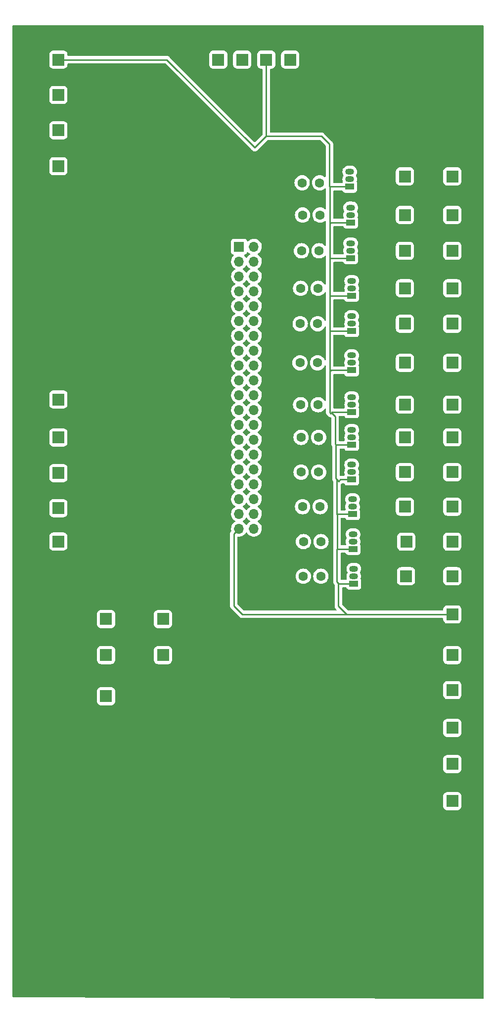
<source format=gbr>
%TF.GenerationSoftware,KiCad,Pcbnew,(6.0.4)*%
%TF.CreationDate,2022-07-16T18:17:00-05:00*%
%TF.ProjectId,macro_controller,6d616372-6f5f-4636-9f6e-74726f6c6c65,rev?*%
%TF.SameCoordinates,Original*%
%TF.FileFunction,Copper,L2,Bot*%
%TF.FilePolarity,Positive*%
%FSLAX46Y46*%
G04 Gerber Fmt 4.6, Leading zero omitted, Abs format (unit mm)*
G04 Created by KiCad (PCBNEW (6.0.4)) date 2022-07-16 18:17:00*
%MOMM*%
%LPD*%
G01*
G04 APERTURE LIST*
G04 Aperture macros list*
%AMRoundRect*
0 Rectangle with rounded corners*
0 $1 Rounding radius*
0 $2 $3 $4 $5 $6 $7 $8 $9 X,Y pos of 4 corners*
0 Add a 4 corners polygon primitive as box body*
4,1,4,$2,$3,$4,$5,$6,$7,$8,$9,$2,$3,0*
0 Add four circle primitives for the rounded corners*
1,1,$1+$1,$2,$3*
1,1,$1+$1,$4,$5*
1,1,$1+$1,$6,$7*
1,1,$1+$1,$8,$9*
0 Add four rect primitives between the rounded corners*
20,1,$1+$1,$2,$3,$4,$5,0*
20,1,$1+$1,$4,$5,$6,$7,0*
20,1,$1+$1,$6,$7,$8,$9,0*
20,1,$1+$1,$8,$9,$2,$3,0*%
G04 Aperture macros list end*
%TA.AperFunction,ComponentPad*%
%ADD10R,1.700000X1.700000*%
%TD*%
%TA.AperFunction,ComponentPad*%
%ADD11O,1.700000X1.700000*%
%TD*%
%TA.AperFunction,ComponentPad*%
%ADD12RoundRect,0.250001X-0.799999X-0.799999X0.799999X-0.799999X0.799999X0.799999X-0.799999X0.799999X0*%
%TD*%
%TA.AperFunction,ComponentPad*%
%ADD13C,1.600000*%
%TD*%
%TA.AperFunction,ComponentPad*%
%ADD14R,1.500000X1.050000*%
%TD*%
%TA.AperFunction,ComponentPad*%
%ADD15O,1.500000X1.050000*%
%TD*%
%TA.AperFunction,Conductor*%
%ADD16C,0.250000*%
%TD*%
G04 APERTURE END LIST*
D10*
%TO.P,J6,1,3V3*%
%TO.N,unconnected-(J6-Pad1)*%
X52825600Y-56291400D03*
D11*
%TO.P,J6,2,5V*%
%TO.N,Net-(J41-Pad1)*%
X55365600Y-56291400D03*
%TO.P,J6,3,SDA/GPIO2*%
%TO.N,unconnected-(J6-Pad3)*%
X52825600Y-58831400D03*
%TO.P,J6,4,5V*%
%TO.N,Net-(J41-Pad1)*%
X55365600Y-58831400D03*
%TO.P,J6,5,SCL/GPIO3*%
%TO.N,unconnected-(J6-Pad5)*%
X52825600Y-61371400D03*
%TO.P,J6,6,GND*%
%TO.N,unconnected-(J6-Pad6)*%
X55365600Y-61371400D03*
%TO.P,J6,7,GCLK0/GPIO4*%
%TO.N,unconnected-(J6-Pad7)*%
X52825600Y-63911400D03*
%TO.P,J6,8,GPIO14/TXD*%
%TO.N,Net-(J6-Pad8)*%
X55365600Y-63911400D03*
%TO.P,J6,9,GND*%
%TO.N,unconnected-(J6-Pad9)*%
X52825600Y-66451400D03*
%TO.P,J6,10,GPIO15/RXD*%
%TO.N,Net-(R2-Pad1)*%
X55365600Y-66451400D03*
%TO.P,J6,11,GPIO17*%
%TO.N,unconnected-(J6-Pad11)*%
X52825600Y-68991400D03*
%TO.P,J6,12,GPIO18/PWM0*%
%TO.N,Net-(R3-Pad1)*%
X55365600Y-68991400D03*
%TO.P,J6,13,GPIO27*%
%TO.N,unconnected-(J6-Pad13)*%
X52825600Y-71531400D03*
%TO.P,J6,14,GND*%
%TO.N,unconnected-(J6-Pad14)*%
X55365600Y-71531400D03*
%TO.P,J6,15,GPIO22*%
%TO.N,unconnected-(J6-Pad15)*%
X52825600Y-74071400D03*
%TO.P,J6,16,GPIO23*%
%TO.N,Net-(J6-Pad16)*%
X55365600Y-74071400D03*
%TO.P,J6,17,3V3*%
%TO.N,unconnected-(J6-Pad17)*%
X52825600Y-76611400D03*
%TO.P,J6,18,GPIO24*%
%TO.N,Net-(R5-Pad1)*%
X55365600Y-76611400D03*
%TO.P,J6,19,MOSI0/GPIO10*%
%TO.N,unconnected-(J6-Pad19)*%
X52825600Y-79151400D03*
%TO.P,J6,20,GND*%
%TO.N,unconnected-(J6-Pad20)*%
X55365600Y-79151400D03*
%TO.P,J6,21,MISO0/GPIO9*%
%TO.N,unconnected-(J6-Pad21)*%
X52825600Y-81691400D03*
%TO.P,J6,22,GPIO25*%
%TO.N,Net-(R6-Pad1)*%
X55365600Y-81691400D03*
%TO.P,J6,23,SCLK0/GPIO11*%
%TO.N,unconnected-(J6-Pad23)*%
X52825600Y-84231400D03*
%TO.P,J6,24,~{CE0}/GPIO8*%
%TO.N,Net-(R7-Pad1)*%
X55365600Y-84231400D03*
%TO.P,J6,25,GND*%
%TO.N,unconnected-(J6-Pad25)*%
X52825600Y-86771400D03*
%TO.P,J6,26,~{CE1}/GPIO7*%
%TO.N,Net-(J6-Pad26)*%
X55365600Y-86771400D03*
%TO.P,J6,27,ID_SD/GPIO0*%
%TO.N,unconnected-(J6-Pad27)*%
X52825600Y-89311400D03*
%TO.P,J6,28,ID_SC/GPIO1*%
%TO.N,Net-(R8-Pad1)*%
X55365600Y-89311400D03*
%TO.P,J6,29,GCLK1/GPIO5*%
%TO.N,Net-(J36-Pad1)*%
X52825600Y-91851400D03*
%TO.P,J6,30,GND*%
%TO.N,unconnected-(J6-Pad30)*%
X55365600Y-91851400D03*
%TO.P,J6,31,GCLK2/GPIO6*%
%TO.N,Net-(J6-Pad31)*%
X52825600Y-94391400D03*
%TO.P,J6,32,PWM0/GPIO12*%
%TO.N,Net-(R9-Pad1)*%
X55365600Y-94391400D03*
%TO.P,J6,33,PWM1/GPIO13*%
%TO.N,Net-(J6-Pad33)*%
X52825600Y-96931400D03*
%TO.P,J6,34,GND*%
%TO.N,unconnected-(J6-Pad34)*%
X55365600Y-96931400D03*
%TO.P,J6,35,GPIO19/MISO1*%
%TO.N,Net-(J6-Pad35)*%
X52825600Y-99471400D03*
%TO.P,J6,36,GPIO16*%
%TO.N,Net-(R10-Pad1)*%
X55365600Y-99471400D03*
%TO.P,J6,37,GPIO26*%
%TO.N,Net-(J6-Pad37)*%
X52825600Y-102011400D03*
%TO.P,J6,38,GPIO20/MOSI1*%
%TO.N,Net-(R11-Pad1)*%
X55365600Y-102011400D03*
%TO.P,J6,39,GND*%
%TO.N,Net-(J44-Pad1)*%
X52825600Y-104551400D03*
%TO.P,J6,40,GPIO21/SCLK1*%
%TO.N,unconnected-(J6-Pad40)*%
X55365600Y-104551400D03*
%TD*%
D12*
%TO.P,J24,1,Pin_1*%
%TO.N,Net-(J7-Pad1)*%
X89331800Y-76174600D03*
%TD*%
%TO.P,J23,1,Pin_1*%
%TO.N,Net-(J23-Pad1)*%
X89331800Y-69469000D03*
%TD*%
%TO.P,J22,1,Pin_1*%
%TO.N,Net-(J4-Pad1)*%
X89331800Y-63423800D03*
%TD*%
%TO.P,J21,1,Pin_1*%
%TO.N,Net-(J3-Pad1)*%
X89331800Y-56997600D03*
%TD*%
%TO.P,J20,1,Pin_1*%
%TO.N,Net-(J2-Pad1)*%
X89331800Y-50876200D03*
%TD*%
%TO.P,J19,1,Pin_1*%
%TO.N,Net-(J1-Pad1)*%
X89331800Y-44272200D03*
%TD*%
%TO.P,J18,1,Pin_1*%
%TO.N,Net-(J35-Pad1)*%
X30048200Y-120015000D03*
%TD*%
%TO.P,J17,1,Pin_1*%
%TO.N,Net-(J34-Pad1)*%
X30048200Y-133223000D03*
%TD*%
%TO.P,J16,1,Pin_1*%
%TO.N,Net-(J33-Pad1)*%
X30048200Y-126187200D03*
%TD*%
%TO.P,J37,1,Pin_1*%
%TO.N,Net-(J6-Pad31)*%
X21894800Y-88950800D03*
%TD*%
%TO.P,J15,1,Pin_1*%
%TO.N,Net-(J32-Pad1)*%
X39801800Y-120015000D03*
%TD*%
%TO.P,J14,1,Pin_1*%
%TO.N,Net-(J31-Pad1)*%
X39801800Y-126187200D03*
%TD*%
%TO.P,J13,1,Pin_1*%
%TO.N,Net-(J13-Pad1)*%
X81408400Y-112699800D03*
%TD*%
%TO.P,J12,1,Pin_1*%
%TO.N,Net-(J12-Pad1)*%
X81457800Y-106781600D03*
%TD*%
%TO.P,J11,1,Pin_1*%
%TO.N,Net-(J11-Pad1)*%
X81229200Y-100787200D03*
%TD*%
%TO.P,J9,1,Pin_1*%
%TO.N,Net-(J9-Pad1)*%
X81229200Y-88925400D03*
%TD*%
%TO.P,J8,1,Pin_1*%
%TO.N,Net-(J25-Pad1)*%
X81229200Y-83337400D03*
%TD*%
%TO.P,J7,1,Pin_1*%
%TO.N,Net-(J7-Pad1)*%
X81229200Y-76174600D03*
%TD*%
%TO.P,J5,1,Pin_1*%
%TO.N,Net-(J23-Pad1)*%
X81229200Y-69469000D03*
%TD*%
%TO.P,J4,1,Pin_1*%
%TO.N,Net-(J4-Pad1)*%
X81229200Y-63423800D03*
%TD*%
%TO.P,J3,1,Pin_1*%
%TO.N,Net-(J3-Pad1)*%
X81229200Y-56997600D03*
%TD*%
%TO.P,J2,1,Pin_1*%
%TO.N,Net-(J2-Pad1)*%
X81229200Y-50876200D03*
%TD*%
%TO.P,J1,1,Pin_1*%
%TO.N,Net-(J1-Pad1)*%
X81229200Y-44272200D03*
%TD*%
%TO.P,J49,1,Pin_1*%
%TO.N,Net-(J44-Pad1)*%
X89331800Y-119227600D03*
%TD*%
%TO.P,J48,1,Pin_1*%
%TO.N,Net-(J44-Pad1)*%
X57480200Y-24282400D03*
%TD*%
%TO.P,J47,1,Pin_1*%
%TO.N,Net-(J43-Pad1)*%
X49267534Y-24282400D03*
%TD*%
%TO.P,J46,1,Pin_1*%
%TO.N,Net-(J42-Pad1)*%
X53373867Y-24282400D03*
%TD*%
%TO.P,J45,1,Pin_1*%
%TO.N,Net-(J41-Pad1)*%
X61586534Y-24282400D03*
%TD*%
%TO.P,J44,1,Pin_1*%
%TO.N,Net-(J44-Pad1)*%
X21894800Y-24282400D03*
%TD*%
%TO.P,J43,1,Pin_1*%
%TO.N,Net-(J43-Pad1)*%
X21894800Y-30327600D03*
%TD*%
%TO.P,J42,1,Pin_1*%
%TO.N,Net-(J42-Pad1)*%
X21894800Y-36372800D03*
%TD*%
%TO.P,J41,1,Pin_1*%
%TO.N,Net-(J41-Pad1)*%
X21894800Y-42519600D03*
%TD*%
%TO.P,J40,1,Pin_1*%
%TO.N,Net-(J6-Pad37)*%
X21894800Y-106756200D03*
%TD*%
%TO.P,J39,1,Pin_1*%
%TO.N,Net-(J6-Pad35)*%
X21894800Y-101041200D03*
%TD*%
%TO.P,J38,1,Pin_1*%
%TO.N,Net-(J6-Pad33)*%
X21894800Y-95046800D03*
%TD*%
%TO.P,J10,1,Pin_1*%
%TO.N,Net-(J10-Pad1)*%
X81229200Y-94869000D03*
%TD*%
%TO.P,J36,1,Pin_1*%
%TO.N,Net-(J36-Pad1)*%
X21894800Y-82448400D03*
%TD*%
%TO.P,J35,1,Pin_1*%
%TO.N,Net-(J35-Pad1)*%
X89331800Y-126187200D03*
%TD*%
%TO.P,J34,1,Pin_1*%
%TO.N,Net-(J34-Pad1)*%
X89331800Y-151180800D03*
%TD*%
%TO.P,J33,1,Pin_1*%
%TO.N,Net-(J33-Pad1)*%
X89331800Y-144830800D03*
%TD*%
%TO.P,J32,1,Pin_1*%
%TO.N,Net-(J32-Pad1)*%
X89331800Y-132181600D03*
%TD*%
%TO.P,J31,1,Pin_1*%
%TO.N,Net-(J31-Pad1)*%
X89331800Y-138658600D03*
%TD*%
%TO.P,J30,1,Pin_1*%
%TO.N,Net-(J13-Pad1)*%
X89331800Y-112699800D03*
%TD*%
%TO.P,J29,1,Pin_1*%
%TO.N,Net-(J12-Pad1)*%
X89331800Y-106781600D03*
%TD*%
%TO.P,J28,1,Pin_1*%
%TO.N,Net-(J11-Pad1)*%
X89331800Y-100787200D03*
%TD*%
%TO.P,J27,1,Pin_1*%
%TO.N,Net-(J10-Pad1)*%
X89331800Y-94869000D03*
%TD*%
%TO.P,J26,1,Pin_1*%
%TO.N,Net-(J9-Pad1)*%
X89331800Y-88925400D03*
%TD*%
%TO.P,J25,1,Pin_1*%
%TO.N,Net-(J25-Pad1)*%
X89331800Y-83337400D03*
%TD*%
D13*
%TO.P,R12,1*%
%TO.N,Net-(J6-Pad26)*%
X63446400Y-88925400D03*
%TO.P,R12,2*%
%TO.N,Net-(Q8-Pad2)*%
X66446400Y-88925400D03*
%TD*%
%TO.P,R11,1*%
%TO.N,Net-(R11-Pad1)*%
X63828800Y-112699800D03*
%TO.P,R11,2*%
%TO.N,Net-(Q12-Pad2)*%
X66828800Y-112699800D03*
%TD*%
%TO.P,R10,1*%
%TO.N,Net-(R10-Pad1)*%
X63852800Y-106781600D03*
%TO.P,R10,2*%
%TO.N,Net-(Q11-Pad2)*%
X66852800Y-106781600D03*
%TD*%
%TO.P,R9,1*%
%TO.N,Net-(R9-Pad1)*%
X63700400Y-100787200D03*
%TO.P,R9,2*%
%TO.N,Net-(Q10-Pad2)*%
X66700400Y-100787200D03*
%TD*%
%TO.P,R8,1*%
%TO.N,Net-(R8-Pad1)*%
X63446400Y-94869000D03*
%TO.P,R8,2*%
%TO.N,Net-(Q9-Pad2)*%
X66446400Y-94869000D03*
%TD*%
%TO.P,R7,1*%
%TO.N,Net-(R7-Pad1)*%
X63370200Y-83337400D03*
%TO.P,R7,2*%
%TO.N,Net-(Q7-Pad2)*%
X66370200Y-83337400D03*
%TD*%
%TO.P,R6,1*%
%TO.N,Net-(R6-Pad1)*%
X63268600Y-76174600D03*
%TO.P,R6,2*%
%TO.N,Net-(Q6-Pad2)*%
X66268600Y-76174600D03*
%TD*%
%TO.P,R5,1*%
%TO.N,Net-(R5-Pad1)*%
X63294000Y-69469000D03*
%TO.P,R5,2*%
%TO.N,Net-(Q5-Pad2)*%
X66294000Y-69469000D03*
%TD*%
%TO.P,R4,1*%
%TO.N,Net-(J6-Pad16)*%
X63370200Y-63423800D03*
%TO.P,R4,2*%
%TO.N,Net-(Q4-Pad2)*%
X66370200Y-63423800D03*
%TD*%
%TO.P,R2,1*%
%TO.N,Net-(R2-Pad1)*%
X63700400Y-50876200D03*
%TO.P,R2,2*%
%TO.N,Net-(Q2-Pad2)*%
X66700400Y-50876200D03*
%TD*%
%TO.P,R1,1*%
%TO.N,Net-(J6-Pad8)*%
X63624200Y-45364400D03*
%TO.P,R1,2*%
%TO.N,Net-(Q1-Pad2)*%
X66624200Y-45364400D03*
%TD*%
%TO.P,R3,1*%
%TO.N,Net-(R3-Pad1)*%
X63522600Y-56997600D03*
%TO.P,R3,2*%
%TO.N,Net-(Q3-Pad2)*%
X66522600Y-56997600D03*
%TD*%
D14*
%TO.P,Q12,1,E*%
%TO.N,Net-(J44-Pad1)*%
X72470600Y-113969800D03*
D15*
%TO.P,Q12,2,B*%
%TO.N,Net-(Q12-Pad2)*%
X72470600Y-112699800D03*
%TO.P,Q12,3,C*%
%TO.N,Net-(J13-Pad1)*%
X72470600Y-111429800D03*
%TD*%
D14*
%TO.P,Q11,1,E*%
%TO.N,Net-(J44-Pad1)*%
X72337800Y-108051600D03*
D15*
%TO.P,Q11,2,B*%
%TO.N,Net-(Q11-Pad2)*%
X72337800Y-106781600D03*
%TO.P,Q11,3,C*%
%TO.N,Net-(J12-Pad1)*%
X72337800Y-105511600D03*
%TD*%
D14*
%TO.P,Q10,1,E*%
%TO.N,Net-(J44-Pad1)*%
X72261600Y-102057200D03*
D15*
%TO.P,Q10,2,B*%
%TO.N,Net-(Q10-Pad2)*%
X72261600Y-100787200D03*
%TO.P,Q10,3,C*%
%TO.N,Net-(J11-Pad1)*%
X72261600Y-99517200D03*
%TD*%
D14*
%TO.P,Q9,1,E*%
%TO.N,Net-(J44-Pad1)*%
X72113600Y-96139000D03*
D15*
%TO.P,Q9,2,B*%
%TO.N,Net-(Q9-Pad2)*%
X72113600Y-94869000D03*
%TO.P,Q9,3,C*%
%TO.N,Net-(J10-Pad1)*%
X72113600Y-93599000D03*
%TD*%
D14*
%TO.P,Q8,1,E*%
%TO.N,Net-(J44-Pad1)*%
X72113600Y-90195400D03*
D15*
%TO.P,Q8,2,B*%
%TO.N,Net-(Q8-Pad2)*%
X72113600Y-88925400D03*
%TO.P,Q8,3,C*%
%TO.N,Net-(J9-Pad1)*%
X72113600Y-87655400D03*
%TD*%
D14*
%TO.P,Q7,1,E*%
%TO.N,Net-(J44-Pad1)*%
X72113600Y-84607400D03*
D15*
%TO.P,Q7,2,B*%
%TO.N,Net-(Q7-Pad2)*%
X72113600Y-83337400D03*
%TO.P,Q7,3,C*%
%TO.N,Net-(J25-Pad1)*%
X72113600Y-82067400D03*
%TD*%
D14*
%TO.P,Q6,1,E*%
%TO.N,Net-(J44-Pad1)*%
X72109200Y-77444600D03*
D15*
%TO.P,Q6,2,B*%
%TO.N,Net-(Q6-Pad2)*%
X72109200Y-76174600D03*
%TO.P,Q6,3,C*%
%TO.N,Net-(J7-Pad1)*%
X72109200Y-74904600D03*
%TD*%
D14*
%TO.P,Q5,1,E*%
%TO.N,Net-(J44-Pad1)*%
X72113600Y-70739000D03*
D15*
%TO.P,Q5,2,B*%
%TO.N,Net-(Q5-Pad2)*%
X72113600Y-69469000D03*
%TO.P,Q5,3,C*%
%TO.N,Net-(J23-Pad1)*%
X72113600Y-68199000D03*
%TD*%
D14*
%TO.P,Q4,1,E*%
%TO.N,Net-(J44-Pad1)*%
X72113600Y-64693800D03*
D15*
%TO.P,Q4,2,B*%
%TO.N,Net-(Q4-Pad2)*%
X72113600Y-63423800D03*
%TO.P,Q4,3,C*%
%TO.N,Net-(J4-Pad1)*%
X72113600Y-62153800D03*
%TD*%
D14*
%TO.P,Q3,1,E*%
%TO.N,Net-(J44-Pad1)*%
X71935800Y-58267600D03*
D15*
%TO.P,Q3,2,B*%
%TO.N,Net-(Q3-Pad2)*%
X71935800Y-56997600D03*
%TO.P,Q3,3,C*%
%TO.N,Net-(J3-Pad1)*%
X71935800Y-55727600D03*
%TD*%
D14*
%TO.P,Q2,1,E*%
%TO.N,Net-(J44-Pad1)*%
X71935800Y-52146200D03*
D15*
%TO.P,Q2,2,B*%
%TO.N,Net-(Q2-Pad2)*%
X71935800Y-50876200D03*
%TO.P,Q2,3,C*%
%TO.N,Net-(J2-Pad1)*%
X71935800Y-49606200D03*
%TD*%
D14*
%TO.P,Q1,1,E*%
%TO.N,Net-(J44-Pad1)*%
X71783400Y-46024800D03*
D15*
%TO.P,Q1,2,B*%
%TO.N,Net-(Q1-Pad2)*%
X71783400Y-44754800D03*
%TO.P,Q1,3,C*%
%TO.N,Net-(J1-Pad1)*%
X71783400Y-43484800D03*
%TD*%
D16*
%TO.N,Net-(J44-Pad1)*%
X51917600Y-105459400D02*
X52825600Y-104551400D01*
X51917600Y-117754400D02*
X51917600Y-105459400D01*
X53390800Y-119227600D02*
X51917600Y-117754400D01*
X71247000Y-119227600D02*
X53390800Y-119227600D01*
X71247000Y-119227600D02*
X89331800Y-119227600D01*
X69824600Y-117805200D02*
X71247000Y-119227600D01*
X69824600Y-113893600D02*
X69824600Y-117805200D01*
X69824600Y-113893600D02*
X69900800Y-113969800D01*
X69596000Y-113665000D02*
X69824600Y-113893600D01*
X69596000Y-108051600D02*
X69596000Y-113665000D01*
X69900800Y-113969800D02*
X72470600Y-113969800D01*
X69621400Y-108026200D02*
X69596000Y-108051600D01*
X69621400Y-102184200D02*
X69621400Y-108026200D01*
X69596000Y-108051600D02*
X72337800Y-108051600D01*
X69748400Y-102057200D02*
X72261600Y-102057200D01*
X69621400Y-102184200D02*
X69748400Y-102057200D01*
X69557900Y-96126300D02*
X69557900Y-102120700D01*
X69557900Y-102120700D02*
X69621400Y-102184200D01*
X69557900Y-96126300D02*
X69875400Y-96443800D01*
X69418200Y-95986600D02*
X69557900Y-96126300D01*
X70180200Y-96139000D02*
X72113600Y-96139000D01*
X69875400Y-96443800D02*
X70180200Y-96139000D01*
X69418200Y-90195400D02*
X69418200Y-95986600D01*
X69418200Y-90195400D02*
X72113600Y-90195400D01*
X69265800Y-90043000D02*
X69418200Y-90195400D01*
X69265800Y-85344000D02*
X69265800Y-90043000D01*
X68630800Y-84709000D02*
X69265800Y-85344000D01*
X68732400Y-84607400D02*
X68630800Y-84709000D01*
X68630800Y-84709000D02*
X68503800Y-84836000D01*
X68351400Y-84683600D02*
X68351400Y-77292200D01*
X72113600Y-84607400D02*
X68732400Y-84607400D01*
X68503800Y-84836000D02*
X68351400Y-84683600D01*
X68351400Y-77292200D02*
X68351400Y-70662800D01*
X68554600Y-77495400D02*
X68351400Y-77292200D01*
X68605400Y-77444600D02*
X68554600Y-77495400D01*
X72109200Y-77444600D02*
X68605400Y-77444600D01*
X68351400Y-64465200D02*
X68351400Y-58293000D01*
X68351400Y-64744600D02*
X68351400Y-64465200D01*
X68478400Y-70739000D02*
X68453000Y-70764400D01*
X68453000Y-70764400D02*
X68351400Y-70662800D01*
X72113600Y-70739000D02*
X68478400Y-70739000D01*
X68351400Y-70662800D02*
X68351400Y-64465200D01*
X68351400Y-58293000D02*
X68376800Y-58267600D01*
X68402200Y-64693800D02*
X68351400Y-64744600D01*
X72113600Y-64693800D02*
X68402200Y-64693800D01*
X71935800Y-52146200D02*
X68529200Y-52146200D01*
X68529200Y-52146200D02*
X68351400Y-52324000D01*
X68351400Y-52324000D02*
X68351400Y-58293000D01*
X68351400Y-46024800D02*
X68351400Y-52324000D01*
X68376800Y-58267600D02*
X71935800Y-58267600D01*
X68351400Y-46024800D02*
X71783400Y-46024800D01*
X68300600Y-45974000D02*
X68351400Y-46024800D01*
X68300600Y-38735000D02*
X68300600Y-45974000D01*
X66954400Y-37388800D02*
X68300600Y-38735000D01*
X57480200Y-37388800D02*
X66954400Y-37388800D01*
X57480200Y-37388800D02*
X57480200Y-24282400D01*
X40462200Y-24282400D02*
X55524400Y-39344600D01*
X55524400Y-39344600D02*
X57480200Y-37388800D01*
X21894800Y-24282400D02*
X40462200Y-24282400D01*
%TD*%
%TA.AperFunction,NonConductor*%
G36*
X60291463Y-36755300D02*
G01*
X58239700Y-36755300D01*
X58171579Y-36735298D01*
X58125086Y-36681642D01*
X58113700Y-36629300D01*
X58113700Y-35360047D01*
X60291463Y-36755300D01*
G37*
%TD.AperFunction*%
%TA.AperFunction,NonConductor*%
G36*
X56846700Y-34548302D02*
G01*
X56846700Y-37074206D01*
X56826698Y-37142327D01*
X56809795Y-37163301D01*
X55613495Y-38359601D01*
X55551183Y-38393627D01*
X55480368Y-38388562D01*
X55435305Y-38359601D01*
X42311681Y-25235976D01*
X56846700Y-34548302D01*
G37*
%TD.AperFunction*%
%TA.AperFunction,NonConductor*%
G36*
X54348750Y-57204526D02*
G01*
X54383417Y-57232514D01*
X54411850Y-57265338D01*
X54583726Y-57408032D01*
X54654195Y-57449211D01*
X54657045Y-57450876D01*
X54705769Y-57502514D01*
X54718840Y-57572297D01*
X54692109Y-57638069D01*
X54651655Y-57671427D01*
X54639207Y-57677907D01*
X54635074Y-57681010D01*
X54635071Y-57681012D01*
X54511167Y-57774042D01*
X54460565Y-57812035D01*
X54306229Y-57973538D01*
X54198801Y-58131021D01*
X54143893Y-58176021D01*
X54073368Y-58184192D01*
X54009621Y-58152938D01*
X53988924Y-58128454D01*
X53908422Y-58004017D01*
X53908420Y-58004014D01*
X53905614Y-57999677D01*
X53902132Y-57995850D01*
X53758398Y-57837888D01*
X53727346Y-57774042D01*
X53735741Y-57703543D01*
X53780917Y-57648775D01*
X53807361Y-57635106D01*
X53913897Y-57595167D01*
X53922305Y-57592015D01*
X54038861Y-57504661D01*
X54126215Y-57388105D01*
X54148399Y-57328929D01*
X54170198Y-57270782D01*
X54212840Y-57214018D01*
X54279402Y-57189318D01*
X54348750Y-57204526D01*
G37*
%TD.AperFunction*%
%TA.AperFunction,NonConductor*%
G36*
X54177626Y-59506544D02*
G01*
X54205475Y-59538394D01*
X54265587Y-59636488D01*
X54411850Y-59805338D01*
X54583726Y-59948032D01*
X54654195Y-59989211D01*
X54657045Y-59990876D01*
X54705769Y-60042514D01*
X54718840Y-60112297D01*
X54692109Y-60178069D01*
X54651655Y-60211427D01*
X54639207Y-60217907D01*
X54635074Y-60221010D01*
X54635071Y-60221012D01*
X54610847Y-60239200D01*
X54460565Y-60352035D01*
X54306229Y-60513538D01*
X54198801Y-60671021D01*
X54143893Y-60716021D01*
X54073368Y-60724192D01*
X54009621Y-60692938D01*
X53988924Y-60668454D01*
X53908422Y-60544017D01*
X53908420Y-60544014D01*
X53905614Y-60539677D01*
X53755270Y-60374451D01*
X53751219Y-60371252D01*
X53751215Y-60371248D01*
X53584014Y-60239200D01*
X53584010Y-60239198D01*
X53579959Y-60235998D01*
X53538653Y-60213196D01*
X53488684Y-60162764D01*
X53473912Y-60093321D01*
X53499028Y-60026916D01*
X53526380Y-60000309D01*
X53570203Y-59969050D01*
X53705460Y-59872573D01*
X53863696Y-59714889D01*
X53923194Y-59632089D01*
X53994053Y-59533477D01*
X53995376Y-59534428D01*
X54042245Y-59491257D01*
X54112180Y-59479025D01*
X54177626Y-59506544D01*
G37*
%TD.AperFunction*%
%TA.AperFunction,NonConductor*%
G36*
X54177626Y-62046544D02*
G01*
X54205475Y-62078394D01*
X54265587Y-62176488D01*
X54411850Y-62345338D01*
X54583726Y-62488032D01*
X54654195Y-62529211D01*
X54657045Y-62530876D01*
X54705769Y-62582514D01*
X54718840Y-62652297D01*
X54692109Y-62718069D01*
X54651655Y-62751427D01*
X54639207Y-62757907D01*
X54635074Y-62761010D01*
X54635071Y-62761012D01*
X54610847Y-62779200D01*
X54460565Y-62892035D01*
X54306229Y-63053538D01*
X54198801Y-63211021D01*
X54143893Y-63256021D01*
X54073368Y-63264192D01*
X54009621Y-63232938D01*
X53988924Y-63208454D01*
X53908422Y-63084017D01*
X53908420Y-63084014D01*
X53905614Y-63079677D01*
X53755270Y-62914451D01*
X53751219Y-62911252D01*
X53751215Y-62911248D01*
X53584014Y-62779200D01*
X53584010Y-62779198D01*
X53579959Y-62775998D01*
X53538653Y-62753196D01*
X53488684Y-62702764D01*
X53473912Y-62633321D01*
X53499028Y-62566916D01*
X53526380Y-62540309D01*
X53570203Y-62509050D01*
X53705460Y-62412573D01*
X53863696Y-62254889D01*
X53923194Y-62172089D01*
X53994053Y-62073477D01*
X53995376Y-62074428D01*
X54042245Y-62031257D01*
X54112180Y-62019025D01*
X54177626Y-62046544D01*
G37*
%TD.AperFunction*%
%TA.AperFunction,NonConductor*%
G36*
X54177626Y-64586544D02*
G01*
X54205475Y-64618394D01*
X54265587Y-64716488D01*
X54411850Y-64885338D01*
X54583726Y-65028032D01*
X54654195Y-65069211D01*
X54657045Y-65070876D01*
X54705769Y-65122514D01*
X54718840Y-65192297D01*
X54692109Y-65258069D01*
X54651655Y-65291427D01*
X54639207Y-65297907D01*
X54635074Y-65301010D01*
X54635071Y-65301012D01*
X54610847Y-65319200D01*
X54460565Y-65432035D01*
X54306229Y-65593538D01*
X54198801Y-65751021D01*
X54143893Y-65796021D01*
X54073368Y-65804192D01*
X54009621Y-65772938D01*
X53988924Y-65748454D01*
X53908422Y-65624017D01*
X53908420Y-65624014D01*
X53905614Y-65619677D01*
X53755270Y-65454451D01*
X53751219Y-65451252D01*
X53751215Y-65451248D01*
X53584014Y-65319200D01*
X53584010Y-65319198D01*
X53579959Y-65315998D01*
X53538653Y-65293196D01*
X53488684Y-65242764D01*
X53473912Y-65173321D01*
X53499028Y-65106916D01*
X53526380Y-65080309D01*
X53570203Y-65049050D01*
X53705460Y-64952573D01*
X53863696Y-64794889D01*
X53923194Y-64712089D01*
X53994053Y-64613477D01*
X53995376Y-64614428D01*
X54042245Y-64571257D01*
X54112180Y-64559025D01*
X54177626Y-64586544D01*
G37*
%TD.AperFunction*%
%TA.AperFunction,NonConductor*%
G36*
X54177626Y-67126544D02*
G01*
X54205475Y-67158394D01*
X54265587Y-67256488D01*
X54411850Y-67425338D01*
X54583726Y-67568032D01*
X54654195Y-67609211D01*
X54657045Y-67610876D01*
X54705769Y-67662514D01*
X54718840Y-67732297D01*
X54692109Y-67798069D01*
X54651655Y-67831427D01*
X54639207Y-67837907D01*
X54635074Y-67841010D01*
X54635071Y-67841012D01*
X54610847Y-67859200D01*
X54460565Y-67972035D01*
X54306229Y-68133538D01*
X54198801Y-68291021D01*
X54143893Y-68336021D01*
X54073368Y-68344192D01*
X54009621Y-68312938D01*
X53988924Y-68288454D01*
X53908422Y-68164017D01*
X53908420Y-68164014D01*
X53905614Y-68159677D01*
X53755270Y-67994451D01*
X53751219Y-67991252D01*
X53751215Y-67991248D01*
X53584014Y-67859200D01*
X53584010Y-67859198D01*
X53579959Y-67855998D01*
X53538653Y-67833196D01*
X53488684Y-67782764D01*
X53473912Y-67713321D01*
X53499028Y-67646916D01*
X53526380Y-67620309D01*
X53570203Y-67589050D01*
X53705460Y-67492573D01*
X53863696Y-67334889D01*
X53923194Y-67252089D01*
X53994053Y-67153477D01*
X53995376Y-67154428D01*
X54042245Y-67111257D01*
X54112180Y-67099025D01*
X54177626Y-67126544D01*
G37*
%TD.AperFunction*%
%TA.AperFunction,NonConductor*%
G36*
X54177626Y-69666544D02*
G01*
X54205475Y-69698394D01*
X54265587Y-69796488D01*
X54411850Y-69965338D01*
X54583726Y-70108032D01*
X54654195Y-70149211D01*
X54657045Y-70150876D01*
X54705769Y-70202514D01*
X54718840Y-70272297D01*
X54692109Y-70338069D01*
X54651655Y-70371427D01*
X54639207Y-70377907D01*
X54635074Y-70381010D01*
X54635071Y-70381012D01*
X54610847Y-70399200D01*
X54460565Y-70512035D01*
X54306229Y-70673538D01*
X54198801Y-70831021D01*
X54143893Y-70876021D01*
X54073368Y-70884192D01*
X54009621Y-70852938D01*
X53988924Y-70828454D01*
X53908422Y-70704017D01*
X53908420Y-70704014D01*
X53905614Y-70699677D01*
X53755270Y-70534451D01*
X53751219Y-70531252D01*
X53751215Y-70531248D01*
X53584014Y-70399200D01*
X53584010Y-70399198D01*
X53579959Y-70395998D01*
X53538653Y-70373196D01*
X53488684Y-70322764D01*
X53473912Y-70253321D01*
X53499028Y-70186916D01*
X53526380Y-70160309D01*
X53570203Y-70129050D01*
X53705460Y-70032573D01*
X53863696Y-69874889D01*
X53923194Y-69792089D01*
X53994053Y-69693477D01*
X53995376Y-69694428D01*
X54042245Y-69651257D01*
X54112180Y-69639025D01*
X54177626Y-69666544D01*
G37*
%TD.AperFunction*%
%TA.AperFunction,NonConductor*%
G36*
X54177626Y-72206544D02*
G01*
X54205475Y-72238394D01*
X54265587Y-72336488D01*
X54411850Y-72505338D01*
X54583726Y-72648032D01*
X54654195Y-72689211D01*
X54657045Y-72690876D01*
X54705769Y-72742514D01*
X54718840Y-72812297D01*
X54692109Y-72878069D01*
X54651655Y-72911427D01*
X54639207Y-72917907D01*
X54635074Y-72921010D01*
X54635071Y-72921012D01*
X54610847Y-72939200D01*
X54460565Y-73052035D01*
X54306229Y-73213538D01*
X54198801Y-73371021D01*
X54143893Y-73416021D01*
X54073368Y-73424192D01*
X54009621Y-73392938D01*
X53988924Y-73368454D01*
X53908422Y-73244017D01*
X53908420Y-73244014D01*
X53905614Y-73239677D01*
X53755270Y-73074451D01*
X53751219Y-73071252D01*
X53751215Y-73071248D01*
X53584014Y-72939200D01*
X53584010Y-72939198D01*
X53579959Y-72935998D01*
X53538653Y-72913196D01*
X53488684Y-72862764D01*
X53473912Y-72793321D01*
X53499028Y-72726916D01*
X53526380Y-72700309D01*
X53570203Y-72669050D01*
X53705460Y-72572573D01*
X53863696Y-72414889D01*
X53923194Y-72332089D01*
X53994053Y-72233477D01*
X53995376Y-72234428D01*
X54042245Y-72191257D01*
X54112180Y-72179025D01*
X54177626Y-72206544D01*
G37*
%TD.AperFunction*%
%TA.AperFunction,NonConductor*%
G36*
X54177626Y-74746544D02*
G01*
X54205475Y-74778394D01*
X54265587Y-74876488D01*
X54411850Y-75045338D01*
X54583726Y-75188032D01*
X54654195Y-75229211D01*
X54657045Y-75230876D01*
X54705769Y-75282514D01*
X54718840Y-75352297D01*
X54692109Y-75418069D01*
X54651655Y-75451427D01*
X54639207Y-75457907D01*
X54635074Y-75461010D01*
X54635071Y-75461012D01*
X54610847Y-75479200D01*
X54460565Y-75592035D01*
X54306229Y-75753538D01*
X54198801Y-75911021D01*
X54143893Y-75956021D01*
X54073368Y-75964192D01*
X54009621Y-75932938D01*
X53988924Y-75908454D01*
X53908422Y-75784017D01*
X53908420Y-75784014D01*
X53905614Y-75779677D01*
X53755270Y-75614451D01*
X53751219Y-75611252D01*
X53751215Y-75611248D01*
X53584014Y-75479200D01*
X53584010Y-75479198D01*
X53579959Y-75475998D01*
X53538653Y-75453196D01*
X53488684Y-75402764D01*
X53473912Y-75333321D01*
X53499028Y-75266916D01*
X53526380Y-75240309D01*
X53570203Y-75209050D01*
X53705460Y-75112573D01*
X53863696Y-74954889D01*
X53923194Y-74872089D01*
X53994053Y-74773477D01*
X53995376Y-74774428D01*
X54042245Y-74731257D01*
X54112180Y-74719025D01*
X54177626Y-74746544D01*
G37*
%TD.AperFunction*%
%TA.AperFunction,NonConductor*%
G36*
X54177626Y-77286544D02*
G01*
X54205475Y-77318394D01*
X54265587Y-77416488D01*
X54411850Y-77585338D01*
X54583726Y-77728032D01*
X54654195Y-77769211D01*
X54657045Y-77770876D01*
X54705769Y-77822514D01*
X54718840Y-77892297D01*
X54692109Y-77958069D01*
X54651655Y-77991427D01*
X54639207Y-77997907D01*
X54635074Y-78001010D01*
X54635071Y-78001012D01*
X54610847Y-78019200D01*
X54460565Y-78132035D01*
X54306229Y-78293538D01*
X54198801Y-78451021D01*
X54143893Y-78496021D01*
X54073368Y-78504192D01*
X54009621Y-78472938D01*
X53988924Y-78448454D01*
X53908422Y-78324017D01*
X53908420Y-78324014D01*
X53905614Y-78319677D01*
X53755270Y-78154451D01*
X53751219Y-78151252D01*
X53751215Y-78151248D01*
X53584014Y-78019200D01*
X53584010Y-78019198D01*
X53579959Y-78015998D01*
X53538653Y-77993196D01*
X53488684Y-77942764D01*
X53473912Y-77873321D01*
X53499028Y-77806916D01*
X53526380Y-77780309D01*
X53570203Y-77749050D01*
X53705460Y-77652573D01*
X53863696Y-77494889D01*
X53923194Y-77412089D01*
X53994053Y-77313477D01*
X53995376Y-77314428D01*
X54042245Y-77271257D01*
X54112180Y-77259025D01*
X54177626Y-77286544D01*
G37*
%TD.AperFunction*%
%TA.AperFunction,NonConductor*%
G36*
X54177626Y-79826544D02*
G01*
X54205475Y-79858394D01*
X54265587Y-79956488D01*
X54411850Y-80125338D01*
X54583726Y-80268032D01*
X54654195Y-80309211D01*
X54657045Y-80310876D01*
X54705769Y-80362514D01*
X54718840Y-80432297D01*
X54692109Y-80498069D01*
X54651655Y-80531427D01*
X54639207Y-80537907D01*
X54635074Y-80541010D01*
X54635071Y-80541012D01*
X54610847Y-80559200D01*
X54460565Y-80672035D01*
X54306229Y-80833538D01*
X54198801Y-80991021D01*
X54143893Y-81036021D01*
X54073368Y-81044192D01*
X54009621Y-81012938D01*
X53988924Y-80988454D01*
X53908422Y-80864017D01*
X53908420Y-80864014D01*
X53905614Y-80859677D01*
X53755270Y-80694451D01*
X53751219Y-80691252D01*
X53751215Y-80691248D01*
X53584014Y-80559200D01*
X53584010Y-80559198D01*
X53579959Y-80555998D01*
X53538653Y-80533196D01*
X53488684Y-80482764D01*
X53473912Y-80413321D01*
X53499028Y-80346916D01*
X53526380Y-80320309D01*
X53570203Y-80289050D01*
X53705460Y-80192573D01*
X53863696Y-80034889D01*
X53923194Y-79952089D01*
X53994053Y-79853477D01*
X53995376Y-79854428D01*
X54042245Y-79811257D01*
X54112180Y-79799025D01*
X54177626Y-79826544D01*
G37*
%TD.AperFunction*%
%TA.AperFunction,NonConductor*%
G36*
X54177626Y-82366544D02*
G01*
X54205475Y-82398394D01*
X54265587Y-82496488D01*
X54411850Y-82665338D01*
X54583726Y-82808032D01*
X54654195Y-82849211D01*
X54657045Y-82850876D01*
X54705769Y-82902514D01*
X54718840Y-82972297D01*
X54692109Y-83038069D01*
X54651655Y-83071427D01*
X54639207Y-83077907D01*
X54635074Y-83081010D01*
X54635071Y-83081012D01*
X54610847Y-83099200D01*
X54460565Y-83212035D01*
X54306229Y-83373538D01*
X54198801Y-83531021D01*
X54143893Y-83576021D01*
X54073368Y-83584192D01*
X54009621Y-83552938D01*
X53988924Y-83528454D01*
X53908422Y-83404017D01*
X53908420Y-83404014D01*
X53905614Y-83399677D01*
X53755270Y-83234451D01*
X53751219Y-83231252D01*
X53751215Y-83231248D01*
X53584014Y-83099200D01*
X53584010Y-83099198D01*
X53579959Y-83095998D01*
X53538653Y-83073196D01*
X53488684Y-83022764D01*
X53473912Y-82953321D01*
X53499028Y-82886916D01*
X53526380Y-82860309D01*
X53570203Y-82829050D01*
X53705460Y-82732573D01*
X53863696Y-82574889D01*
X53923194Y-82492089D01*
X53994053Y-82393477D01*
X53995376Y-82394428D01*
X54042245Y-82351257D01*
X54112180Y-82339025D01*
X54177626Y-82366544D01*
G37*
%TD.AperFunction*%
%TA.AperFunction,NonConductor*%
G36*
X54177626Y-84906544D02*
G01*
X54205475Y-84938394D01*
X54265587Y-85036488D01*
X54411850Y-85205338D01*
X54583726Y-85348032D01*
X54654195Y-85389211D01*
X54657045Y-85390876D01*
X54705769Y-85442514D01*
X54718840Y-85512297D01*
X54692109Y-85578069D01*
X54651655Y-85611427D01*
X54639207Y-85617907D01*
X54635074Y-85621010D01*
X54635071Y-85621012D01*
X54610847Y-85639200D01*
X54460565Y-85752035D01*
X54306229Y-85913538D01*
X54198801Y-86071021D01*
X54143893Y-86116021D01*
X54073368Y-86124192D01*
X54009621Y-86092938D01*
X53988924Y-86068454D01*
X53908422Y-85944017D01*
X53908420Y-85944014D01*
X53905614Y-85939677D01*
X53755270Y-85774451D01*
X53751219Y-85771252D01*
X53751215Y-85771248D01*
X53584014Y-85639200D01*
X53584010Y-85639198D01*
X53579959Y-85635998D01*
X53538653Y-85613196D01*
X53488684Y-85562764D01*
X53473912Y-85493321D01*
X53499028Y-85426916D01*
X53526380Y-85400309D01*
X53570203Y-85369050D01*
X53705460Y-85272573D01*
X53863696Y-85114889D01*
X53923194Y-85032089D01*
X53994053Y-84933477D01*
X53995376Y-84934428D01*
X54042245Y-84891257D01*
X54112180Y-84879025D01*
X54177626Y-84906544D01*
G37*
%TD.AperFunction*%
%TA.AperFunction,NonConductor*%
G36*
X54177626Y-87446544D02*
G01*
X54205475Y-87478394D01*
X54265587Y-87576488D01*
X54411850Y-87745338D01*
X54583726Y-87888032D01*
X54654195Y-87929211D01*
X54657045Y-87930876D01*
X54705769Y-87982514D01*
X54718840Y-88052297D01*
X54692109Y-88118069D01*
X54651655Y-88151427D01*
X54639207Y-88157907D01*
X54635074Y-88161010D01*
X54635071Y-88161012D01*
X54610847Y-88179200D01*
X54460565Y-88292035D01*
X54306229Y-88453538D01*
X54198801Y-88611021D01*
X54143893Y-88656021D01*
X54073368Y-88664192D01*
X54009621Y-88632938D01*
X53988924Y-88608454D01*
X53908422Y-88484017D01*
X53908420Y-88484014D01*
X53905614Y-88479677D01*
X53755270Y-88314451D01*
X53751219Y-88311252D01*
X53751215Y-88311248D01*
X53584014Y-88179200D01*
X53584010Y-88179198D01*
X53579959Y-88175998D01*
X53538653Y-88153196D01*
X53488684Y-88102764D01*
X53473912Y-88033321D01*
X53499028Y-87966916D01*
X53526380Y-87940309D01*
X53570203Y-87909050D01*
X53705460Y-87812573D01*
X53863696Y-87654889D01*
X53923194Y-87572089D01*
X53994053Y-87473477D01*
X53995376Y-87474428D01*
X54042245Y-87431257D01*
X54112180Y-87419025D01*
X54177626Y-87446544D01*
G37*
%TD.AperFunction*%
%TA.AperFunction,NonConductor*%
G36*
X54177626Y-89986544D02*
G01*
X54205475Y-90018394D01*
X54265587Y-90116488D01*
X54411850Y-90285338D01*
X54583726Y-90428032D01*
X54654195Y-90469211D01*
X54657045Y-90470876D01*
X54705769Y-90522514D01*
X54718840Y-90592297D01*
X54692109Y-90658069D01*
X54651655Y-90691427D01*
X54639207Y-90697907D01*
X54635074Y-90701010D01*
X54635071Y-90701012D01*
X54610847Y-90719200D01*
X54460565Y-90832035D01*
X54306229Y-90993538D01*
X54198801Y-91151021D01*
X54143893Y-91196021D01*
X54073368Y-91204192D01*
X54009621Y-91172938D01*
X53988924Y-91148454D01*
X53908422Y-91024017D01*
X53908420Y-91024014D01*
X53905614Y-91019677D01*
X53755270Y-90854451D01*
X53751219Y-90851252D01*
X53751215Y-90851248D01*
X53584014Y-90719200D01*
X53584010Y-90719198D01*
X53579959Y-90715998D01*
X53538653Y-90693196D01*
X53488684Y-90642764D01*
X53473912Y-90573321D01*
X53499028Y-90506916D01*
X53526380Y-90480309D01*
X53570203Y-90449050D01*
X53705460Y-90352573D01*
X53863696Y-90194889D01*
X53923194Y-90112089D01*
X53994053Y-90013477D01*
X53995376Y-90014428D01*
X54042245Y-89971257D01*
X54112180Y-89959025D01*
X54177626Y-89986544D01*
G37*
%TD.AperFunction*%
%TA.AperFunction,NonConductor*%
G36*
X54177626Y-92526544D02*
G01*
X54205475Y-92558394D01*
X54265587Y-92656488D01*
X54411850Y-92825338D01*
X54583726Y-92968032D01*
X54654195Y-93009211D01*
X54657045Y-93010876D01*
X54705769Y-93062514D01*
X54718840Y-93132297D01*
X54692109Y-93198069D01*
X54651655Y-93231427D01*
X54639207Y-93237907D01*
X54635074Y-93241010D01*
X54635071Y-93241012D01*
X54610847Y-93259200D01*
X54460565Y-93372035D01*
X54306229Y-93533538D01*
X54198801Y-93691021D01*
X54143893Y-93736021D01*
X54073368Y-93744192D01*
X54009621Y-93712938D01*
X53988924Y-93688454D01*
X53908422Y-93564017D01*
X53908420Y-93564014D01*
X53905614Y-93559677D01*
X53755270Y-93394451D01*
X53751219Y-93391252D01*
X53751215Y-93391248D01*
X53584014Y-93259200D01*
X53584010Y-93259198D01*
X53579959Y-93255998D01*
X53538653Y-93233196D01*
X53488684Y-93182764D01*
X53473912Y-93113321D01*
X53499028Y-93046916D01*
X53526380Y-93020309D01*
X53570203Y-92989050D01*
X53705460Y-92892573D01*
X53863696Y-92734889D01*
X53923194Y-92652089D01*
X53994053Y-92553477D01*
X53995376Y-92554428D01*
X54042245Y-92511257D01*
X54112180Y-92499025D01*
X54177626Y-92526544D01*
G37*
%TD.AperFunction*%
%TA.AperFunction,NonConductor*%
G36*
X54177626Y-95066544D02*
G01*
X54205475Y-95098394D01*
X54265587Y-95196488D01*
X54411850Y-95365338D01*
X54583726Y-95508032D01*
X54654195Y-95549211D01*
X54657045Y-95550876D01*
X54705769Y-95602514D01*
X54718840Y-95672297D01*
X54692109Y-95738069D01*
X54651655Y-95771427D01*
X54639207Y-95777907D01*
X54635074Y-95781010D01*
X54635071Y-95781012D01*
X54610847Y-95799200D01*
X54460565Y-95912035D01*
X54306229Y-96073538D01*
X54198801Y-96231021D01*
X54143893Y-96276021D01*
X54073368Y-96284192D01*
X54009621Y-96252938D01*
X53988924Y-96228454D01*
X53908422Y-96104017D01*
X53908420Y-96104014D01*
X53905614Y-96099677D01*
X53755270Y-95934451D01*
X53751219Y-95931252D01*
X53751215Y-95931248D01*
X53584014Y-95799200D01*
X53584010Y-95799198D01*
X53579959Y-95795998D01*
X53538653Y-95773196D01*
X53488684Y-95722764D01*
X53473912Y-95653321D01*
X53499028Y-95586916D01*
X53526380Y-95560309D01*
X53570203Y-95529050D01*
X53705460Y-95432573D01*
X53863696Y-95274889D01*
X53923194Y-95192089D01*
X53994053Y-95093477D01*
X53995376Y-95094428D01*
X54042245Y-95051257D01*
X54112180Y-95039025D01*
X54177626Y-95066544D01*
G37*
%TD.AperFunction*%
%TA.AperFunction,NonConductor*%
G36*
X54177626Y-97606544D02*
G01*
X54205475Y-97638394D01*
X54265587Y-97736488D01*
X54411850Y-97905338D01*
X54583726Y-98048032D01*
X54654195Y-98089211D01*
X54657045Y-98090876D01*
X54705769Y-98142514D01*
X54718840Y-98212297D01*
X54692109Y-98278069D01*
X54651655Y-98311427D01*
X54639207Y-98317907D01*
X54635074Y-98321010D01*
X54635071Y-98321012D01*
X54610847Y-98339200D01*
X54460565Y-98452035D01*
X54306229Y-98613538D01*
X54198801Y-98771021D01*
X54143893Y-98816021D01*
X54073368Y-98824192D01*
X54009621Y-98792938D01*
X53988924Y-98768454D01*
X53908422Y-98644017D01*
X53908420Y-98644014D01*
X53905614Y-98639677D01*
X53755270Y-98474451D01*
X53751219Y-98471252D01*
X53751215Y-98471248D01*
X53584014Y-98339200D01*
X53584010Y-98339198D01*
X53579959Y-98335998D01*
X53538653Y-98313196D01*
X53488684Y-98262764D01*
X53473912Y-98193321D01*
X53499028Y-98126916D01*
X53526380Y-98100309D01*
X53570203Y-98069050D01*
X53705460Y-97972573D01*
X53863696Y-97814889D01*
X53923194Y-97732089D01*
X53994053Y-97633477D01*
X53995376Y-97634428D01*
X54042245Y-97591257D01*
X54112180Y-97579025D01*
X54177626Y-97606544D01*
G37*
%TD.AperFunction*%
%TA.AperFunction,NonConductor*%
G36*
X54177626Y-100146544D02*
G01*
X54205475Y-100178394D01*
X54265587Y-100276488D01*
X54411850Y-100445338D01*
X54583726Y-100588032D01*
X54654195Y-100629211D01*
X54657045Y-100630876D01*
X54705769Y-100682514D01*
X54718840Y-100752297D01*
X54692109Y-100818069D01*
X54651655Y-100851427D01*
X54639207Y-100857907D01*
X54635074Y-100861010D01*
X54635071Y-100861012D01*
X54610847Y-100879200D01*
X54460565Y-100992035D01*
X54306229Y-101153538D01*
X54198801Y-101311021D01*
X54143893Y-101356021D01*
X54073368Y-101364192D01*
X54009621Y-101332938D01*
X53988924Y-101308454D01*
X53908422Y-101184017D01*
X53908420Y-101184014D01*
X53905614Y-101179677D01*
X53755270Y-101014451D01*
X53751219Y-101011252D01*
X53751215Y-101011248D01*
X53584014Y-100879200D01*
X53584010Y-100879198D01*
X53579959Y-100875998D01*
X53538653Y-100853196D01*
X53488684Y-100802764D01*
X53473912Y-100733321D01*
X53499028Y-100666916D01*
X53526380Y-100640309D01*
X53570203Y-100609050D01*
X53705460Y-100512573D01*
X53863696Y-100354889D01*
X53923194Y-100272089D01*
X53994053Y-100173477D01*
X53995376Y-100174428D01*
X54042245Y-100131257D01*
X54112180Y-100119025D01*
X54177626Y-100146544D01*
G37*
%TD.AperFunction*%
%TA.AperFunction,NonConductor*%
G36*
X54177626Y-102686544D02*
G01*
X54205475Y-102718394D01*
X54265587Y-102816488D01*
X54411850Y-102985338D01*
X54583726Y-103128032D01*
X54654195Y-103169211D01*
X54657045Y-103170876D01*
X54705769Y-103222514D01*
X54718840Y-103292297D01*
X54692109Y-103358069D01*
X54651655Y-103391427D01*
X54639207Y-103397907D01*
X54635074Y-103401010D01*
X54635071Y-103401012D01*
X54610847Y-103419200D01*
X54460565Y-103532035D01*
X54306229Y-103693538D01*
X54198801Y-103851021D01*
X54143893Y-103896021D01*
X54073368Y-103904192D01*
X54009621Y-103872938D01*
X53988924Y-103848454D01*
X53908422Y-103724017D01*
X53908420Y-103724014D01*
X53905614Y-103719677D01*
X53755270Y-103554451D01*
X53751219Y-103551252D01*
X53751215Y-103551248D01*
X53584014Y-103419200D01*
X53584010Y-103419198D01*
X53579959Y-103415998D01*
X53538653Y-103393196D01*
X53488684Y-103342764D01*
X53473912Y-103273321D01*
X53499028Y-103206916D01*
X53526380Y-103180309D01*
X53570203Y-103149050D01*
X53705460Y-103052573D01*
X53863696Y-102894889D01*
X53923194Y-102812089D01*
X53994053Y-102713477D01*
X53995376Y-102714428D01*
X54042245Y-102671257D01*
X54112180Y-102659025D01*
X54177626Y-102686544D01*
G37*
%TD.AperFunction*%
%TA.AperFunction,NonConductor*%
G36*
X40215727Y-24935902D02*
G01*
X40236701Y-24952805D01*
X55025678Y-39741782D01*
X55040794Y-39760053D01*
X55045428Y-39766871D01*
X55051376Y-39772115D01*
X55051377Y-39772116D01*
X55087563Y-39804018D01*
X55093333Y-39809437D01*
X55104631Y-39820735D01*
X55107764Y-39823165D01*
X55117266Y-39830536D01*
X55123364Y-39835581D01*
X55165490Y-39872720D01*
X55172557Y-39876320D01*
X55172556Y-39876320D01*
X55172832Y-39876461D01*
X55192852Y-39889166D01*
X55199360Y-39894214D01*
X55206630Y-39897360D01*
X55206635Y-39897363D01*
X55250903Y-39916519D01*
X55258050Y-39919881D01*
X55308104Y-39945385D01*
X55316149Y-39947183D01*
X55338694Y-39954509D01*
X55346255Y-39957781D01*
X55392287Y-39965072D01*
X55401726Y-39966567D01*
X55409501Y-39968051D01*
X55431544Y-39972978D01*
X55464309Y-39980302D01*
X55472232Y-39980053D01*
X55472233Y-39980053D01*
X55472294Y-39980051D01*
X55472544Y-39980043D01*
X55496215Y-39981533D01*
X55496511Y-39981580D01*
X55496514Y-39981580D01*
X55504343Y-39982820D01*
X55512235Y-39982074D01*
X55512236Y-39982074D01*
X55560258Y-39977535D01*
X55568155Y-39977038D01*
X55608654Y-39975765D01*
X55624289Y-39975273D01*
X55632196Y-39972976D01*
X55655487Y-39968533D01*
X55663693Y-39967757D01*
X55716558Y-39948724D01*
X55724075Y-39946282D01*
X55777993Y-39930618D01*
X55784816Y-39926583D01*
X55784820Y-39926581D01*
X55785088Y-39926423D01*
X55806532Y-39916333D01*
X55806820Y-39916229D01*
X55806827Y-39916225D01*
X55814289Y-39913539D01*
X55860750Y-39881964D01*
X55867435Y-39877722D01*
X55908936Y-39853179D01*
X55908937Y-39853178D01*
X55915762Y-39849142D01*
X55921579Y-39843325D01*
X55939853Y-39828207D01*
X55940111Y-39828032D01*
X55940115Y-39828028D01*
X55946671Y-39823573D01*
X55983826Y-39781429D01*
X55989245Y-39775659D01*
X57705700Y-38059205D01*
X57768012Y-38025179D01*
X57794795Y-38022300D01*
X60883800Y-38022300D01*
X60883800Y-115138200D01*
X52551100Y-115138200D01*
X52551100Y-106031524D01*
X52571102Y-105963403D01*
X52624758Y-105916910D01*
X52681715Y-105905609D01*
X52792369Y-105909667D01*
X52882273Y-105912964D01*
X52882277Y-105912964D01*
X52887437Y-105913153D01*
X52892557Y-105912497D01*
X52892559Y-105912497D01*
X53103888Y-105885425D01*
X53103889Y-105885425D01*
X53109016Y-105884768D01*
X53113966Y-105883283D01*
X53318029Y-105822061D01*
X53318034Y-105822059D01*
X53322984Y-105820574D01*
X53523594Y-105722296D01*
X53705460Y-105592573D01*
X53863696Y-105434889D01*
X53994053Y-105253477D01*
X53995376Y-105254428D01*
X54042245Y-105211257D01*
X54112180Y-105199025D01*
X54177626Y-105226544D01*
X54205475Y-105258394D01*
X54265587Y-105356488D01*
X54411850Y-105525338D01*
X54583726Y-105668032D01*
X54776600Y-105780738D01*
X54985292Y-105860430D01*
X54990360Y-105861461D01*
X54990363Y-105861462D01*
X55091100Y-105881957D01*
X55204197Y-105904967D01*
X55209372Y-105905157D01*
X55209374Y-105905157D01*
X55422273Y-105912964D01*
X55422277Y-105912964D01*
X55427437Y-105913153D01*
X55432557Y-105912497D01*
X55432559Y-105912497D01*
X55643888Y-105885425D01*
X55643889Y-105885425D01*
X55649016Y-105884768D01*
X55653966Y-105883283D01*
X55858029Y-105822061D01*
X55858034Y-105822059D01*
X55862984Y-105820574D01*
X56063594Y-105722296D01*
X56245460Y-105592573D01*
X56403696Y-105434889D01*
X56534053Y-105253477D01*
X56548454Y-105224340D01*
X56630736Y-105057853D01*
X56630737Y-105057851D01*
X56633030Y-105053211D01*
X56697970Y-104839469D01*
X56727129Y-104617990D01*
X56728756Y-104551400D01*
X56710452Y-104328761D01*
X56656031Y-104112102D01*
X56566954Y-103907240D01*
X56445614Y-103719677D01*
X56295270Y-103554451D01*
X56291219Y-103551252D01*
X56291215Y-103551248D01*
X56124014Y-103419200D01*
X56124010Y-103419198D01*
X56119959Y-103415998D01*
X56078653Y-103393196D01*
X56028684Y-103342764D01*
X56013912Y-103273321D01*
X56039028Y-103206916D01*
X56066380Y-103180309D01*
X56110203Y-103149050D01*
X56245460Y-103052573D01*
X56403696Y-102894889D01*
X56463194Y-102812089D01*
X56531035Y-102717677D01*
X56534053Y-102713477D01*
X56554920Y-102671257D01*
X56630736Y-102517853D01*
X56630737Y-102517851D01*
X56633030Y-102513211D01*
X56697970Y-102299469D01*
X56727129Y-102077990D01*
X56728756Y-102011400D01*
X56710452Y-101788761D01*
X56656031Y-101572102D01*
X56566954Y-101367240D01*
X56445614Y-101179677D01*
X56295270Y-101014451D01*
X56291219Y-101011252D01*
X56291215Y-101011248D01*
X56124014Y-100879200D01*
X56124010Y-100879198D01*
X56119959Y-100875998D01*
X56078653Y-100853196D01*
X56028684Y-100802764D01*
X56013912Y-100733321D01*
X56039028Y-100666916D01*
X56066380Y-100640309D01*
X56110203Y-100609050D01*
X56245460Y-100512573D01*
X56403696Y-100354889D01*
X56463194Y-100272089D01*
X56531035Y-100177677D01*
X56534053Y-100173477D01*
X56554920Y-100131257D01*
X56630736Y-99977853D01*
X56630737Y-99977851D01*
X56633030Y-99973211D01*
X56697970Y-99759469D01*
X56727129Y-99537990D01*
X56728756Y-99471400D01*
X56710452Y-99248761D01*
X56656031Y-99032102D01*
X56566954Y-98827240D01*
X56445614Y-98639677D01*
X56295270Y-98474451D01*
X56291219Y-98471252D01*
X56291215Y-98471248D01*
X56124014Y-98339200D01*
X56124010Y-98339198D01*
X56119959Y-98335998D01*
X56078653Y-98313196D01*
X56028684Y-98262764D01*
X56013912Y-98193321D01*
X56039028Y-98126916D01*
X56066380Y-98100309D01*
X56110203Y-98069050D01*
X56245460Y-97972573D01*
X56403696Y-97814889D01*
X56463194Y-97732089D01*
X56531035Y-97637677D01*
X56534053Y-97633477D01*
X56554920Y-97591257D01*
X56630736Y-97437853D01*
X56630737Y-97437851D01*
X56633030Y-97433211D01*
X56697970Y-97219469D01*
X56727129Y-96997990D01*
X56728756Y-96931400D01*
X56710452Y-96708761D01*
X56656031Y-96492102D01*
X56566954Y-96287240D01*
X56445614Y-96099677D01*
X56295270Y-95934451D01*
X56291219Y-95931252D01*
X56291215Y-95931248D01*
X56124014Y-95799200D01*
X56124010Y-95799198D01*
X56119959Y-95795998D01*
X56078653Y-95773196D01*
X56028684Y-95722764D01*
X56013912Y-95653321D01*
X56039028Y-95586916D01*
X56066380Y-95560309D01*
X56110203Y-95529050D01*
X56245460Y-95432573D01*
X56403696Y-95274889D01*
X56463194Y-95192089D01*
X56531035Y-95097677D01*
X56534053Y-95093477D01*
X56554920Y-95051257D01*
X56630736Y-94897853D01*
X56630737Y-94897851D01*
X56633030Y-94893211D01*
X56697970Y-94679469D01*
X56727129Y-94457990D01*
X56728756Y-94391400D01*
X56710452Y-94168761D01*
X56656031Y-93952102D01*
X56566954Y-93747240D01*
X56445614Y-93559677D01*
X56295270Y-93394451D01*
X56291219Y-93391252D01*
X56291215Y-93391248D01*
X56124014Y-93259200D01*
X56124010Y-93259198D01*
X56119959Y-93255998D01*
X56078653Y-93233196D01*
X56028684Y-93182764D01*
X56013912Y-93113321D01*
X56039028Y-93046916D01*
X56066380Y-93020309D01*
X56110203Y-92989050D01*
X56245460Y-92892573D01*
X56403696Y-92734889D01*
X56463194Y-92652089D01*
X56531035Y-92557677D01*
X56534053Y-92553477D01*
X56554920Y-92511257D01*
X56630736Y-92357853D01*
X56630737Y-92357851D01*
X56633030Y-92353211D01*
X56697970Y-92139469D01*
X56727129Y-91917990D01*
X56728756Y-91851400D01*
X56710452Y-91628761D01*
X56656031Y-91412102D01*
X56566954Y-91207240D01*
X56445614Y-91019677D01*
X56295270Y-90854451D01*
X56291219Y-90851252D01*
X56291215Y-90851248D01*
X56124014Y-90719200D01*
X56124010Y-90719198D01*
X56119959Y-90715998D01*
X56078653Y-90693196D01*
X56028684Y-90642764D01*
X56013912Y-90573321D01*
X56039028Y-90506916D01*
X56066380Y-90480309D01*
X56110203Y-90449050D01*
X56245460Y-90352573D01*
X56403696Y-90194889D01*
X56463194Y-90112089D01*
X56531035Y-90017677D01*
X56534053Y-90013477D01*
X56554920Y-89971257D01*
X56630736Y-89817853D01*
X56630737Y-89817851D01*
X56633030Y-89813211D01*
X56697970Y-89599469D01*
X56727129Y-89377990D01*
X56728756Y-89311400D01*
X56710452Y-89088761D01*
X56656031Y-88872102D01*
X56566954Y-88667240D01*
X56445614Y-88479677D01*
X56295270Y-88314451D01*
X56291219Y-88311252D01*
X56291215Y-88311248D01*
X56124014Y-88179200D01*
X56124010Y-88179198D01*
X56119959Y-88175998D01*
X56078653Y-88153196D01*
X56028684Y-88102764D01*
X56013912Y-88033321D01*
X56039028Y-87966916D01*
X56066380Y-87940309D01*
X56110203Y-87909050D01*
X56245460Y-87812573D01*
X56403696Y-87654889D01*
X56463194Y-87572089D01*
X56531035Y-87477677D01*
X56534053Y-87473477D01*
X56554920Y-87431257D01*
X56630736Y-87277853D01*
X56630737Y-87277851D01*
X56633030Y-87273211D01*
X56697970Y-87059469D01*
X56727129Y-86837990D01*
X56728756Y-86771400D01*
X56710452Y-86548761D01*
X56656031Y-86332102D01*
X56566954Y-86127240D01*
X56445614Y-85939677D01*
X56295270Y-85774451D01*
X56291219Y-85771252D01*
X56291215Y-85771248D01*
X56124014Y-85639200D01*
X56124010Y-85639198D01*
X56119959Y-85635998D01*
X56078653Y-85613196D01*
X56028684Y-85562764D01*
X56013912Y-85493321D01*
X56039028Y-85426916D01*
X56066380Y-85400309D01*
X56110203Y-85369050D01*
X56245460Y-85272573D01*
X56403696Y-85114889D01*
X56463194Y-85032089D01*
X56531035Y-84937677D01*
X56534053Y-84933477D01*
X56554920Y-84891257D01*
X56630736Y-84737853D01*
X56630737Y-84737851D01*
X56633030Y-84733211D01*
X56697970Y-84519469D01*
X56727129Y-84297990D01*
X56728756Y-84231400D01*
X56710452Y-84008761D01*
X56656031Y-83792102D01*
X56566954Y-83587240D01*
X56445614Y-83399677D01*
X56295270Y-83234451D01*
X56291219Y-83231252D01*
X56291215Y-83231248D01*
X56124014Y-83099200D01*
X56124010Y-83099198D01*
X56119959Y-83095998D01*
X56078653Y-83073196D01*
X56028684Y-83022764D01*
X56013912Y-82953321D01*
X56039028Y-82886916D01*
X56066380Y-82860309D01*
X56110203Y-82829050D01*
X56245460Y-82732573D01*
X56403696Y-82574889D01*
X56463194Y-82492089D01*
X56531035Y-82397677D01*
X56534053Y-82393477D01*
X56554920Y-82351257D01*
X56630736Y-82197853D01*
X56630737Y-82197851D01*
X56633030Y-82193211D01*
X56697970Y-81979469D01*
X56727129Y-81757990D01*
X56728756Y-81691400D01*
X56710452Y-81468761D01*
X56656031Y-81252102D01*
X56566954Y-81047240D01*
X56445614Y-80859677D01*
X56295270Y-80694451D01*
X56291219Y-80691252D01*
X56291215Y-80691248D01*
X56124014Y-80559200D01*
X56124010Y-80559198D01*
X56119959Y-80555998D01*
X56078653Y-80533196D01*
X56028684Y-80482764D01*
X56013912Y-80413321D01*
X56039028Y-80346916D01*
X56066380Y-80320309D01*
X56110203Y-80289050D01*
X56245460Y-80192573D01*
X56403696Y-80034889D01*
X56463194Y-79952089D01*
X56531035Y-79857677D01*
X56534053Y-79853477D01*
X56554920Y-79811257D01*
X56630736Y-79657853D01*
X56630737Y-79657851D01*
X56633030Y-79653211D01*
X56697970Y-79439469D01*
X56727129Y-79217990D01*
X56728756Y-79151400D01*
X56710452Y-78928761D01*
X56656031Y-78712102D01*
X56566954Y-78507240D01*
X56445614Y-78319677D01*
X56295270Y-78154451D01*
X56291219Y-78151252D01*
X56291215Y-78151248D01*
X56124014Y-78019200D01*
X56124010Y-78019198D01*
X56119959Y-78015998D01*
X56078653Y-77993196D01*
X56028684Y-77942764D01*
X56013912Y-77873321D01*
X56039028Y-77806916D01*
X56066380Y-77780309D01*
X56110203Y-77749050D01*
X56245460Y-77652573D01*
X56403696Y-77494889D01*
X56463194Y-77412089D01*
X56531035Y-77317677D01*
X56534053Y-77313477D01*
X56554920Y-77271257D01*
X56630736Y-77117853D01*
X56630737Y-77117851D01*
X56633030Y-77113211D01*
X56697970Y-76899469D01*
X56727129Y-76677990D01*
X56728756Y-76611400D01*
X56710452Y-76388761D01*
X56656031Y-76172102D01*
X56566954Y-75967240D01*
X56445614Y-75779677D01*
X56295270Y-75614451D01*
X56291219Y-75611252D01*
X56291215Y-75611248D01*
X56124014Y-75479200D01*
X56124010Y-75479198D01*
X56119959Y-75475998D01*
X56078653Y-75453196D01*
X56028684Y-75402764D01*
X56013912Y-75333321D01*
X56039028Y-75266916D01*
X56066380Y-75240309D01*
X56110203Y-75209050D01*
X56245460Y-75112573D01*
X56403696Y-74954889D01*
X56463194Y-74872089D01*
X56531035Y-74777677D01*
X56534053Y-74773477D01*
X56554920Y-74731257D01*
X56630736Y-74577853D01*
X56630737Y-74577851D01*
X56633030Y-74573211D01*
X56697970Y-74359469D01*
X56727129Y-74137990D01*
X56728756Y-74071400D01*
X56710452Y-73848761D01*
X56656031Y-73632102D01*
X56566954Y-73427240D01*
X56445614Y-73239677D01*
X56295270Y-73074451D01*
X56291219Y-73071252D01*
X56291215Y-73071248D01*
X56124014Y-72939200D01*
X56124010Y-72939198D01*
X56119959Y-72935998D01*
X56078653Y-72913196D01*
X56028684Y-72862764D01*
X56013912Y-72793321D01*
X56039028Y-72726916D01*
X56066380Y-72700309D01*
X56110203Y-72669050D01*
X56245460Y-72572573D01*
X56403696Y-72414889D01*
X56463194Y-72332089D01*
X56531035Y-72237677D01*
X56534053Y-72233477D01*
X56554920Y-72191257D01*
X56630736Y-72037853D01*
X56630737Y-72037851D01*
X56633030Y-72033211D01*
X56697970Y-71819469D01*
X56727129Y-71597990D01*
X56728756Y-71531400D01*
X56710452Y-71308761D01*
X56656031Y-71092102D01*
X56566954Y-70887240D01*
X56445614Y-70699677D01*
X56295270Y-70534451D01*
X56291219Y-70531252D01*
X56291215Y-70531248D01*
X56124014Y-70399200D01*
X56124010Y-70399198D01*
X56119959Y-70395998D01*
X56078653Y-70373196D01*
X56028684Y-70322764D01*
X56013912Y-70253321D01*
X56039028Y-70186916D01*
X56066380Y-70160309D01*
X56110203Y-70129050D01*
X56245460Y-70032573D01*
X56403696Y-69874889D01*
X56463194Y-69792089D01*
X56531035Y-69697677D01*
X56534053Y-69693477D01*
X56554920Y-69651257D01*
X56630736Y-69497853D01*
X56630737Y-69497851D01*
X56633030Y-69493211D01*
X56697970Y-69279469D01*
X56727129Y-69057990D01*
X56728756Y-68991400D01*
X56710452Y-68768761D01*
X56656031Y-68552102D01*
X56566954Y-68347240D01*
X56445614Y-68159677D01*
X56295270Y-67994451D01*
X56291219Y-67991252D01*
X56291215Y-67991248D01*
X56124014Y-67859200D01*
X56124010Y-67859198D01*
X56119959Y-67855998D01*
X56078653Y-67833196D01*
X56028684Y-67782764D01*
X56013912Y-67713321D01*
X56039028Y-67646916D01*
X56066380Y-67620309D01*
X56110203Y-67589050D01*
X56245460Y-67492573D01*
X56403696Y-67334889D01*
X56463194Y-67252089D01*
X56531035Y-67157677D01*
X56534053Y-67153477D01*
X56554920Y-67111257D01*
X56630736Y-66957853D01*
X56630737Y-66957851D01*
X56633030Y-66953211D01*
X56697970Y-66739469D01*
X56727129Y-66517990D01*
X56728756Y-66451400D01*
X56710452Y-66228761D01*
X56656031Y-66012102D01*
X56566954Y-65807240D01*
X56445614Y-65619677D01*
X56295270Y-65454451D01*
X56291219Y-65451252D01*
X56291215Y-65451248D01*
X56124014Y-65319200D01*
X56124010Y-65319198D01*
X56119959Y-65315998D01*
X56078653Y-65293196D01*
X56028684Y-65242764D01*
X56013912Y-65173321D01*
X56039028Y-65106916D01*
X56066380Y-65080309D01*
X56110203Y-65049050D01*
X56245460Y-64952573D01*
X56403696Y-64794889D01*
X56463194Y-64712089D01*
X56531035Y-64617677D01*
X56534053Y-64613477D01*
X56554920Y-64571257D01*
X56630736Y-64417853D01*
X56630737Y-64417851D01*
X56633030Y-64413211D01*
X56697970Y-64199469D01*
X56727129Y-63977990D01*
X56728756Y-63911400D01*
X56710452Y-63688761D01*
X56656031Y-63472102D01*
X56566954Y-63267240D01*
X56445614Y-63079677D01*
X56295270Y-62914451D01*
X56291219Y-62911252D01*
X56291215Y-62911248D01*
X56124014Y-62779200D01*
X56124010Y-62779198D01*
X56119959Y-62775998D01*
X56078653Y-62753196D01*
X56028684Y-62702764D01*
X56013912Y-62633321D01*
X56039028Y-62566916D01*
X56066380Y-62540309D01*
X56110203Y-62509050D01*
X56245460Y-62412573D01*
X56403696Y-62254889D01*
X56463194Y-62172089D01*
X56531035Y-62077677D01*
X56534053Y-62073477D01*
X56554920Y-62031257D01*
X56630736Y-61877853D01*
X56630737Y-61877851D01*
X56633030Y-61873211D01*
X56697970Y-61659469D01*
X56727129Y-61437990D01*
X56728756Y-61371400D01*
X56710452Y-61148761D01*
X56656031Y-60932102D01*
X56566954Y-60727240D01*
X56445614Y-60539677D01*
X56295270Y-60374451D01*
X56291219Y-60371252D01*
X56291215Y-60371248D01*
X56124014Y-60239200D01*
X56124010Y-60239198D01*
X56119959Y-60235998D01*
X56078653Y-60213196D01*
X56028684Y-60162764D01*
X56013912Y-60093321D01*
X56039028Y-60026916D01*
X56066380Y-60000309D01*
X56110203Y-59969050D01*
X56245460Y-59872573D01*
X56403696Y-59714889D01*
X56463194Y-59632089D01*
X56531035Y-59537677D01*
X56534053Y-59533477D01*
X56554920Y-59491257D01*
X56630736Y-59337853D01*
X56630737Y-59337851D01*
X56633030Y-59333211D01*
X56697970Y-59119469D01*
X56727129Y-58897990D01*
X56728756Y-58831400D01*
X56710452Y-58608761D01*
X56656031Y-58392102D01*
X56566954Y-58187240D01*
X56445614Y-57999677D01*
X56295270Y-57834451D01*
X56291219Y-57831252D01*
X56291215Y-57831248D01*
X56124014Y-57699200D01*
X56124010Y-57699198D01*
X56119959Y-57695998D01*
X56078653Y-57673196D01*
X56028684Y-57622764D01*
X56013912Y-57553321D01*
X56039028Y-57486916D01*
X56066380Y-57460309D01*
X56110203Y-57429050D01*
X56245460Y-57332573D01*
X56403696Y-57174889D01*
X56534053Y-56993477D01*
X56633030Y-56793211D01*
X56697970Y-56579469D01*
X56727129Y-56357990D01*
X56728756Y-56291400D01*
X56710452Y-56068761D01*
X56656031Y-55852102D01*
X56566954Y-55647240D01*
X56445614Y-55459677D01*
X56295270Y-55294451D01*
X56291219Y-55291252D01*
X56291215Y-55291248D01*
X56124014Y-55159200D01*
X56124010Y-55159198D01*
X56119959Y-55155998D01*
X55924389Y-55048038D01*
X55919520Y-55046314D01*
X55919516Y-55046312D01*
X55718687Y-54975195D01*
X55718683Y-54975194D01*
X55713812Y-54973469D01*
X55708719Y-54972562D01*
X55708716Y-54972561D01*
X55498973Y-54935200D01*
X55498967Y-54935199D01*
X55493884Y-54934294D01*
X55420052Y-54933392D01*
X55275681Y-54931628D01*
X55275679Y-54931628D01*
X55270511Y-54931565D01*
X55049691Y-54965355D01*
X54837356Y-55034757D01*
X54639207Y-55137907D01*
X54635074Y-55141010D01*
X54635071Y-55141012D01*
X54464700Y-55268930D01*
X54460565Y-55272035D01*
X54404137Y-55331084D01*
X54379883Y-55356464D01*
X54318359Y-55391894D01*
X54247446Y-55388437D01*
X54189660Y-55347191D01*
X54170807Y-55313643D01*
X54129367Y-55203103D01*
X54126215Y-55194695D01*
X54038861Y-55078139D01*
X53922305Y-54990785D01*
X53785916Y-54939655D01*
X53723734Y-54932900D01*
X51927466Y-54932900D01*
X51865284Y-54939655D01*
X51728895Y-54990785D01*
X51612339Y-55078139D01*
X51524985Y-55194695D01*
X51473855Y-55331084D01*
X51467100Y-55393266D01*
X51467100Y-57189534D01*
X51473855Y-57251716D01*
X51524985Y-57388105D01*
X51612339Y-57504661D01*
X51728895Y-57592015D01*
X51737304Y-57595167D01*
X51737305Y-57595168D01*
X51846051Y-57635935D01*
X51902816Y-57678576D01*
X51927516Y-57745138D01*
X51912309Y-57814487D01*
X51892916Y-57840968D01*
X51766229Y-57973538D01*
X51640343Y-58158080D01*
X51546288Y-58360705D01*
X51486589Y-58575970D01*
X51462851Y-58798095D01*
X51463148Y-58803248D01*
X51463148Y-58803251D01*
X51468611Y-58897990D01*
X51475710Y-59021115D01*
X51476847Y-59026161D01*
X51476848Y-59026167D01*
X51496719Y-59114339D01*
X51524822Y-59239039D01*
X51608866Y-59446016D01*
X51659619Y-59528838D01*
X51722891Y-59632088D01*
X51725587Y-59636488D01*
X51871850Y-59805338D01*
X52043726Y-59948032D01*
X52114195Y-59989211D01*
X52117045Y-59990876D01*
X52165769Y-60042514D01*
X52178840Y-60112297D01*
X52152109Y-60178069D01*
X52111655Y-60211427D01*
X52099207Y-60217907D01*
X52095074Y-60221010D01*
X52095071Y-60221012D01*
X52070847Y-60239200D01*
X51920565Y-60352035D01*
X51766229Y-60513538D01*
X51640343Y-60698080D01*
X51546288Y-60900705D01*
X51486589Y-61115970D01*
X51462851Y-61338095D01*
X51463148Y-61343248D01*
X51463148Y-61343251D01*
X51468611Y-61437990D01*
X51475710Y-61561115D01*
X51476847Y-61566161D01*
X51476848Y-61566167D01*
X51496719Y-61654339D01*
X51524822Y-61779039D01*
X51608866Y-61986016D01*
X51659619Y-62068838D01*
X51722891Y-62172088D01*
X51725587Y-62176488D01*
X51871850Y-62345338D01*
X52043726Y-62488032D01*
X52114195Y-62529211D01*
X52117045Y-62530876D01*
X52165769Y-62582514D01*
X52178840Y-62652297D01*
X52152109Y-62718069D01*
X52111655Y-62751427D01*
X52099207Y-62757907D01*
X52095074Y-62761010D01*
X52095071Y-62761012D01*
X52070847Y-62779200D01*
X51920565Y-62892035D01*
X51766229Y-63053538D01*
X51640343Y-63238080D01*
X51546288Y-63440705D01*
X51486589Y-63655970D01*
X51462851Y-63878095D01*
X51463148Y-63883248D01*
X51463148Y-63883251D01*
X51468611Y-63977990D01*
X51475710Y-64101115D01*
X51476847Y-64106161D01*
X51476848Y-64106167D01*
X51496719Y-64194339D01*
X51524822Y-64319039D01*
X51608866Y-64526016D01*
X51659619Y-64608838D01*
X51722891Y-64712088D01*
X51725587Y-64716488D01*
X51871850Y-64885338D01*
X52043726Y-65028032D01*
X52114195Y-65069211D01*
X52117045Y-65070876D01*
X52165769Y-65122514D01*
X52178840Y-65192297D01*
X52152109Y-65258069D01*
X52111655Y-65291427D01*
X52099207Y-65297907D01*
X52095074Y-65301010D01*
X52095071Y-65301012D01*
X52070847Y-65319200D01*
X51920565Y-65432035D01*
X51766229Y-65593538D01*
X51640343Y-65778080D01*
X51546288Y-65980705D01*
X51486589Y-66195970D01*
X51462851Y-66418095D01*
X51463148Y-66423248D01*
X51463148Y-66423251D01*
X51468611Y-66517990D01*
X51475710Y-66641115D01*
X51476847Y-66646161D01*
X51476848Y-66646167D01*
X51496719Y-66734339D01*
X51524822Y-66859039D01*
X51608866Y-67066016D01*
X51659619Y-67148838D01*
X51722891Y-67252088D01*
X51725587Y-67256488D01*
X51871850Y-67425338D01*
X52043726Y-67568032D01*
X52114195Y-67609211D01*
X52117045Y-67610876D01*
X52165769Y-67662514D01*
X52178840Y-67732297D01*
X52152109Y-67798069D01*
X52111655Y-67831427D01*
X52099207Y-67837907D01*
X52095074Y-67841010D01*
X52095071Y-67841012D01*
X52070847Y-67859200D01*
X51920565Y-67972035D01*
X51766229Y-68133538D01*
X51640343Y-68318080D01*
X51546288Y-68520705D01*
X51486589Y-68735970D01*
X51462851Y-68958095D01*
X51463148Y-68963248D01*
X51463148Y-68963251D01*
X51468611Y-69057990D01*
X51475710Y-69181115D01*
X51476847Y-69186161D01*
X51476848Y-69186167D01*
X51496719Y-69274339D01*
X51524822Y-69399039D01*
X51608866Y-69606016D01*
X51659619Y-69688838D01*
X51722891Y-69792088D01*
X51725587Y-69796488D01*
X51871850Y-69965338D01*
X52043726Y-70108032D01*
X52114195Y-70149211D01*
X52117045Y-70150876D01*
X52165769Y-70202514D01*
X52178840Y-70272297D01*
X52152109Y-70338069D01*
X52111655Y-70371427D01*
X52099207Y-70377907D01*
X52095074Y-70381010D01*
X52095071Y-70381012D01*
X52070847Y-70399200D01*
X51920565Y-70512035D01*
X51766229Y-70673538D01*
X51640343Y-70858080D01*
X51546288Y-71060705D01*
X51486589Y-71275970D01*
X51462851Y-71498095D01*
X51463148Y-71503248D01*
X51463148Y-71503251D01*
X51468611Y-71597990D01*
X51475710Y-71721115D01*
X51476847Y-71726161D01*
X51476848Y-71726167D01*
X51496719Y-71814339D01*
X51524822Y-71939039D01*
X51608866Y-72146016D01*
X51659619Y-72228838D01*
X51722891Y-72332088D01*
X51725587Y-72336488D01*
X51871850Y-72505338D01*
X52043726Y-72648032D01*
X52114195Y-72689211D01*
X52117045Y-72690876D01*
X52165769Y-72742514D01*
X52178840Y-72812297D01*
X52152109Y-72878069D01*
X52111655Y-72911427D01*
X52099207Y-72917907D01*
X52095074Y-72921010D01*
X52095071Y-72921012D01*
X52070847Y-72939200D01*
X51920565Y-73052035D01*
X51766229Y-73213538D01*
X51640343Y-73398080D01*
X51546288Y-73600705D01*
X51486589Y-73815970D01*
X51462851Y-74038095D01*
X51463148Y-74043248D01*
X51463148Y-74043251D01*
X51468611Y-74137990D01*
X51475710Y-74261115D01*
X51476847Y-74266161D01*
X51476848Y-74266167D01*
X51496719Y-74354339D01*
X51524822Y-74479039D01*
X51608866Y-74686016D01*
X51659619Y-74768838D01*
X51722891Y-74872088D01*
X51725587Y-74876488D01*
X51871850Y-75045338D01*
X52043726Y-75188032D01*
X52114195Y-75229211D01*
X52117045Y-75230876D01*
X52165769Y-75282514D01*
X52178840Y-75352297D01*
X52152109Y-75418069D01*
X52111655Y-75451427D01*
X52099207Y-75457907D01*
X52095074Y-75461010D01*
X52095071Y-75461012D01*
X52070847Y-75479200D01*
X51920565Y-75592035D01*
X51766229Y-75753538D01*
X51640343Y-75938080D01*
X51546288Y-76140705D01*
X51486589Y-76355970D01*
X51462851Y-76578095D01*
X51463148Y-76583248D01*
X51463148Y-76583251D01*
X51468611Y-76677990D01*
X51475710Y-76801115D01*
X51476847Y-76806161D01*
X51476848Y-76806167D01*
X51496719Y-76894339D01*
X51524822Y-77019039D01*
X51608866Y-77226016D01*
X51659619Y-77308838D01*
X51722891Y-77412088D01*
X51725587Y-77416488D01*
X51871850Y-77585338D01*
X52043726Y-77728032D01*
X52114195Y-77769211D01*
X52117045Y-77770876D01*
X52165769Y-77822514D01*
X52178840Y-77892297D01*
X52152109Y-77958069D01*
X52111655Y-77991427D01*
X52099207Y-77997907D01*
X52095074Y-78001010D01*
X52095071Y-78001012D01*
X52070847Y-78019200D01*
X51920565Y-78132035D01*
X51766229Y-78293538D01*
X51640343Y-78478080D01*
X51546288Y-78680705D01*
X51486589Y-78895970D01*
X51462851Y-79118095D01*
X51463148Y-79123248D01*
X51463148Y-79123251D01*
X51468611Y-79217990D01*
X51475710Y-79341115D01*
X51476847Y-79346161D01*
X51476848Y-79346167D01*
X51496719Y-79434339D01*
X51524822Y-79559039D01*
X51608866Y-79766016D01*
X51659619Y-79848838D01*
X51722891Y-79952088D01*
X51725587Y-79956488D01*
X51871850Y-80125338D01*
X52043726Y-80268032D01*
X52114195Y-80309211D01*
X52117045Y-80310876D01*
X52165769Y-80362514D01*
X52178840Y-80432297D01*
X52152109Y-80498069D01*
X52111655Y-80531427D01*
X52099207Y-80537907D01*
X52095074Y-80541010D01*
X52095071Y-80541012D01*
X52070847Y-80559200D01*
X51920565Y-80672035D01*
X51766229Y-80833538D01*
X51640343Y-81018080D01*
X51546288Y-81220705D01*
X51486589Y-81435970D01*
X51462851Y-81658095D01*
X51463148Y-81663248D01*
X51463148Y-81663251D01*
X51468611Y-81757990D01*
X51475710Y-81881115D01*
X51476847Y-81886161D01*
X51476848Y-81886167D01*
X51496719Y-81974339D01*
X51524822Y-82099039D01*
X51608866Y-82306016D01*
X51659619Y-82388838D01*
X51722891Y-82492088D01*
X51725587Y-82496488D01*
X51871850Y-82665338D01*
X52043726Y-82808032D01*
X52114195Y-82849211D01*
X52117045Y-82850876D01*
X52165769Y-82902514D01*
X52178840Y-82972297D01*
X52152109Y-83038069D01*
X52111655Y-83071427D01*
X52099207Y-83077907D01*
X52095074Y-83081010D01*
X52095071Y-83081012D01*
X52070847Y-83099200D01*
X51920565Y-83212035D01*
X51766229Y-83373538D01*
X51640343Y-83558080D01*
X51546288Y-83760705D01*
X51486589Y-83975970D01*
X51462851Y-84198095D01*
X51463148Y-84203248D01*
X51463148Y-84203251D01*
X51468611Y-84297990D01*
X51475710Y-84421115D01*
X51476847Y-84426161D01*
X51476848Y-84426167D01*
X51496719Y-84514339D01*
X51524822Y-84639039D01*
X51608866Y-84846016D01*
X51659619Y-84928838D01*
X51722891Y-85032088D01*
X51725587Y-85036488D01*
X51871850Y-85205338D01*
X52043726Y-85348032D01*
X52114195Y-85389211D01*
X52117045Y-85390876D01*
X52165769Y-85442514D01*
X52178840Y-85512297D01*
X52152109Y-85578069D01*
X52111655Y-85611427D01*
X52099207Y-85617907D01*
X52095074Y-85621010D01*
X52095071Y-85621012D01*
X52070847Y-85639200D01*
X51920565Y-85752035D01*
X51766229Y-85913538D01*
X51640343Y-86098080D01*
X51546288Y-86300705D01*
X51486589Y-86515970D01*
X51462851Y-86738095D01*
X51463148Y-86743248D01*
X51463148Y-86743251D01*
X51468611Y-86837990D01*
X51475710Y-86961115D01*
X51476847Y-86966161D01*
X51476848Y-86966167D01*
X51496719Y-87054339D01*
X51524822Y-87179039D01*
X51608866Y-87386016D01*
X51659619Y-87468838D01*
X51722891Y-87572088D01*
X51725587Y-87576488D01*
X51871850Y-87745338D01*
X52043726Y-87888032D01*
X52114195Y-87929211D01*
X52117045Y-87930876D01*
X52165769Y-87982514D01*
X52178840Y-88052297D01*
X52152109Y-88118069D01*
X52111655Y-88151427D01*
X52099207Y-88157907D01*
X52095074Y-88161010D01*
X52095071Y-88161012D01*
X52070847Y-88179200D01*
X51920565Y-88292035D01*
X51766229Y-88453538D01*
X51640343Y-88638080D01*
X51546288Y-88840705D01*
X51486589Y-89055970D01*
X51462851Y-89278095D01*
X51463148Y-89283248D01*
X51463148Y-89283251D01*
X51468611Y-89377990D01*
X51475710Y-89501115D01*
X51476847Y-89506161D01*
X51476848Y-89506167D01*
X51496719Y-89594339D01*
X51524822Y-89719039D01*
X51608866Y-89926016D01*
X51659619Y-90008838D01*
X51722891Y-90112088D01*
X51725587Y-90116488D01*
X51871850Y-90285338D01*
X52043726Y-90428032D01*
X52114195Y-90469211D01*
X52117045Y-90470876D01*
X52165769Y-90522514D01*
X52178840Y-90592297D01*
X52152109Y-90658069D01*
X52111655Y-90691427D01*
X52099207Y-90697907D01*
X52095074Y-90701010D01*
X52095071Y-90701012D01*
X52070847Y-90719200D01*
X51920565Y-90832035D01*
X51766229Y-90993538D01*
X51640343Y-91178080D01*
X51546288Y-91380705D01*
X51486589Y-91595970D01*
X51462851Y-91818095D01*
X51463148Y-91823248D01*
X51463148Y-91823251D01*
X51468611Y-91917990D01*
X51475710Y-92041115D01*
X51476847Y-92046161D01*
X51476848Y-92046167D01*
X51496719Y-92134339D01*
X51524822Y-92259039D01*
X51608866Y-92466016D01*
X51659619Y-92548838D01*
X51722891Y-92652088D01*
X51725587Y-92656488D01*
X51871850Y-92825338D01*
X52043726Y-92968032D01*
X52114195Y-93009211D01*
X52117045Y-93010876D01*
X52165769Y-93062514D01*
X52178840Y-93132297D01*
X52152109Y-93198069D01*
X52111655Y-93231427D01*
X52099207Y-93237907D01*
X52095074Y-93241010D01*
X52095071Y-93241012D01*
X52070847Y-93259200D01*
X51920565Y-93372035D01*
X51766229Y-93533538D01*
X51640343Y-93718080D01*
X51546288Y-93920705D01*
X51486589Y-94135970D01*
X51462851Y-94358095D01*
X51463148Y-94363248D01*
X51463148Y-94363251D01*
X51468611Y-94457990D01*
X51475710Y-94581115D01*
X51476847Y-94586161D01*
X51476848Y-94586167D01*
X51496719Y-94674339D01*
X51524822Y-94799039D01*
X51608866Y-95006016D01*
X51659619Y-95088838D01*
X51722891Y-95192088D01*
X51725587Y-95196488D01*
X51871850Y-95365338D01*
X52043726Y-95508032D01*
X52114195Y-95549211D01*
X52117045Y-95550876D01*
X52165769Y-95602514D01*
X52178840Y-95672297D01*
X52152109Y-95738069D01*
X52111655Y-95771427D01*
X52099207Y-95777907D01*
X52095074Y-95781010D01*
X52095071Y-95781012D01*
X52070847Y-95799200D01*
X51920565Y-95912035D01*
X51766229Y-96073538D01*
X51640343Y-96258080D01*
X51546288Y-96460705D01*
X51486589Y-96675970D01*
X51462851Y-96898095D01*
X51463148Y-96903248D01*
X51463148Y-96903251D01*
X51468611Y-96997990D01*
X51475710Y-97121115D01*
X51476847Y-97126161D01*
X51476848Y-97126167D01*
X51496719Y-97214339D01*
X51524822Y-97339039D01*
X51608866Y-97546016D01*
X51659619Y-97628838D01*
X51722891Y-97732088D01*
X51725587Y-97736488D01*
X51871850Y-97905338D01*
X52043726Y-98048032D01*
X52114195Y-98089211D01*
X52117045Y-98090876D01*
X52165769Y-98142514D01*
X52178840Y-98212297D01*
X52152109Y-98278069D01*
X52111655Y-98311427D01*
X52099207Y-98317907D01*
X52095074Y-98321010D01*
X52095071Y-98321012D01*
X52070847Y-98339200D01*
X51920565Y-98452035D01*
X51766229Y-98613538D01*
X51640343Y-98798080D01*
X51546288Y-99000705D01*
X51486589Y-99215970D01*
X51462851Y-99438095D01*
X51463148Y-99443248D01*
X51463148Y-99443251D01*
X51468611Y-99537990D01*
X51475710Y-99661115D01*
X51476847Y-99666161D01*
X51476848Y-99666167D01*
X51496719Y-99754339D01*
X51524822Y-99879039D01*
X51608866Y-100086016D01*
X51659619Y-100168838D01*
X51722891Y-100272088D01*
X51725587Y-100276488D01*
X51871850Y-100445338D01*
X52043726Y-100588032D01*
X52114195Y-100629211D01*
X52117045Y-100630876D01*
X52165769Y-100682514D01*
X52178840Y-100752297D01*
X52152109Y-100818069D01*
X52111655Y-100851427D01*
X52099207Y-100857907D01*
X52095074Y-100861010D01*
X52095071Y-100861012D01*
X52070847Y-100879200D01*
X51920565Y-100992035D01*
X51766229Y-101153538D01*
X51640343Y-101338080D01*
X51546288Y-101540705D01*
X51486589Y-101755970D01*
X51462851Y-101978095D01*
X51463148Y-101983248D01*
X51463148Y-101983251D01*
X51468611Y-102077990D01*
X51475710Y-102201115D01*
X51476847Y-102206161D01*
X51476848Y-102206167D01*
X51496719Y-102294339D01*
X51524822Y-102419039D01*
X51608866Y-102626016D01*
X51659619Y-102708838D01*
X51722891Y-102812088D01*
X51725587Y-102816488D01*
X51871850Y-102985338D01*
X52043726Y-103128032D01*
X52114195Y-103169211D01*
X52117045Y-103170876D01*
X52165769Y-103222514D01*
X52178840Y-103292297D01*
X52152109Y-103358069D01*
X52111655Y-103391427D01*
X52099207Y-103397907D01*
X52095074Y-103401010D01*
X52095071Y-103401012D01*
X52070847Y-103419200D01*
X51920565Y-103532035D01*
X51766229Y-103693538D01*
X51640343Y-103878080D01*
X51546288Y-104080705D01*
X51486589Y-104295970D01*
X51462851Y-104518095D01*
X51463148Y-104523248D01*
X51463148Y-104523251D01*
X51468611Y-104617990D01*
X51475710Y-104741115D01*
X51476849Y-104746168D01*
X51476849Y-104746170D01*
X51508887Y-104888335D01*
X51504351Y-104959186D01*
X51477821Y-105002287D01*
X51463958Y-105017050D01*
X51461202Y-105019893D01*
X51441465Y-105039630D01*
X51438985Y-105042827D01*
X51431282Y-105051847D01*
X51401014Y-105084079D01*
X51397195Y-105091025D01*
X51397193Y-105091028D01*
X51391252Y-105101834D01*
X51380401Y-105118353D01*
X51367986Y-105134359D01*
X51364841Y-105141628D01*
X51364838Y-105141632D01*
X51350426Y-105174937D01*
X51345209Y-105185587D01*
X51323905Y-105224340D01*
X51321934Y-105232015D01*
X51321934Y-105232016D01*
X51318867Y-105243962D01*
X51312463Y-105262666D01*
X51304419Y-105281255D01*
X51303180Y-105289078D01*
X51303177Y-105289088D01*
X51297501Y-105324924D01*
X51295095Y-105336544D01*
X51289975Y-105356488D01*
X51284100Y-105379370D01*
X51284100Y-105399624D01*
X51282549Y-105419334D01*
X51279380Y-105439343D01*
X51280126Y-105447235D01*
X51283541Y-105483361D01*
X51284100Y-105495219D01*
X51284100Y-115138200D01*
X24968200Y-115138200D01*
X25471813Y-24915900D01*
X40147606Y-24915900D01*
X40215727Y-24935902D01*
G37*
%TD.AperFunction*%
%TA.AperFunction,NonConductor*%
G36*
X54348750Y-57204526D02*
G01*
X54383417Y-57232514D01*
X54411850Y-57265338D01*
X54488446Y-57328929D01*
X54574094Y-57400035D01*
X54583726Y-57408032D01*
X54602677Y-57419106D01*
X54657045Y-57450876D01*
X54705769Y-57502514D01*
X54718840Y-57572297D01*
X54692109Y-57638069D01*
X54651655Y-57671427D01*
X54639207Y-57677907D01*
X54635074Y-57681010D01*
X54635071Y-57681012D01*
X54511167Y-57774042D01*
X54460565Y-57812035D01*
X54456993Y-57815773D01*
X54322045Y-57956988D01*
X54306229Y-57973538D01*
X54198801Y-58131021D01*
X54143893Y-58176021D01*
X54073368Y-58184192D01*
X54009621Y-58152938D01*
X53988924Y-58128454D01*
X53908422Y-58004017D01*
X53908420Y-58004014D01*
X53905614Y-57999677D01*
X53902132Y-57995850D01*
X53758398Y-57837888D01*
X53727346Y-57774042D01*
X53735741Y-57703543D01*
X53780917Y-57648775D01*
X53807361Y-57635106D01*
X53913897Y-57595167D01*
X53922305Y-57592015D01*
X54038861Y-57504661D01*
X54126215Y-57388105D01*
X54148399Y-57328929D01*
X54170198Y-57270782D01*
X54212840Y-57214018D01*
X54279402Y-57189318D01*
X54348750Y-57204526D01*
G37*
%TD.AperFunction*%
%TA.AperFunction,NonConductor*%
G36*
X54177626Y-59506544D02*
G01*
X54205475Y-59538394D01*
X54265587Y-59636488D01*
X54411850Y-59805338D01*
X54583726Y-59948032D01*
X54654195Y-59989211D01*
X54657045Y-59990876D01*
X54705769Y-60042514D01*
X54718840Y-60112297D01*
X54692109Y-60178069D01*
X54651655Y-60211427D01*
X54639207Y-60217907D01*
X54635074Y-60221010D01*
X54635071Y-60221012D01*
X54610847Y-60239200D01*
X54460565Y-60352035D01*
X54306229Y-60513538D01*
X54198801Y-60671021D01*
X54143893Y-60716021D01*
X54073368Y-60724192D01*
X54009621Y-60692938D01*
X53988924Y-60668454D01*
X53908422Y-60544017D01*
X53908420Y-60544014D01*
X53905614Y-60539677D01*
X53755270Y-60374451D01*
X53751219Y-60371252D01*
X53751215Y-60371248D01*
X53584014Y-60239200D01*
X53584010Y-60239198D01*
X53579959Y-60235998D01*
X53538653Y-60213196D01*
X53488684Y-60162764D01*
X53473912Y-60093321D01*
X53499028Y-60026916D01*
X53526380Y-60000309D01*
X53570203Y-59969050D01*
X53705460Y-59872573D01*
X53863696Y-59714889D01*
X53923194Y-59632089D01*
X53994053Y-59533477D01*
X53995376Y-59534428D01*
X54042245Y-59491257D01*
X54112180Y-59479025D01*
X54177626Y-59506544D01*
G37*
%TD.AperFunction*%
%TA.AperFunction,NonConductor*%
G36*
X54177626Y-62046544D02*
G01*
X54205475Y-62078394D01*
X54265587Y-62176488D01*
X54268967Y-62180390D01*
X54279952Y-62193071D01*
X54411850Y-62345338D01*
X54583726Y-62488032D01*
X54654195Y-62529211D01*
X54657045Y-62530876D01*
X54705769Y-62582514D01*
X54718840Y-62652297D01*
X54692109Y-62718069D01*
X54651655Y-62751427D01*
X54639207Y-62757907D01*
X54635074Y-62761010D01*
X54635071Y-62761012D01*
X54464700Y-62888930D01*
X54460565Y-62892035D01*
X54456993Y-62895773D01*
X54331349Y-63027252D01*
X54306229Y-63053538D01*
X54198801Y-63211021D01*
X54143893Y-63256021D01*
X54073368Y-63264192D01*
X54009621Y-63232938D01*
X53988924Y-63208454D01*
X53908422Y-63084017D01*
X53908420Y-63084014D01*
X53905614Y-63079677D01*
X53755270Y-62914451D01*
X53751219Y-62911252D01*
X53751215Y-62911248D01*
X53584014Y-62779200D01*
X53584010Y-62779198D01*
X53579959Y-62775998D01*
X53538653Y-62753196D01*
X53488684Y-62702764D01*
X53473912Y-62633321D01*
X53499028Y-62566916D01*
X53526380Y-62540309D01*
X53570203Y-62509050D01*
X53705460Y-62412573D01*
X53863696Y-62254889D01*
X53923194Y-62172089D01*
X53994053Y-62073477D01*
X53995376Y-62074428D01*
X54042245Y-62031257D01*
X54112180Y-62019025D01*
X54177626Y-62046544D01*
G37*
%TD.AperFunction*%
%TA.AperFunction,NonConductor*%
G36*
X54177626Y-64586544D02*
G01*
X54205475Y-64618394D01*
X54265587Y-64716488D01*
X54411850Y-64885338D01*
X54583726Y-65028032D01*
X54654195Y-65069211D01*
X54657045Y-65070876D01*
X54705769Y-65122514D01*
X54718840Y-65192297D01*
X54692109Y-65258069D01*
X54651655Y-65291427D01*
X54639207Y-65297907D01*
X54635074Y-65301010D01*
X54635071Y-65301012D01*
X54464700Y-65428930D01*
X54460565Y-65432035D01*
X54306229Y-65593538D01*
X54198801Y-65751021D01*
X54143893Y-65796021D01*
X54073368Y-65804192D01*
X54009621Y-65772938D01*
X53988924Y-65748454D01*
X53908422Y-65624017D01*
X53908420Y-65624014D01*
X53905614Y-65619677D01*
X53755270Y-65454451D01*
X53751219Y-65451252D01*
X53751215Y-65451248D01*
X53584014Y-65319200D01*
X53584010Y-65319198D01*
X53579959Y-65315998D01*
X53538653Y-65293196D01*
X53488684Y-65242764D01*
X53473912Y-65173321D01*
X53499028Y-65106916D01*
X53526380Y-65080309D01*
X53570203Y-65049050D01*
X53705460Y-64952573D01*
X53863696Y-64794889D01*
X53882615Y-64768561D01*
X53994053Y-64613477D01*
X53995376Y-64614428D01*
X54042245Y-64571257D01*
X54112180Y-64559025D01*
X54177626Y-64586544D01*
G37*
%TD.AperFunction*%
%TA.AperFunction,NonConductor*%
G36*
X54177626Y-67126544D02*
G01*
X54205475Y-67158394D01*
X54265587Y-67256488D01*
X54411850Y-67425338D01*
X54583726Y-67568032D01*
X54654195Y-67609211D01*
X54657045Y-67610876D01*
X54705769Y-67662514D01*
X54718840Y-67732297D01*
X54692109Y-67798069D01*
X54651655Y-67831427D01*
X54639207Y-67837907D01*
X54635074Y-67841010D01*
X54635071Y-67841012D01*
X54527906Y-67921474D01*
X54460565Y-67972035D01*
X54423766Y-68010543D01*
X54361497Y-68075704D01*
X54306229Y-68133538D01*
X54198801Y-68291021D01*
X54143893Y-68336021D01*
X54073368Y-68344192D01*
X54009621Y-68312938D01*
X53988924Y-68288454D01*
X53908422Y-68164017D01*
X53908420Y-68164014D01*
X53905614Y-68159677D01*
X53755270Y-67994451D01*
X53751219Y-67991252D01*
X53751215Y-67991248D01*
X53584014Y-67859200D01*
X53584010Y-67859198D01*
X53579959Y-67855998D01*
X53538653Y-67833196D01*
X53488684Y-67782764D01*
X53473912Y-67713321D01*
X53499028Y-67646916D01*
X53526380Y-67620309D01*
X53570203Y-67589050D01*
X53705460Y-67492573D01*
X53729678Y-67468440D01*
X53852468Y-67346078D01*
X53863696Y-67334889D01*
X53923194Y-67252089D01*
X53994053Y-67153477D01*
X53995376Y-67154428D01*
X54042245Y-67111257D01*
X54112180Y-67099025D01*
X54177626Y-67126544D01*
G37*
%TD.AperFunction*%
%TA.AperFunction,NonConductor*%
G36*
X54177626Y-69666544D02*
G01*
X54205475Y-69698394D01*
X54265587Y-69796488D01*
X54411850Y-69965338D01*
X54583726Y-70108032D01*
X54605511Y-70120762D01*
X54657045Y-70150876D01*
X54705769Y-70202514D01*
X54718840Y-70272297D01*
X54692109Y-70338069D01*
X54651655Y-70371427D01*
X54639207Y-70377907D01*
X54635074Y-70381010D01*
X54635071Y-70381012D01*
X54464700Y-70508930D01*
X54460565Y-70512035D01*
X54306229Y-70673538D01*
X54198801Y-70831021D01*
X54143893Y-70876021D01*
X54073368Y-70884192D01*
X54009621Y-70852938D01*
X53988924Y-70828454D01*
X53908422Y-70704017D01*
X53908420Y-70704014D01*
X53905614Y-70699677D01*
X53755270Y-70534451D01*
X53751219Y-70531252D01*
X53751215Y-70531248D01*
X53584014Y-70399200D01*
X53584010Y-70399198D01*
X53579959Y-70395998D01*
X53538653Y-70373196D01*
X53488684Y-70322764D01*
X53473912Y-70253321D01*
X53499028Y-70186916D01*
X53526380Y-70160309D01*
X53594752Y-70111540D01*
X53705460Y-70032573D01*
X53863696Y-69874889D01*
X53879061Y-69853507D01*
X53994053Y-69693477D01*
X53995376Y-69694428D01*
X54042245Y-69651257D01*
X54112180Y-69639025D01*
X54177626Y-69666544D01*
G37*
%TD.AperFunction*%
%TA.AperFunction,NonConductor*%
G36*
X54177626Y-72206544D02*
G01*
X54205475Y-72238394D01*
X54265587Y-72336488D01*
X54411850Y-72505338D01*
X54583726Y-72648032D01*
X54654195Y-72689211D01*
X54657045Y-72690876D01*
X54705769Y-72742514D01*
X54718840Y-72812297D01*
X54692109Y-72878069D01*
X54651655Y-72911427D01*
X54639207Y-72917907D01*
X54635074Y-72921010D01*
X54635071Y-72921012D01*
X54610847Y-72939200D01*
X54460565Y-73052035D01*
X54306229Y-73213538D01*
X54198801Y-73371021D01*
X54143893Y-73416021D01*
X54073368Y-73424192D01*
X54009621Y-73392938D01*
X53988924Y-73368454D01*
X53908422Y-73244017D01*
X53908420Y-73244014D01*
X53905614Y-73239677D01*
X53755270Y-73074451D01*
X53751219Y-73071252D01*
X53751215Y-73071248D01*
X53584014Y-72939200D01*
X53584010Y-72939198D01*
X53579959Y-72935998D01*
X53538653Y-72913196D01*
X53488684Y-72862764D01*
X53473912Y-72793321D01*
X53499028Y-72726916D01*
X53526380Y-72700309D01*
X53570203Y-72669050D01*
X53705460Y-72572573D01*
X53863696Y-72414889D01*
X53923194Y-72332089D01*
X53994053Y-72233477D01*
X53995376Y-72234428D01*
X54042245Y-72191257D01*
X54112180Y-72179025D01*
X54177626Y-72206544D01*
G37*
%TD.AperFunction*%
%TA.AperFunction,NonConductor*%
G36*
X54177626Y-74746544D02*
G01*
X54205475Y-74778394D01*
X54265587Y-74876488D01*
X54411850Y-75045338D01*
X54583726Y-75188032D01*
X54624566Y-75211897D01*
X54657045Y-75230876D01*
X54705769Y-75282514D01*
X54718840Y-75352297D01*
X54692109Y-75418069D01*
X54651655Y-75451427D01*
X54639207Y-75457907D01*
X54635074Y-75461010D01*
X54635071Y-75461012D01*
X54530057Y-75539859D01*
X54460565Y-75592035D01*
X54306229Y-75753538D01*
X54198801Y-75911021D01*
X54143893Y-75956021D01*
X54073368Y-75964192D01*
X54009621Y-75932938D01*
X53988924Y-75908454D01*
X53908422Y-75784017D01*
X53908420Y-75784014D01*
X53905614Y-75779677D01*
X53755270Y-75614451D01*
X53751219Y-75611252D01*
X53751215Y-75611248D01*
X53584014Y-75479200D01*
X53584010Y-75479198D01*
X53579959Y-75475998D01*
X53538653Y-75453196D01*
X53488684Y-75402764D01*
X53473912Y-75333321D01*
X53499028Y-75266916D01*
X53526380Y-75240309D01*
X53570203Y-75209050D01*
X53705460Y-75112573D01*
X53710758Y-75107294D01*
X53860035Y-74958537D01*
X53863696Y-74954889D01*
X53872499Y-74942639D01*
X53994053Y-74773477D01*
X53995376Y-74774428D01*
X54042245Y-74731257D01*
X54112180Y-74719025D01*
X54177626Y-74746544D01*
G37*
%TD.AperFunction*%
%TA.AperFunction,NonConductor*%
G36*
X54177626Y-77286544D02*
G01*
X54205475Y-77318394D01*
X54265587Y-77416488D01*
X54411850Y-77585338D01*
X54583726Y-77728032D01*
X54591838Y-77732772D01*
X54657045Y-77770876D01*
X54705769Y-77822514D01*
X54718840Y-77892297D01*
X54692109Y-77958069D01*
X54651655Y-77991427D01*
X54639207Y-77997907D01*
X54635074Y-78001010D01*
X54635071Y-78001012D01*
X54464700Y-78128930D01*
X54460565Y-78132035D01*
X54456993Y-78135773D01*
X54373168Y-78223491D01*
X54306229Y-78293538D01*
X54198801Y-78451021D01*
X54143893Y-78496021D01*
X54073368Y-78504192D01*
X54009621Y-78472938D01*
X53988924Y-78448454D01*
X53908422Y-78324017D01*
X53908420Y-78324014D01*
X53905614Y-78319677D01*
X53755270Y-78154451D01*
X53751219Y-78151252D01*
X53751215Y-78151248D01*
X53584014Y-78019200D01*
X53584010Y-78019198D01*
X53579959Y-78015998D01*
X53538653Y-77993196D01*
X53488684Y-77942764D01*
X53473912Y-77873321D01*
X53499028Y-77806916D01*
X53526380Y-77780309D01*
X53570203Y-77749050D01*
X53705460Y-77652573D01*
X53863696Y-77494889D01*
X53893737Y-77453083D01*
X53994053Y-77313477D01*
X53995376Y-77314428D01*
X54042245Y-77271257D01*
X54112180Y-77259025D01*
X54177626Y-77286544D01*
G37*
%TD.AperFunction*%
%TA.AperFunction,NonConductor*%
G36*
X54177626Y-79826544D02*
G01*
X54205475Y-79858394D01*
X54265587Y-79956488D01*
X54411850Y-80125338D01*
X54583726Y-80268032D01*
X54654195Y-80309211D01*
X54657045Y-80310876D01*
X54705769Y-80362514D01*
X54718840Y-80432297D01*
X54692109Y-80498069D01*
X54651655Y-80531427D01*
X54639207Y-80537907D01*
X54635074Y-80541010D01*
X54635071Y-80541012D01*
X54610847Y-80559200D01*
X54460565Y-80672035D01*
X54306229Y-80833538D01*
X54198801Y-80991021D01*
X54143893Y-81036021D01*
X54073368Y-81044192D01*
X54009621Y-81012938D01*
X53988924Y-80988454D01*
X53908422Y-80864017D01*
X53908420Y-80864014D01*
X53905614Y-80859677D01*
X53755270Y-80694451D01*
X53751219Y-80691252D01*
X53751215Y-80691248D01*
X53584014Y-80559200D01*
X53584010Y-80559198D01*
X53579959Y-80555998D01*
X53538653Y-80533196D01*
X53488684Y-80482764D01*
X53473912Y-80413321D01*
X53499028Y-80346916D01*
X53526380Y-80320309D01*
X53570203Y-80289050D01*
X53705460Y-80192573D01*
X53863696Y-80034889D01*
X53923194Y-79952089D01*
X53994053Y-79853477D01*
X53995376Y-79854428D01*
X54042245Y-79811257D01*
X54112180Y-79799025D01*
X54177626Y-79826544D01*
G37*
%TD.AperFunction*%
%TA.AperFunction,NonConductor*%
G36*
X54177626Y-82366544D02*
G01*
X54205475Y-82398394D01*
X54265587Y-82496488D01*
X54411850Y-82665338D01*
X54583726Y-82808032D01*
X54654195Y-82849211D01*
X54657045Y-82850876D01*
X54705769Y-82902514D01*
X54718840Y-82972297D01*
X54692109Y-83038069D01*
X54651655Y-83071427D01*
X54639207Y-83077907D01*
X54635074Y-83081010D01*
X54635071Y-83081012D01*
X54464700Y-83208930D01*
X54460565Y-83212035D01*
X54456993Y-83215773D01*
X54339703Y-83338510D01*
X54306229Y-83373538D01*
X54198801Y-83531021D01*
X54143893Y-83576021D01*
X54073368Y-83584192D01*
X54009621Y-83552938D01*
X53988924Y-83528454D01*
X53908422Y-83404017D01*
X53908420Y-83404014D01*
X53905614Y-83399677D01*
X53755270Y-83234451D01*
X53751219Y-83231252D01*
X53751215Y-83231248D01*
X53584014Y-83099200D01*
X53584010Y-83099198D01*
X53579959Y-83095998D01*
X53538653Y-83073196D01*
X53488684Y-83022764D01*
X53473912Y-82953321D01*
X53499028Y-82886916D01*
X53526380Y-82860309D01*
X53570203Y-82829050D01*
X53705460Y-82732573D01*
X53732215Y-82705912D01*
X53860035Y-82578537D01*
X53863696Y-82574889D01*
X53923194Y-82492089D01*
X53994053Y-82393477D01*
X53995376Y-82394428D01*
X54042245Y-82351257D01*
X54112180Y-82339025D01*
X54177626Y-82366544D01*
G37*
%TD.AperFunction*%
%TA.AperFunction,NonConductor*%
G36*
X54177626Y-84906544D02*
G01*
X54205475Y-84938394D01*
X54265587Y-85036488D01*
X54411850Y-85205338D01*
X54583726Y-85348032D01*
X54636901Y-85379105D01*
X54657045Y-85390876D01*
X54705769Y-85442514D01*
X54718840Y-85512297D01*
X54692109Y-85578069D01*
X54651655Y-85611427D01*
X54639207Y-85617907D01*
X54635074Y-85621010D01*
X54635071Y-85621012D01*
X54464700Y-85748930D01*
X54460565Y-85752035D01*
X54306229Y-85913538D01*
X54198801Y-86071021D01*
X54143893Y-86116021D01*
X54073368Y-86124192D01*
X54009621Y-86092938D01*
X53988924Y-86068454D01*
X53908422Y-85944017D01*
X53908420Y-85944014D01*
X53905614Y-85939677D01*
X53755270Y-85774451D01*
X53751219Y-85771252D01*
X53751215Y-85771248D01*
X53584014Y-85639200D01*
X53584010Y-85639198D01*
X53579959Y-85635998D01*
X53538653Y-85613196D01*
X53488684Y-85562764D01*
X53473912Y-85493321D01*
X53499028Y-85426916D01*
X53526380Y-85400309D01*
X53584467Y-85358876D01*
X53705460Y-85272573D01*
X53736535Y-85241607D01*
X53852789Y-85125758D01*
X53863696Y-85114889D01*
X53888355Y-85080573D01*
X53994053Y-84933477D01*
X53995376Y-84934428D01*
X54042245Y-84891257D01*
X54112180Y-84879025D01*
X54177626Y-84906544D01*
G37*
%TD.AperFunction*%
%TA.AperFunction,NonConductor*%
G36*
X54177626Y-87446544D02*
G01*
X54205475Y-87478394D01*
X54265587Y-87576488D01*
X54411850Y-87745338D01*
X54583726Y-87888032D01*
X54631661Y-87916043D01*
X54657045Y-87930876D01*
X54705769Y-87982514D01*
X54718840Y-88052297D01*
X54692109Y-88118069D01*
X54651655Y-88151427D01*
X54639207Y-88157907D01*
X54635074Y-88161010D01*
X54635071Y-88161012D01*
X54464700Y-88288930D01*
X54460565Y-88292035D01*
X54306229Y-88453538D01*
X54198801Y-88611021D01*
X54143893Y-88656021D01*
X54073368Y-88664192D01*
X54009621Y-88632938D01*
X53988924Y-88608454D01*
X53908422Y-88484017D01*
X53908420Y-88484014D01*
X53905614Y-88479677D01*
X53755270Y-88314451D01*
X53751219Y-88311252D01*
X53751215Y-88311248D01*
X53584014Y-88179200D01*
X53584010Y-88179198D01*
X53579959Y-88175998D01*
X53538653Y-88153196D01*
X53488684Y-88102764D01*
X53473912Y-88033321D01*
X53499028Y-87966916D01*
X53526380Y-87940309D01*
X53570203Y-87909050D01*
X53705460Y-87812573D01*
X53727075Y-87791034D01*
X53841009Y-87677497D01*
X53863696Y-87654889D01*
X53868539Y-87648150D01*
X53994053Y-87473477D01*
X53995376Y-87474428D01*
X54042245Y-87431257D01*
X54112180Y-87419025D01*
X54177626Y-87446544D01*
G37*
%TD.AperFunction*%
%TA.AperFunction,NonConductor*%
G36*
X54177626Y-89986544D02*
G01*
X54205475Y-90018394D01*
X54265587Y-90116488D01*
X54411850Y-90285338D01*
X54583726Y-90428032D01*
X54613138Y-90445219D01*
X54657045Y-90470876D01*
X54705769Y-90522514D01*
X54718840Y-90592297D01*
X54692109Y-90658069D01*
X54651655Y-90691427D01*
X54639207Y-90697907D01*
X54635074Y-90701010D01*
X54635071Y-90701012D01*
X54464740Y-90828900D01*
X54460565Y-90832035D01*
X54306229Y-90993538D01*
X54198801Y-91151021D01*
X54143893Y-91196021D01*
X54073368Y-91204192D01*
X54009621Y-91172938D01*
X53988924Y-91148454D01*
X53908422Y-91024017D01*
X53908420Y-91024014D01*
X53905614Y-91019677D01*
X53755270Y-90854451D01*
X53751219Y-90851252D01*
X53751215Y-90851248D01*
X53584014Y-90719200D01*
X53584010Y-90719198D01*
X53579959Y-90715998D01*
X53538653Y-90693196D01*
X53488684Y-90642764D01*
X53473912Y-90573321D01*
X53499028Y-90506916D01*
X53526380Y-90480309D01*
X53578804Y-90442915D01*
X53705460Y-90352573D01*
X53734256Y-90323878D01*
X53804236Y-90254142D01*
X53863696Y-90194889D01*
X53887086Y-90162339D01*
X53994053Y-90013477D01*
X53995376Y-90014428D01*
X54042245Y-89971257D01*
X54112180Y-89959025D01*
X54177626Y-89986544D01*
G37*
%TD.AperFunction*%
%TA.AperFunction,NonConductor*%
G36*
X54177626Y-92526544D02*
G01*
X54205475Y-92558394D01*
X54265587Y-92656488D01*
X54411850Y-92825338D01*
X54583726Y-92968032D01*
X54654195Y-93009211D01*
X54657045Y-93010876D01*
X54705769Y-93062514D01*
X54718840Y-93132297D01*
X54692109Y-93198069D01*
X54651655Y-93231427D01*
X54639207Y-93237907D01*
X54635074Y-93241010D01*
X54635071Y-93241012D01*
X54527906Y-93321474D01*
X54460565Y-93372035D01*
X54423766Y-93410543D01*
X54337163Y-93501168D01*
X54306229Y-93533538D01*
X54198801Y-93691021D01*
X54143893Y-93736021D01*
X54073368Y-93744192D01*
X54009621Y-93712938D01*
X53988924Y-93688454D01*
X53908422Y-93564017D01*
X53908420Y-93564014D01*
X53905614Y-93559677D01*
X53755270Y-93394451D01*
X53751219Y-93391252D01*
X53751215Y-93391248D01*
X53584014Y-93259200D01*
X53584010Y-93259198D01*
X53579959Y-93255998D01*
X53538653Y-93233196D01*
X53488684Y-93182764D01*
X53473912Y-93113321D01*
X53499028Y-93046916D01*
X53526380Y-93020309D01*
X53570203Y-92989050D01*
X53705460Y-92892573D01*
X53729678Y-92868440D01*
X53852468Y-92746078D01*
X53863696Y-92734889D01*
X53923194Y-92652089D01*
X53994053Y-92553477D01*
X53995376Y-92554428D01*
X54042245Y-92511257D01*
X54112180Y-92499025D01*
X54177626Y-92526544D01*
G37*
%TD.AperFunction*%
%TA.AperFunction,NonConductor*%
G36*
X54177626Y-95066544D02*
G01*
X54205475Y-95098394D01*
X54265587Y-95196488D01*
X54411850Y-95365338D01*
X54583726Y-95508032D01*
X54605511Y-95520762D01*
X54657045Y-95550876D01*
X54705769Y-95602514D01*
X54718840Y-95672297D01*
X54692109Y-95738069D01*
X54651655Y-95771427D01*
X54639207Y-95777907D01*
X54635074Y-95781010D01*
X54635071Y-95781012D01*
X54464700Y-95908930D01*
X54460565Y-95912035D01*
X54306229Y-96073538D01*
X54198801Y-96231021D01*
X54143893Y-96276021D01*
X54073368Y-96284192D01*
X54009621Y-96252938D01*
X53988924Y-96228454D01*
X53908422Y-96104017D01*
X53908420Y-96104014D01*
X53905614Y-96099677D01*
X53755270Y-95934451D01*
X53751219Y-95931252D01*
X53751215Y-95931248D01*
X53584014Y-95799200D01*
X53584010Y-95799198D01*
X53579959Y-95795998D01*
X53538653Y-95773196D01*
X53488684Y-95722764D01*
X53473912Y-95653321D01*
X53499028Y-95586916D01*
X53526380Y-95560309D01*
X53594752Y-95511540D01*
X53705460Y-95432573D01*
X53863696Y-95274889D01*
X53879061Y-95253507D01*
X53994053Y-95093477D01*
X53995376Y-95094428D01*
X54042245Y-95051257D01*
X54112180Y-95039025D01*
X54177626Y-95066544D01*
G37*
%TD.AperFunction*%
%TA.AperFunction,NonConductor*%
G36*
X54177626Y-97606544D02*
G01*
X54205475Y-97638394D01*
X54265587Y-97736488D01*
X54411850Y-97905338D01*
X54583726Y-98048032D01*
X54654195Y-98089211D01*
X54657045Y-98090876D01*
X54705769Y-98142514D01*
X54718840Y-98212297D01*
X54692109Y-98278069D01*
X54651655Y-98311427D01*
X54639207Y-98317907D01*
X54635074Y-98321010D01*
X54635071Y-98321012D01*
X54610847Y-98339200D01*
X54460565Y-98452035D01*
X54456993Y-98455773D01*
X54361905Y-98555277D01*
X54306229Y-98613538D01*
X54198801Y-98771021D01*
X54143893Y-98816021D01*
X54073368Y-98824192D01*
X54009621Y-98792938D01*
X53988924Y-98768454D01*
X53908422Y-98644017D01*
X53908420Y-98644014D01*
X53905614Y-98639677D01*
X53755270Y-98474451D01*
X53751219Y-98471252D01*
X53751215Y-98471248D01*
X53584014Y-98339200D01*
X53584010Y-98339198D01*
X53579959Y-98335998D01*
X53538653Y-98313196D01*
X53488684Y-98262764D01*
X53473912Y-98193321D01*
X53499028Y-98126916D01*
X53526380Y-98100309D01*
X53570203Y-98069050D01*
X53705460Y-97972573D01*
X53863696Y-97814889D01*
X53923194Y-97732089D01*
X53994053Y-97633477D01*
X53995376Y-97634428D01*
X54042245Y-97591257D01*
X54112180Y-97579025D01*
X54177626Y-97606544D01*
G37*
%TD.AperFunction*%
%TA.AperFunction,NonConductor*%
G36*
X54177626Y-100146544D02*
G01*
X54205475Y-100178394D01*
X54215049Y-100194017D01*
X54265587Y-100276488D01*
X54411850Y-100445338D01*
X54583726Y-100588032D01*
X54602056Y-100598743D01*
X54657045Y-100630876D01*
X54705769Y-100682514D01*
X54718840Y-100752297D01*
X54692109Y-100818069D01*
X54651655Y-100851427D01*
X54639207Y-100857907D01*
X54635074Y-100861010D01*
X54635071Y-100861012D01*
X54464700Y-100988930D01*
X54460565Y-100992035D01*
X54306229Y-101153538D01*
X54198801Y-101311021D01*
X54143893Y-101356021D01*
X54073368Y-101364192D01*
X54009621Y-101332938D01*
X53988924Y-101308454D01*
X53908422Y-101184017D01*
X53908420Y-101184014D01*
X53905614Y-101179677D01*
X53755270Y-101014451D01*
X53751219Y-101011252D01*
X53751215Y-101011248D01*
X53584014Y-100879200D01*
X53584010Y-100879198D01*
X53579959Y-100875998D01*
X53538653Y-100853196D01*
X53488684Y-100802764D01*
X53473912Y-100733321D01*
X53499028Y-100666916D01*
X53526380Y-100640309D01*
X53593260Y-100592604D01*
X53705460Y-100512573D01*
X53863696Y-100354889D01*
X53923194Y-100272089D01*
X53994053Y-100173477D01*
X53995376Y-100174428D01*
X54042245Y-100131257D01*
X54112180Y-100119025D01*
X54177626Y-100146544D01*
G37*
%TD.AperFunction*%
%TA.AperFunction,NonConductor*%
G36*
X54177626Y-102686544D02*
G01*
X54205475Y-102718394D01*
X54265587Y-102816488D01*
X54411850Y-102985338D01*
X54583726Y-103128032D01*
X54654195Y-103169211D01*
X54657045Y-103170876D01*
X54705769Y-103222514D01*
X54718840Y-103292297D01*
X54692109Y-103358069D01*
X54651655Y-103391427D01*
X54639207Y-103397907D01*
X54635074Y-103401010D01*
X54635071Y-103401012D01*
X54610847Y-103419200D01*
X54460565Y-103532035D01*
X54306229Y-103693538D01*
X54198801Y-103851021D01*
X54143893Y-103896021D01*
X54073368Y-103904192D01*
X54009621Y-103872938D01*
X53988924Y-103848454D01*
X53908422Y-103724017D01*
X53908420Y-103724014D01*
X53905614Y-103719677D01*
X53755270Y-103554451D01*
X53751219Y-103551252D01*
X53751215Y-103551248D01*
X53584014Y-103419200D01*
X53584010Y-103419198D01*
X53579959Y-103415998D01*
X53538653Y-103393196D01*
X53488684Y-103342764D01*
X53473912Y-103273321D01*
X53499028Y-103206916D01*
X53526380Y-103180309D01*
X53570203Y-103149050D01*
X53705460Y-103052573D01*
X53863696Y-102894889D01*
X53905947Y-102836091D01*
X53994053Y-102713477D01*
X53995376Y-102714428D01*
X54042245Y-102671257D01*
X54112180Y-102659025D01*
X54177626Y-102686544D01*
G37*
%TD.AperFunction*%
%TA.AperFunction,NonConductor*%
G36*
X94658221Y-18384702D02*
G01*
X94704714Y-18438358D01*
X94716100Y-18490700D01*
X94716100Y-184911104D01*
X94696098Y-184979225D01*
X94642442Y-185025718D01*
X94589708Y-185037103D01*
X88522906Y-185018221D01*
X14172306Y-184786815D01*
X14104250Y-184766602D01*
X14057924Y-184712802D01*
X14046700Y-184660817D01*
X14046700Y-152031200D01*
X87773300Y-152031200D01*
X87784274Y-152136965D01*
X87840250Y-152304745D01*
X87933322Y-152455148D01*
X88058497Y-152580105D01*
X88064727Y-152583945D01*
X88064728Y-152583946D01*
X88201890Y-152668494D01*
X88209062Y-152672915D01*
X88288805Y-152699364D01*
X88370411Y-152726432D01*
X88370413Y-152726432D01*
X88376939Y-152728597D01*
X88383775Y-152729297D01*
X88383778Y-152729298D01*
X88426831Y-152733709D01*
X88481400Y-152739300D01*
X90182200Y-152739300D01*
X90185446Y-152738963D01*
X90185450Y-152738963D01*
X90281107Y-152729038D01*
X90281111Y-152729037D01*
X90287965Y-152728326D01*
X90294501Y-152726145D01*
X90294503Y-152726145D01*
X90426605Y-152682072D01*
X90455745Y-152672350D01*
X90606148Y-152579278D01*
X90731105Y-152454103D01*
X90823915Y-152303538D01*
X90879597Y-152135661D01*
X90890300Y-152031200D01*
X90890300Y-150330400D01*
X90879326Y-150224635D01*
X90823350Y-150056855D01*
X90730278Y-149906452D01*
X90605103Y-149781495D01*
X90598872Y-149777654D01*
X90460768Y-149692525D01*
X90460766Y-149692524D01*
X90454538Y-149688685D01*
X90294054Y-149635455D01*
X90293189Y-149635168D01*
X90293187Y-149635168D01*
X90286661Y-149633003D01*
X90279825Y-149632303D01*
X90279822Y-149632302D01*
X90236769Y-149627891D01*
X90182200Y-149622300D01*
X88481400Y-149622300D01*
X88478154Y-149622637D01*
X88478150Y-149622637D01*
X88382493Y-149632562D01*
X88382489Y-149632563D01*
X88375635Y-149633274D01*
X88369099Y-149635455D01*
X88369097Y-149635455D01*
X88236995Y-149679528D01*
X88207855Y-149689250D01*
X88057452Y-149782322D01*
X87932495Y-149907497D01*
X87839685Y-150058062D01*
X87784003Y-150225939D01*
X87773300Y-150330400D01*
X87773300Y-152031200D01*
X14046700Y-152031200D01*
X14046700Y-145681200D01*
X87773300Y-145681200D01*
X87784274Y-145786965D01*
X87840250Y-145954745D01*
X87933322Y-146105148D01*
X88058497Y-146230105D01*
X88064727Y-146233945D01*
X88064728Y-146233946D01*
X88201890Y-146318494D01*
X88209062Y-146322915D01*
X88288805Y-146349364D01*
X88370411Y-146376432D01*
X88370413Y-146376432D01*
X88376939Y-146378597D01*
X88383775Y-146379297D01*
X88383778Y-146379298D01*
X88426831Y-146383709D01*
X88481400Y-146389300D01*
X90182200Y-146389300D01*
X90185446Y-146388963D01*
X90185450Y-146388963D01*
X90281107Y-146379038D01*
X90281111Y-146379037D01*
X90287965Y-146378326D01*
X90294501Y-146376145D01*
X90294503Y-146376145D01*
X90426605Y-146332072D01*
X90455745Y-146322350D01*
X90606148Y-146229278D01*
X90731105Y-146104103D01*
X90823915Y-145953538D01*
X90879597Y-145785661D01*
X90890300Y-145681200D01*
X90890300Y-143980400D01*
X90879326Y-143874635D01*
X90823350Y-143706855D01*
X90730278Y-143556452D01*
X90605103Y-143431495D01*
X90598872Y-143427654D01*
X90460768Y-143342525D01*
X90460766Y-143342524D01*
X90454538Y-143338685D01*
X90294054Y-143285455D01*
X90293189Y-143285168D01*
X90293187Y-143285168D01*
X90286661Y-143283003D01*
X90279825Y-143282303D01*
X90279822Y-143282302D01*
X90236769Y-143277891D01*
X90182200Y-143272300D01*
X88481400Y-143272300D01*
X88478154Y-143272637D01*
X88478150Y-143272637D01*
X88382493Y-143282562D01*
X88382489Y-143282563D01*
X88375635Y-143283274D01*
X88369099Y-143285455D01*
X88369097Y-143285455D01*
X88236995Y-143329528D01*
X88207855Y-143339250D01*
X88057452Y-143432322D01*
X87932495Y-143557497D01*
X87839685Y-143708062D01*
X87784003Y-143875939D01*
X87773300Y-143980400D01*
X87773300Y-145681200D01*
X14046700Y-145681200D01*
X14046700Y-139509000D01*
X87773300Y-139509000D01*
X87784274Y-139614765D01*
X87840250Y-139782545D01*
X87933322Y-139932948D01*
X88058497Y-140057905D01*
X88064727Y-140061745D01*
X88064728Y-140061746D01*
X88201890Y-140146294D01*
X88209062Y-140150715D01*
X88288805Y-140177164D01*
X88370411Y-140204232D01*
X88370413Y-140204232D01*
X88376939Y-140206397D01*
X88383775Y-140207097D01*
X88383778Y-140207098D01*
X88426831Y-140211509D01*
X88481400Y-140217100D01*
X90182200Y-140217100D01*
X90185446Y-140216763D01*
X90185450Y-140216763D01*
X90281107Y-140206838D01*
X90281111Y-140206837D01*
X90287965Y-140206126D01*
X90294501Y-140203945D01*
X90294503Y-140203945D01*
X90426605Y-140159872D01*
X90455745Y-140150150D01*
X90606148Y-140057078D01*
X90731105Y-139931903D01*
X90823915Y-139781338D01*
X90879597Y-139613461D01*
X90890300Y-139509000D01*
X90890300Y-137808200D01*
X90879326Y-137702435D01*
X90823350Y-137534655D01*
X90730278Y-137384252D01*
X90605103Y-137259295D01*
X90598872Y-137255454D01*
X90460768Y-137170325D01*
X90460766Y-137170324D01*
X90454538Y-137166485D01*
X90294054Y-137113255D01*
X90293189Y-137112968D01*
X90293187Y-137112968D01*
X90286661Y-137110803D01*
X90279825Y-137110103D01*
X90279822Y-137110102D01*
X90236769Y-137105691D01*
X90182200Y-137100100D01*
X88481400Y-137100100D01*
X88478154Y-137100437D01*
X88478150Y-137100437D01*
X88382493Y-137110362D01*
X88382489Y-137110363D01*
X88375635Y-137111074D01*
X88369099Y-137113255D01*
X88369097Y-137113255D01*
X88236995Y-137157328D01*
X88207855Y-137167050D01*
X88057452Y-137260122D01*
X87932495Y-137385297D01*
X87839685Y-137535862D01*
X87784003Y-137703739D01*
X87773300Y-137808200D01*
X87773300Y-139509000D01*
X14046700Y-139509000D01*
X14046700Y-134073400D01*
X28489700Y-134073400D01*
X28500674Y-134179165D01*
X28556650Y-134346945D01*
X28649722Y-134497348D01*
X28774897Y-134622305D01*
X28781127Y-134626145D01*
X28781128Y-134626146D01*
X28918290Y-134710694D01*
X28925462Y-134715115D01*
X29005205Y-134741564D01*
X29086811Y-134768632D01*
X29086813Y-134768632D01*
X29093339Y-134770797D01*
X29100175Y-134771497D01*
X29100178Y-134771498D01*
X29143231Y-134775909D01*
X29197800Y-134781500D01*
X30898600Y-134781500D01*
X30901846Y-134781163D01*
X30901850Y-134781163D01*
X30997507Y-134771238D01*
X30997511Y-134771237D01*
X31004365Y-134770526D01*
X31010901Y-134768345D01*
X31010903Y-134768345D01*
X31143005Y-134724272D01*
X31172145Y-134714550D01*
X31322548Y-134621478D01*
X31447505Y-134496303D01*
X31540315Y-134345738D01*
X31595997Y-134177861D01*
X31606700Y-134073400D01*
X31606700Y-133032000D01*
X87773300Y-133032000D01*
X87784274Y-133137765D01*
X87840250Y-133305545D01*
X87933322Y-133455948D01*
X88058497Y-133580905D01*
X88064727Y-133584745D01*
X88064728Y-133584746D01*
X88201890Y-133669294D01*
X88209062Y-133673715D01*
X88288805Y-133700164D01*
X88370411Y-133727232D01*
X88370413Y-133727232D01*
X88376939Y-133729397D01*
X88383775Y-133730097D01*
X88383778Y-133730098D01*
X88426831Y-133734509D01*
X88481400Y-133740100D01*
X90182200Y-133740100D01*
X90185446Y-133739763D01*
X90185450Y-133739763D01*
X90281107Y-133729838D01*
X90281111Y-133729837D01*
X90287965Y-133729126D01*
X90294501Y-133726945D01*
X90294503Y-133726945D01*
X90426605Y-133682872D01*
X90455745Y-133673150D01*
X90606148Y-133580078D01*
X90731105Y-133454903D01*
X90823915Y-133304338D01*
X90879597Y-133136461D01*
X90890300Y-133032000D01*
X90890300Y-131331200D01*
X90879326Y-131225435D01*
X90823350Y-131057655D01*
X90730278Y-130907252D01*
X90605103Y-130782295D01*
X90598872Y-130778454D01*
X90460768Y-130693325D01*
X90460766Y-130693324D01*
X90454538Y-130689485D01*
X90294054Y-130636255D01*
X90293189Y-130635968D01*
X90293187Y-130635968D01*
X90286661Y-130633803D01*
X90279825Y-130633103D01*
X90279822Y-130633102D01*
X90236769Y-130628691D01*
X90182200Y-130623100D01*
X88481400Y-130623100D01*
X88478154Y-130623437D01*
X88478150Y-130623437D01*
X88382493Y-130633362D01*
X88382489Y-130633363D01*
X88375635Y-130634074D01*
X88369099Y-130636255D01*
X88369097Y-130636255D01*
X88236995Y-130680328D01*
X88207855Y-130690050D01*
X88057452Y-130783122D01*
X87932495Y-130908297D01*
X87839685Y-131058862D01*
X87784003Y-131226739D01*
X87773300Y-131331200D01*
X87773300Y-133032000D01*
X31606700Y-133032000D01*
X31606700Y-132372600D01*
X31595726Y-132266835D01*
X31539750Y-132099055D01*
X31446678Y-131948652D01*
X31321503Y-131823695D01*
X31315272Y-131819854D01*
X31177168Y-131734725D01*
X31177166Y-131734724D01*
X31170938Y-131730885D01*
X31010454Y-131677655D01*
X31009589Y-131677368D01*
X31009587Y-131677368D01*
X31003061Y-131675203D01*
X30996225Y-131674503D01*
X30996222Y-131674502D01*
X30953169Y-131670091D01*
X30898600Y-131664500D01*
X29197800Y-131664500D01*
X29194554Y-131664837D01*
X29194550Y-131664837D01*
X29098893Y-131674762D01*
X29098889Y-131674763D01*
X29092035Y-131675474D01*
X29085499Y-131677655D01*
X29085497Y-131677655D01*
X28953395Y-131721728D01*
X28924255Y-131731450D01*
X28773852Y-131824522D01*
X28648895Y-131949697D01*
X28556085Y-132100262D01*
X28500403Y-132268139D01*
X28489700Y-132372600D01*
X28489700Y-134073400D01*
X14046700Y-134073400D01*
X14046700Y-127037600D01*
X28489700Y-127037600D01*
X28500674Y-127143365D01*
X28556650Y-127311145D01*
X28649722Y-127461548D01*
X28774897Y-127586505D01*
X28781127Y-127590345D01*
X28781128Y-127590346D01*
X28918290Y-127674894D01*
X28925462Y-127679315D01*
X29005205Y-127705764D01*
X29086811Y-127732832D01*
X29086813Y-127732832D01*
X29093339Y-127734997D01*
X29100175Y-127735697D01*
X29100178Y-127735698D01*
X29143231Y-127740109D01*
X29197800Y-127745700D01*
X30898600Y-127745700D01*
X30901846Y-127745363D01*
X30901850Y-127745363D01*
X30997507Y-127735438D01*
X30997511Y-127735437D01*
X31004365Y-127734726D01*
X31010901Y-127732545D01*
X31010903Y-127732545D01*
X31143005Y-127688472D01*
X31172145Y-127678750D01*
X31322548Y-127585678D01*
X31447505Y-127460503D01*
X31540315Y-127309938D01*
X31595997Y-127142061D01*
X31606700Y-127037600D01*
X38243300Y-127037600D01*
X38254274Y-127143365D01*
X38310250Y-127311145D01*
X38403322Y-127461548D01*
X38528497Y-127586505D01*
X38534727Y-127590345D01*
X38534728Y-127590346D01*
X38671890Y-127674894D01*
X38679062Y-127679315D01*
X38758805Y-127705764D01*
X38840411Y-127732832D01*
X38840413Y-127732832D01*
X38846939Y-127734997D01*
X38853775Y-127735697D01*
X38853778Y-127735698D01*
X38896831Y-127740109D01*
X38951400Y-127745700D01*
X40652200Y-127745700D01*
X40655446Y-127745363D01*
X40655450Y-127745363D01*
X40751107Y-127735438D01*
X40751111Y-127735437D01*
X40757965Y-127734726D01*
X40764501Y-127732545D01*
X40764503Y-127732545D01*
X40896605Y-127688472D01*
X40925745Y-127678750D01*
X41076148Y-127585678D01*
X41201105Y-127460503D01*
X41293915Y-127309938D01*
X41349597Y-127142061D01*
X41360300Y-127037600D01*
X87773300Y-127037600D01*
X87784274Y-127143365D01*
X87840250Y-127311145D01*
X87933322Y-127461548D01*
X88058497Y-127586505D01*
X88064727Y-127590345D01*
X88064728Y-127590346D01*
X88201890Y-127674894D01*
X88209062Y-127679315D01*
X88288805Y-127705764D01*
X88370411Y-127732832D01*
X88370413Y-127732832D01*
X88376939Y-127734997D01*
X88383775Y-127735697D01*
X88383778Y-127735698D01*
X88426831Y-127740109D01*
X88481400Y-127745700D01*
X90182200Y-127745700D01*
X90185446Y-127745363D01*
X90185450Y-127745363D01*
X90281107Y-127735438D01*
X90281111Y-127735437D01*
X90287965Y-127734726D01*
X90294501Y-127732545D01*
X90294503Y-127732545D01*
X90426605Y-127688472D01*
X90455745Y-127678750D01*
X90606148Y-127585678D01*
X90731105Y-127460503D01*
X90823915Y-127309938D01*
X90879597Y-127142061D01*
X90890300Y-127037600D01*
X90890300Y-125336800D01*
X90879326Y-125231035D01*
X90823350Y-125063255D01*
X90730278Y-124912852D01*
X90605103Y-124787895D01*
X90598872Y-124784054D01*
X90460768Y-124698925D01*
X90460766Y-124698924D01*
X90454538Y-124695085D01*
X90294054Y-124641855D01*
X90293189Y-124641568D01*
X90293187Y-124641568D01*
X90286661Y-124639403D01*
X90279825Y-124638703D01*
X90279822Y-124638702D01*
X90236769Y-124634291D01*
X90182200Y-124628700D01*
X88481400Y-124628700D01*
X88478154Y-124629037D01*
X88478150Y-124629037D01*
X88382493Y-124638962D01*
X88382489Y-124638963D01*
X88375635Y-124639674D01*
X88369099Y-124641855D01*
X88369097Y-124641855D01*
X88236995Y-124685928D01*
X88207855Y-124695650D01*
X88057452Y-124788722D01*
X87932495Y-124913897D01*
X87839685Y-125064462D01*
X87784003Y-125232339D01*
X87773300Y-125336800D01*
X87773300Y-127037600D01*
X41360300Y-127037600D01*
X41360300Y-125336800D01*
X41349326Y-125231035D01*
X41293350Y-125063255D01*
X41200278Y-124912852D01*
X41075103Y-124787895D01*
X41068872Y-124784054D01*
X40930768Y-124698925D01*
X40930766Y-124698924D01*
X40924538Y-124695085D01*
X40764054Y-124641855D01*
X40763189Y-124641568D01*
X40763187Y-124641568D01*
X40756661Y-124639403D01*
X40749825Y-124638703D01*
X40749822Y-124638702D01*
X40706769Y-124634291D01*
X40652200Y-124628700D01*
X38951400Y-124628700D01*
X38948154Y-124629037D01*
X38948150Y-124629037D01*
X38852493Y-124638962D01*
X38852489Y-124638963D01*
X38845635Y-124639674D01*
X38839099Y-124641855D01*
X38839097Y-124641855D01*
X38706995Y-124685928D01*
X38677855Y-124695650D01*
X38527452Y-124788722D01*
X38402495Y-124913897D01*
X38309685Y-125064462D01*
X38254003Y-125232339D01*
X38243300Y-125336800D01*
X38243300Y-127037600D01*
X31606700Y-127037600D01*
X31606700Y-125336800D01*
X31595726Y-125231035D01*
X31539750Y-125063255D01*
X31446678Y-124912852D01*
X31321503Y-124787895D01*
X31315272Y-124784054D01*
X31177168Y-124698925D01*
X31177166Y-124698924D01*
X31170938Y-124695085D01*
X31010454Y-124641855D01*
X31009589Y-124641568D01*
X31009587Y-124641568D01*
X31003061Y-124639403D01*
X30996225Y-124638703D01*
X30996222Y-124638702D01*
X30953169Y-124634291D01*
X30898600Y-124628700D01*
X29197800Y-124628700D01*
X29194554Y-124629037D01*
X29194550Y-124629037D01*
X29098893Y-124638962D01*
X29098889Y-124638963D01*
X29092035Y-124639674D01*
X29085499Y-124641855D01*
X29085497Y-124641855D01*
X28953395Y-124685928D01*
X28924255Y-124695650D01*
X28773852Y-124788722D01*
X28648895Y-124913897D01*
X28556085Y-125064462D01*
X28500403Y-125232339D01*
X28489700Y-125336800D01*
X28489700Y-127037600D01*
X14046700Y-127037600D01*
X14046700Y-120865400D01*
X28489700Y-120865400D01*
X28500674Y-120971165D01*
X28556650Y-121138945D01*
X28649722Y-121289348D01*
X28774897Y-121414305D01*
X28781127Y-121418145D01*
X28781128Y-121418146D01*
X28918290Y-121502694D01*
X28925462Y-121507115D01*
X29005205Y-121533564D01*
X29086811Y-121560632D01*
X29086813Y-121560632D01*
X29093339Y-121562797D01*
X29100175Y-121563497D01*
X29100178Y-121563498D01*
X29143231Y-121567909D01*
X29197800Y-121573500D01*
X30898600Y-121573500D01*
X30901846Y-121573163D01*
X30901850Y-121573163D01*
X30997507Y-121563238D01*
X30997511Y-121563237D01*
X31004365Y-121562526D01*
X31010901Y-121560345D01*
X31010903Y-121560345D01*
X31143005Y-121516272D01*
X31172145Y-121506550D01*
X31322548Y-121413478D01*
X31447505Y-121288303D01*
X31540315Y-121137738D01*
X31595997Y-120969861D01*
X31606700Y-120865400D01*
X38243300Y-120865400D01*
X38254274Y-120971165D01*
X38310250Y-121138945D01*
X38403322Y-121289348D01*
X38528497Y-121414305D01*
X38534727Y-121418145D01*
X38534728Y-121418146D01*
X38671890Y-121502694D01*
X38679062Y-121507115D01*
X38758805Y-121533564D01*
X38840411Y-121560632D01*
X38840413Y-121560632D01*
X38846939Y-121562797D01*
X38853775Y-121563497D01*
X38853778Y-121563498D01*
X38896831Y-121567909D01*
X38951400Y-121573500D01*
X40652200Y-121573500D01*
X40655446Y-121573163D01*
X40655450Y-121573163D01*
X40751107Y-121563238D01*
X40751111Y-121563237D01*
X40757965Y-121562526D01*
X40764501Y-121560345D01*
X40764503Y-121560345D01*
X40896605Y-121516272D01*
X40925745Y-121506550D01*
X41076148Y-121413478D01*
X41201105Y-121288303D01*
X41293915Y-121137738D01*
X41349597Y-120969861D01*
X41360300Y-120865400D01*
X41360300Y-119164600D01*
X41349326Y-119058835D01*
X41293350Y-118891055D01*
X41200278Y-118740652D01*
X41075103Y-118615695D01*
X41021598Y-118582714D01*
X40930768Y-118526725D01*
X40930766Y-118526724D01*
X40924538Y-118522885D01*
X40764054Y-118469655D01*
X40763189Y-118469368D01*
X40763187Y-118469368D01*
X40756661Y-118467203D01*
X40749825Y-118466503D01*
X40749822Y-118466502D01*
X40706769Y-118462091D01*
X40652200Y-118456500D01*
X38951400Y-118456500D01*
X38948154Y-118456837D01*
X38948150Y-118456837D01*
X38852493Y-118466762D01*
X38852489Y-118466763D01*
X38845635Y-118467474D01*
X38839099Y-118469655D01*
X38839097Y-118469655D01*
X38711779Y-118512132D01*
X38677855Y-118523450D01*
X38527452Y-118616522D01*
X38402495Y-118741697D01*
X38309685Y-118892262D01*
X38254003Y-119060139D01*
X38243300Y-119164600D01*
X38243300Y-120865400D01*
X31606700Y-120865400D01*
X31606700Y-119164600D01*
X31595726Y-119058835D01*
X31539750Y-118891055D01*
X31446678Y-118740652D01*
X31321503Y-118615695D01*
X31267998Y-118582714D01*
X31177168Y-118526725D01*
X31177166Y-118526724D01*
X31170938Y-118522885D01*
X31010454Y-118469655D01*
X31009589Y-118469368D01*
X31009587Y-118469368D01*
X31003061Y-118467203D01*
X30996225Y-118466503D01*
X30996222Y-118466502D01*
X30953169Y-118462091D01*
X30898600Y-118456500D01*
X29197800Y-118456500D01*
X29194554Y-118456837D01*
X29194550Y-118456837D01*
X29098893Y-118466762D01*
X29098889Y-118466763D01*
X29092035Y-118467474D01*
X29085499Y-118469655D01*
X29085497Y-118469655D01*
X28958179Y-118512132D01*
X28924255Y-118523450D01*
X28773852Y-118616522D01*
X28648895Y-118741697D01*
X28556085Y-118892262D01*
X28500403Y-119060139D01*
X28489700Y-119164600D01*
X28489700Y-120865400D01*
X14046700Y-120865400D01*
X14046700Y-107606600D01*
X20336300Y-107606600D01*
X20336637Y-107609846D01*
X20336637Y-107609850D01*
X20339273Y-107635250D01*
X20347274Y-107712365D01*
X20349455Y-107718901D01*
X20349455Y-107718903D01*
X20373494Y-107790957D01*
X20403250Y-107880145D01*
X20496322Y-108030548D01*
X20501504Y-108035721D01*
X20514478Y-108048672D01*
X20621497Y-108155505D01*
X20627727Y-108159345D01*
X20627728Y-108159346D01*
X20764890Y-108243894D01*
X20772062Y-108248315D01*
X20835312Y-108269294D01*
X20933411Y-108301832D01*
X20933413Y-108301832D01*
X20939939Y-108303997D01*
X20946775Y-108304697D01*
X20946778Y-108304698D01*
X20989831Y-108309109D01*
X21044400Y-108314700D01*
X22745200Y-108314700D01*
X22748446Y-108314363D01*
X22748450Y-108314363D01*
X22844107Y-108304438D01*
X22844111Y-108304437D01*
X22850965Y-108303726D01*
X22857501Y-108301545D01*
X22857503Y-108301545D01*
X22989605Y-108257472D01*
X23018745Y-108247750D01*
X23169148Y-108154678D01*
X23294105Y-108029503D01*
X23300112Y-108019758D01*
X23383075Y-107885168D01*
X23383076Y-107885166D01*
X23386915Y-107878938D01*
X23434172Y-107736461D01*
X23440432Y-107717589D01*
X23440432Y-107717587D01*
X23442597Y-107711061D01*
X23453300Y-107606600D01*
X23453300Y-105905800D01*
X23452963Y-105902550D01*
X23443038Y-105806893D01*
X23443037Y-105806889D01*
X23442326Y-105800035D01*
X23413721Y-105714294D01*
X23388668Y-105639203D01*
X23386350Y-105632255D01*
X23293278Y-105481852D01*
X23168103Y-105356895D01*
X23135088Y-105336544D01*
X23023768Y-105267925D01*
X23023766Y-105267924D01*
X23017538Y-105264085D01*
X22926240Y-105233803D01*
X22856189Y-105210568D01*
X22856187Y-105210568D01*
X22849661Y-105208403D01*
X22842825Y-105207703D01*
X22842822Y-105207702D01*
X22799769Y-105203291D01*
X22745200Y-105197700D01*
X21044400Y-105197700D01*
X21041154Y-105198037D01*
X21041150Y-105198037D01*
X20945493Y-105207962D01*
X20945489Y-105207963D01*
X20938635Y-105208674D01*
X20932099Y-105210855D01*
X20932097Y-105210855D01*
X20864636Y-105233362D01*
X20770855Y-105264650D01*
X20620452Y-105357722D01*
X20615279Y-105362904D01*
X20590760Y-105387466D01*
X20495495Y-105482897D01*
X20491655Y-105489127D01*
X20491654Y-105489128D01*
X20430136Y-105588929D01*
X20402685Y-105633462D01*
X20400381Y-105640409D01*
X20356654Y-105772243D01*
X20347003Y-105801339D01*
X20346303Y-105808175D01*
X20346302Y-105808178D01*
X20343831Y-105832293D01*
X20336300Y-105905800D01*
X20336300Y-107606600D01*
X14046700Y-107606600D01*
X14046700Y-101891600D01*
X20336300Y-101891600D01*
X20336637Y-101894846D01*
X20336637Y-101894850D01*
X20345810Y-101983251D01*
X20347274Y-101997365D01*
X20349455Y-102003901D01*
X20349455Y-102003903D01*
X20373055Y-102074640D01*
X20403250Y-102165145D01*
X20496322Y-102315548D01*
X20621497Y-102440505D01*
X20627727Y-102444345D01*
X20627728Y-102444346D01*
X20764890Y-102528894D01*
X20772062Y-102533315D01*
X20851805Y-102559764D01*
X20933411Y-102586832D01*
X20933413Y-102586832D01*
X20939939Y-102588997D01*
X20946775Y-102589697D01*
X20946778Y-102589698D01*
X20989831Y-102594109D01*
X21044400Y-102599700D01*
X22745200Y-102599700D01*
X22748446Y-102599363D01*
X22748450Y-102599363D01*
X22844107Y-102589438D01*
X22844111Y-102589437D01*
X22850965Y-102588726D01*
X22857501Y-102586545D01*
X22857503Y-102586545D01*
X22989605Y-102542472D01*
X23018745Y-102532750D01*
X23169148Y-102439678D01*
X23294105Y-102314503D01*
X23297946Y-102308272D01*
X23383075Y-102170168D01*
X23383076Y-102170166D01*
X23386915Y-102163938D01*
X23436393Y-102014765D01*
X23440432Y-102002589D01*
X23440432Y-102002587D01*
X23442597Y-101996061D01*
X23453300Y-101891600D01*
X23453300Y-100190800D01*
X23452013Y-100178394D01*
X23443038Y-100091893D01*
X23443037Y-100091889D01*
X23442326Y-100085035D01*
X23405019Y-99973211D01*
X23388668Y-99924203D01*
X23386350Y-99917255D01*
X23293278Y-99766852D01*
X23168103Y-99641895D01*
X23027522Y-99555239D01*
X23023768Y-99552925D01*
X23023766Y-99552924D01*
X23017538Y-99549085D01*
X22911449Y-99513897D01*
X22856189Y-99495568D01*
X22856187Y-99495568D01*
X22849661Y-99493403D01*
X22842825Y-99492703D01*
X22842822Y-99492702D01*
X22799769Y-99488291D01*
X22745200Y-99482700D01*
X21044400Y-99482700D01*
X21041154Y-99483037D01*
X21041150Y-99483037D01*
X20945493Y-99492962D01*
X20945489Y-99492963D01*
X20938635Y-99493674D01*
X20932099Y-99495855D01*
X20932097Y-99495855D01*
X20815860Y-99534635D01*
X20770855Y-99549650D01*
X20620452Y-99642722D01*
X20495495Y-99767897D01*
X20491655Y-99774127D01*
X20491654Y-99774128D01*
X20410226Y-99906229D01*
X20402685Y-99918462D01*
X20347003Y-100086339D01*
X20336300Y-100190800D01*
X20336300Y-101891600D01*
X14046700Y-101891600D01*
X14046700Y-95897200D01*
X20336300Y-95897200D01*
X20336637Y-95900446D01*
X20336637Y-95900450D01*
X20346405Y-95994586D01*
X20347274Y-96002965D01*
X20403250Y-96170745D01*
X20496322Y-96321148D01*
X20621497Y-96446105D01*
X20627727Y-96449945D01*
X20627728Y-96449946D01*
X20764890Y-96534494D01*
X20772062Y-96538915D01*
X20851805Y-96565364D01*
X20933411Y-96592432D01*
X20933413Y-96592432D01*
X20939939Y-96594597D01*
X20946775Y-96595297D01*
X20946778Y-96595298D01*
X20989831Y-96599709D01*
X21044400Y-96605300D01*
X22745200Y-96605300D01*
X22748446Y-96604963D01*
X22748450Y-96604963D01*
X22844107Y-96595038D01*
X22844111Y-96595037D01*
X22850965Y-96594326D01*
X22857501Y-96592145D01*
X22857503Y-96592145D01*
X22989605Y-96548072D01*
X23018745Y-96538350D01*
X23169148Y-96445278D01*
X23294105Y-96320103D01*
X23306106Y-96300634D01*
X23383075Y-96175768D01*
X23383076Y-96175766D01*
X23386915Y-96169538D01*
X23442597Y-96001661D01*
X23444326Y-95984791D01*
X23452098Y-95908930D01*
X23453300Y-95897200D01*
X23453300Y-94196400D01*
X23450968Y-94173922D01*
X23443038Y-94097493D01*
X23443037Y-94097489D01*
X23442326Y-94090635D01*
X23419367Y-94021817D01*
X23388668Y-93929803D01*
X23386350Y-93922855D01*
X23293278Y-93772452D01*
X23168103Y-93647495D01*
X23161872Y-93643654D01*
X23023768Y-93558525D01*
X23023766Y-93558524D01*
X23017538Y-93554685D01*
X22857054Y-93501455D01*
X22856189Y-93501168D01*
X22856187Y-93501168D01*
X22849661Y-93499003D01*
X22842825Y-93498303D01*
X22842822Y-93498302D01*
X22799769Y-93493891D01*
X22745200Y-93488300D01*
X21044400Y-93488300D01*
X21041154Y-93488637D01*
X21041150Y-93488637D01*
X20945493Y-93498562D01*
X20945489Y-93498563D01*
X20938635Y-93499274D01*
X20932099Y-93501455D01*
X20932097Y-93501455D01*
X20823150Y-93537803D01*
X20770855Y-93555250D01*
X20620452Y-93648322D01*
X20495495Y-93773497D01*
X20491655Y-93779727D01*
X20491654Y-93779728D01*
X20408802Y-93914139D01*
X20402685Y-93924062D01*
X20347003Y-94091939D01*
X20336300Y-94196400D01*
X20336300Y-95897200D01*
X14046700Y-95897200D01*
X14046700Y-89801200D01*
X20336300Y-89801200D01*
X20336637Y-89804446D01*
X20336637Y-89804450D01*
X20345181Y-89886789D01*
X20347274Y-89906965D01*
X20349455Y-89913501D01*
X20349455Y-89913503D01*
X20384450Y-90018394D01*
X20403250Y-90074745D01*
X20496322Y-90225148D01*
X20621497Y-90350105D01*
X20627727Y-90353945D01*
X20627728Y-90353946D01*
X20764890Y-90438494D01*
X20772062Y-90442915D01*
X20810599Y-90455697D01*
X20933411Y-90496432D01*
X20933413Y-90496432D01*
X20939939Y-90498597D01*
X20946775Y-90499297D01*
X20946778Y-90499298D01*
X20989831Y-90503709D01*
X21044400Y-90509300D01*
X22745200Y-90509300D01*
X22748446Y-90508963D01*
X22748450Y-90508963D01*
X22844107Y-90499038D01*
X22844111Y-90499037D01*
X22850965Y-90498326D01*
X22857501Y-90496145D01*
X22857503Y-90496145D01*
X22989605Y-90452072D01*
X23018745Y-90442350D01*
X23169148Y-90349278D01*
X23175170Y-90343246D01*
X23288934Y-90229283D01*
X23294105Y-90224103D01*
X23297946Y-90217872D01*
X23383075Y-90079768D01*
X23383076Y-90079766D01*
X23386915Y-90073538D01*
X23424897Y-89959025D01*
X23440432Y-89912189D01*
X23440432Y-89912187D01*
X23442597Y-89905661D01*
X23445200Y-89880261D01*
X23447709Y-89855769D01*
X23453300Y-89801200D01*
X23453300Y-88100400D01*
X23451766Y-88085611D01*
X23443038Y-88001493D01*
X23443037Y-88001489D01*
X23442326Y-87994635D01*
X23424202Y-87940309D01*
X23388668Y-87833803D01*
X23386350Y-87826855D01*
X23293278Y-87676452D01*
X23168103Y-87551495D01*
X23135286Y-87531266D01*
X23023768Y-87462525D01*
X23023766Y-87462524D01*
X23017538Y-87458685D01*
X22857054Y-87405455D01*
X22856189Y-87405168D01*
X22856187Y-87405168D01*
X22849661Y-87403003D01*
X22842825Y-87402303D01*
X22842822Y-87402302D01*
X22799769Y-87397891D01*
X22745200Y-87392300D01*
X21044400Y-87392300D01*
X21041154Y-87392637D01*
X21041150Y-87392637D01*
X20945493Y-87402562D01*
X20945489Y-87402563D01*
X20938635Y-87403274D01*
X20932099Y-87405455D01*
X20932097Y-87405455D01*
X20799995Y-87449528D01*
X20770855Y-87459250D01*
X20620452Y-87552322D01*
X20495495Y-87677497D01*
X20491655Y-87683727D01*
X20491654Y-87683728D01*
X20410385Y-87815571D01*
X20402685Y-87828062D01*
X20400381Y-87835009D01*
X20353586Y-87976093D01*
X20347003Y-87995939D01*
X20336300Y-88100400D01*
X20336300Y-89801200D01*
X14046700Y-89801200D01*
X14046700Y-83298800D01*
X20336300Y-83298800D01*
X20336637Y-83302046D01*
X20336637Y-83302050D01*
X20344055Y-83373538D01*
X20347274Y-83404565D01*
X20403250Y-83572345D01*
X20496322Y-83722748D01*
X20501504Y-83727921D01*
X20513439Y-83739835D01*
X20621497Y-83847705D01*
X20627727Y-83851545D01*
X20627728Y-83851546D01*
X20764890Y-83936094D01*
X20772062Y-83940515D01*
X20812411Y-83953898D01*
X20933411Y-83994032D01*
X20933413Y-83994032D01*
X20939939Y-83996197D01*
X20946775Y-83996897D01*
X20946778Y-83996898D01*
X20989831Y-84001309D01*
X21044400Y-84006900D01*
X22745200Y-84006900D01*
X22748446Y-84006563D01*
X22748450Y-84006563D01*
X22844107Y-83996638D01*
X22844111Y-83996637D01*
X22850965Y-83995926D01*
X22857501Y-83993745D01*
X22857503Y-83993745D01*
X22991934Y-83948895D01*
X23018745Y-83939950D01*
X23169148Y-83846878D01*
X23294105Y-83721703D01*
X23376990Y-83587240D01*
X23383075Y-83577368D01*
X23383076Y-83577366D01*
X23386915Y-83571138D01*
X23442597Y-83403261D01*
X23445206Y-83377803D01*
X23452972Y-83301998D01*
X23453300Y-83298800D01*
X23453300Y-81598000D01*
X23442326Y-81492235D01*
X23438888Y-81481928D01*
X23390482Y-81336840D01*
X23386350Y-81324455D01*
X23293278Y-81174052D01*
X23168103Y-81049095D01*
X23143941Y-81034201D01*
X23023768Y-80960125D01*
X23023766Y-80960124D01*
X23017538Y-80956285D01*
X22857054Y-80903055D01*
X22856189Y-80902768D01*
X22856187Y-80902768D01*
X22849661Y-80900603D01*
X22842825Y-80899903D01*
X22842822Y-80899902D01*
X22799769Y-80895491D01*
X22745200Y-80889900D01*
X21044400Y-80889900D01*
X21041154Y-80890237D01*
X21041150Y-80890237D01*
X20945493Y-80900162D01*
X20945489Y-80900163D01*
X20938635Y-80900874D01*
X20932099Y-80903055D01*
X20932097Y-80903055D01*
X20799995Y-80947128D01*
X20770855Y-80956850D01*
X20620452Y-81049922D01*
X20495495Y-81175097D01*
X20491655Y-81181327D01*
X20491654Y-81181328D01*
X20464305Y-81225697D01*
X20402685Y-81325662D01*
X20397664Y-81340799D01*
X20349279Y-81486678D01*
X20347003Y-81493539D01*
X20336300Y-81598000D01*
X20336300Y-83298800D01*
X14046700Y-83298800D01*
X14046700Y-50876200D01*
X62386902Y-50876200D01*
X62406857Y-51104287D01*
X62408281Y-51109600D01*
X62408281Y-51109602D01*
X62449982Y-51265229D01*
X62466116Y-51325443D01*
X62468439Y-51330424D01*
X62468439Y-51330425D01*
X62560551Y-51527962D01*
X62560554Y-51527967D01*
X62562877Y-51532949D01*
X62694202Y-51720500D01*
X62856100Y-51882398D01*
X62860608Y-51885555D01*
X62860611Y-51885557D01*
X62881171Y-51899953D01*
X63043651Y-52013723D01*
X63048633Y-52016046D01*
X63048638Y-52016049D01*
X63246175Y-52108161D01*
X63251157Y-52110484D01*
X63256465Y-52111906D01*
X63256467Y-52111907D01*
X63466998Y-52168319D01*
X63467000Y-52168319D01*
X63472313Y-52169743D01*
X63700400Y-52189698D01*
X63928487Y-52169743D01*
X63933800Y-52168319D01*
X63933802Y-52168319D01*
X64144333Y-52111907D01*
X64144335Y-52111906D01*
X64149643Y-52110484D01*
X64154625Y-52108161D01*
X64352162Y-52016049D01*
X64352167Y-52016046D01*
X64357149Y-52013723D01*
X64519629Y-51899953D01*
X64540189Y-51885557D01*
X64540192Y-51885555D01*
X64544700Y-51882398D01*
X64706598Y-51720500D01*
X64837923Y-51532949D01*
X64840246Y-51527967D01*
X64840249Y-51527962D01*
X64932361Y-51330425D01*
X64932361Y-51330424D01*
X64934684Y-51325443D01*
X64950819Y-51265229D01*
X64992519Y-51109602D01*
X64992519Y-51109600D01*
X64993943Y-51104287D01*
X65013898Y-50876200D01*
X64993943Y-50648113D01*
X64952402Y-50493080D01*
X64936107Y-50432267D01*
X64936106Y-50432265D01*
X64934684Y-50426957D01*
X64932361Y-50421975D01*
X64840249Y-50224438D01*
X64840246Y-50224433D01*
X64837923Y-50219451D01*
X64706598Y-50031900D01*
X64544700Y-49870002D01*
X64540192Y-49866845D01*
X64540189Y-49866843D01*
X64376540Y-49752255D01*
X64357149Y-49738677D01*
X64352167Y-49736354D01*
X64352162Y-49736351D01*
X64154625Y-49644239D01*
X64154624Y-49644239D01*
X64149643Y-49641916D01*
X64144335Y-49640494D01*
X64144333Y-49640493D01*
X63933802Y-49584081D01*
X63933800Y-49584081D01*
X63928487Y-49582657D01*
X63700400Y-49562702D01*
X63472313Y-49582657D01*
X63467000Y-49584081D01*
X63466998Y-49584081D01*
X63256467Y-49640493D01*
X63256465Y-49640494D01*
X63251157Y-49641916D01*
X63246176Y-49644239D01*
X63246175Y-49644239D01*
X63048638Y-49736351D01*
X63048633Y-49736354D01*
X63043651Y-49738677D01*
X63024260Y-49752255D01*
X62860611Y-49866843D01*
X62860608Y-49866845D01*
X62856100Y-49870002D01*
X62694202Y-50031900D01*
X62562877Y-50219451D01*
X62560554Y-50224433D01*
X62560551Y-50224438D01*
X62468439Y-50421975D01*
X62466116Y-50426957D01*
X62464694Y-50432265D01*
X62464693Y-50432267D01*
X62448398Y-50493080D01*
X62406857Y-50648113D01*
X62386902Y-50876200D01*
X14046700Y-50876200D01*
X14046700Y-45364400D01*
X62310702Y-45364400D01*
X62330657Y-45592487D01*
X62332081Y-45597800D01*
X62332081Y-45597802D01*
X62376699Y-45764315D01*
X62389916Y-45813643D01*
X62392239Y-45818624D01*
X62392239Y-45818625D01*
X62484351Y-46016162D01*
X62484354Y-46016167D01*
X62486677Y-46021149D01*
X62489834Y-46025657D01*
X62597508Y-46179431D01*
X62618002Y-46208700D01*
X62779900Y-46370598D01*
X62784408Y-46373755D01*
X62784411Y-46373757D01*
X62845310Y-46416399D01*
X62967451Y-46501923D01*
X62972433Y-46504246D01*
X62972438Y-46504249D01*
X63169975Y-46596361D01*
X63174957Y-46598684D01*
X63180265Y-46600106D01*
X63180267Y-46600107D01*
X63390798Y-46656519D01*
X63390800Y-46656519D01*
X63396113Y-46657943D01*
X63624200Y-46677898D01*
X63852287Y-46657943D01*
X63857600Y-46656519D01*
X63857602Y-46656519D01*
X64068133Y-46600107D01*
X64068135Y-46600106D01*
X64073443Y-46598684D01*
X64078425Y-46596361D01*
X64275962Y-46504249D01*
X64275967Y-46504246D01*
X64280949Y-46501923D01*
X64403090Y-46416399D01*
X64463989Y-46373757D01*
X64463992Y-46373755D01*
X64468500Y-46370598D01*
X64630398Y-46208700D01*
X64650893Y-46179431D01*
X64758566Y-46025657D01*
X64761723Y-46021149D01*
X64764046Y-46016167D01*
X64764049Y-46016162D01*
X64856161Y-45818625D01*
X64856161Y-45818624D01*
X64858484Y-45813643D01*
X64871702Y-45764315D01*
X64916319Y-45597802D01*
X64916319Y-45597800D01*
X64917743Y-45592487D01*
X64937698Y-45364400D01*
X64917743Y-45136313D01*
X64916319Y-45130998D01*
X64859907Y-44920467D01*
X64859906Y-44920465D01*
X64858484Y-44915157D01*
X64787090Y-44762050D01*
X64764049Y-44712638D01*
X64764046Y-44712633D01*
X64761723Y-44707651D01*
X64652809Y-44552106D01*
X64633557Y-44524611D01*
X64633555Y-44524608D01*
X64630398Y-44520100D01*
X64468500Y-44358202D01*
X64463992Y-44355045D01*
X64463989Y-44355043D01*
X64321491Y-44255265D01*
X64280949Y-44226877D01*
X64275967Y-44224554D01*
X64275962Y-44224551D01*
X64078425Y-44132439D01*
X64078424Y-44132439D01*
X64073443Y-44130116D01*
X64068135Y-44128694D01*
X64068133Y-44128693D01*
X63857602Y-44072281D01*
X63857600Y-44072281D01*
X63852287Y-44070857D01*
X63624200Y-44050902D01*
X63396113Y-44070857D01*
X63390800Y-44072281D01*
X63390798Y-44072281D01*
X63180267Y-44128693D01*
X63180265Y-44128694D01*
X63174957Y-44130116D01*
X63169976Y-44132439D01*
X63169975Y-44132439D01*
X62972438Y-44224551D01*
X62972433Y-44224554D01*
X62967451Y-44226877D01*
X62926909Y-44255265D01*
X62784411Y-44355043D01*
X62784408Y-44355045D01*
X62779900Y-44358202D01*
X62618002Y-44520100D01*
X62614845Y-44524608D01*
X62614843Y-44524611D01*
X62595591Y-44552106D01*
X62486677Y-44707651D01*
X62484354Y-44712633D01*
X62484351Y-44712638D01*
X62461310Y-44762050D01*
X62389916Y-44915157D01*
X62388494Y-44920465D01*
X62388493Y-44920467D01*
X62332081Y-45130998D01*
X62330657Y-45136313D01*
X62310702Y-45364400D01*
X14046700Y-45364400D01*
X14046700Y-43370000D01*
X20336300Y-43370000D01*
X20336637Y-43373246D01*
X20336637Y-43373250D01*
X20342014Y-43425066D01*
X20347274Y-43475765D01*
X20349455Y-43482301D01*
X20349455Y-43482303D01*
X20393528Y-43614405D01*
X20403250Y-43643545D01*
X20496322Y-43793948D01*
X20621497Y-43918905D01*
X20627727Y-43922745D01*
X20627728Y-43922746D01*
X20764890Y-44007294D01*
X20772062Y-44011715D01*
X20851805Y-44038164D01*
X20933411Y-44065232D01*
X20933413Y-44065232D01*
X20939939Y-44067397D01*
X20946775Y-44068097D01*
X20946778Y-44068098D01*
X20987607Y-44072281D01*
X21044400Y-44078100D01*
X22745200Y-44078100D01*
X22748446Y-44077763D01*
X22748450Y-44077763D01*
X22844107Y-44067838D01*
X22844111Y-44067837D01*
X22850965Y-44067126D01*
X22857501Y-44064945D01*
X22857503Y-44064945D01*
X22989605Y-44020872D01*
X23018745Y-44011150D01*
X23169148Y-43918078D01*
X23294105Y-43792903D01*
X23297946Y-43786672D01*
X23383075Y-43648568D01*
X23383076Y-43648566D01*
X23386915Y-43642338D01*
X23413364Y-43562595D01*
X23440432Y-43480989D01*
X23440432Y-43480987D01*
X23442597Y-43474461D01*
X23453300Y-43370000D01*
X23453300Y-41669200D01*
X23442326Y-41563435D01*
X23386350Y-41395655D01*
X23293278Y-41245252D01*
X23168103Y-41120295D01*
X23161872Y-41116454D01*
X23023768Y-41031325D01*
X23023766Y-41031324D01*
X23017538Y-41027485D01*
X22857054Y-40974255D01*
X22856189Y-40973968D01*
X22856187Y-40973968D01*
X22849661Y-40971803D01*
X22842825Y-40971103D01*
X22842822Y-40971102D01*
X22799769Y-40966691D01*
X22745200Y-40961100D01*
X21044400Y-40961100D01*
X21041154Y-40961437D01*
X21041150Y-40961437D01*
X20945493Y-40971362D01*
X20945489Y-40971363D01*
X20938635Y-40972074D01*
X20932099Y-40974255D01*
X20932097Y-40974255D01*
X20799995Y-41018328D01*
X20770855Y-41028050D01*
X20620452Y-41121122D01*
X20495495Y-41246297D01*
X20402685Y-41396862D01*
X20347003Y-41564739D01*
X20336300Y-41669200D01*
X20336300Y-43370000D01*
X14046700Y-43370000D01*
X14046700Y-37223200D01*
X20336300Y-37223200D01*
X20347274Y-37328965D01*
X20403250Y-37496745D01*
X20496322Y-37647148D01*
X20621497Y-37772105D01*
X20627727Y-37775945D01*
X20627728Y-37775946D01*
X20764890Y-37860494D01*
X20772062Y-37864915D01*
X20851805Y-37891364D01*
X20933411Y-37918432D01*
X20933413Y-37918432D01*
X20939939Y-37920597D01*
X20946775Y-37921297D01*
X20946778Y-37921298D01*
X20989831Y-37925709D01*
X21044400Y-37931300D01*
X22745200Y-37931300D01*
X22748446Y-37930963D01*
X22748450Y-37930963D01*
X22844107Y-37921038D01*
X22844111Y-37921037D01*
X22850965Y-37920326D01*
X22857501Y-37918145D01*
X22857503Y-37918145D01*
X22989605Y-37874072D01*
X23018745Y-37864350D01*
X23169148Y-37771278D01*
X23294105Y-37646103D01*
X23386915Y-37495538D01*
X23442597Y-37327661D01*
X23453300Y-37223200D01*
X23453300Y-35522400D01*
X23442326Y-35416635D01*
X23386350Y-35248855D01*
X23293278Y-35098452D01*
X23168103Y-34973495D01*
X23161872Y-34969654D01*
X23023768Y-34884525D01*
X23023766Y-34884524D01*
X23017538Y-34880685D01*
X22857054Y-34827455D01*
X22856189Y-34827168D01*
X22856187Y-34827168D01*
X22849661Y-34825003D01*
X22842825Y-34824303D01*
X22842822Y-34824302D01*
X22799769Y-34819891D01*
X22745200Y-34814300D01*
X21044400Y-34814300D01*
X21041154Y-34814637D01*
X21041150Y-34814637D01*
X20945493Y-34824562D01*
X20945489Y-34824563D01*
X20938635Y-34825274D01*
X20932099Y-34827455D01*
X20932097Y-34827455D01*
X20799995Y-34871528D01*
X20770855Y-34881250D01*
X20620452Y-34974322D01*
X20495495Y-35099497D01*
X20402685Y-35250062D01*
X20347003Y-35417939D01*
X20336300Y-35522400D01*
X20336300Y-37223200D01*
X14046700Y-37223200D01*
X14046700Y-31178000D01*
X20336300Y-31178000D01*
X20347274Y-31283765D01*
X20403250Y-31451545D01*
X20496322Y-31601948D01*
X20621497Y-31726905D01*
X20627727Y-31730745D01*
X20627728Y-31730746D01*
X20764890Y-31815294D01*
X20772062Y-31819715D01*
X20851805Y-31846164D01*
X20933411Y-31873232D01*
X20933413Y-31873232D01*
X20939939Y-31875397D01*
X20946775Y-31876097D01*
X20946778Y-31876098D01*
X20989831Y-31880509D01*
X21044400Y-31886100D01*
X22745200Y-31886100D01*
X22748446Y-31885763D01*
X22748450Y-31885763D01*
X22844107Y-31875838D01*
X22844111Y-31875837D01*
X22850965Y-31875126D01*
X22857501Y-31872945D01*
X22857503Y-31872945D01*
X22989605Y-31828872D01*
X23018745Y-31819150D01*
X23169148Y-31726078D01*
X23294105Y-31600903D01*
X23386915Y-31450338D01*
X23442597Y-31282461D01*
X23453300Y-31178000D01*
X23453300Y-29477200D01*
X23442326Y-29371435D01*
X23386350Y-29203655D01*
X23293278Y-29053252D01*
X23168103Y-28928295D01*
X23161872Y-28924454D01*
X23023768Y-28839325D01*
X23023766Y-28839324D01*
X23017538Y-28835485D01*
X22857054Y-28782255D01*
X22856189Y-28781968D01*
X22856187Y-28781968D01*
X22849661Y-28779803D01*
X22842825Y-28779103D01*
X22842822Y-28779102D01*
X22799769Y-28774691D01*
X22745200Y-28769100D01*
X21044400Y-28769100D01*
X21041154Y-28769437D01*
X21041150Y-28769437D01*
X20945493Y-28779362D01*
X20945489Y-28779363D01*
X20938635Y-28780074D01*
X20932099Y-28782255D01*
X20932097Y-28782255D01*
X20799995Y-28826328D01*
X20770855Y-28836050D01*
X20620452Y-28929122D01*
X20495495Y-29054297D01*
X20402685Y-29204862D01*
X20347003Y-29372739D01*
X20336300Y-29477200D01*
X20336300Y-31178000D01*
X14046700Y-31178000D01*
X14046700Y-25132800D01*
X20336300Y-25132800D01*
X20347274Y-25238565D01*
X20403250Y-25406345D01*
X20496322Y-25556748D01*
X20621497Y-25681705D01*
X20627727Y-25685545D01*
X20627728Y-25685546D01*
X20764890Y-25770094D01*
X20772062Y-25774515D01*
X20851805Y-25800964D01*
X20933411Y-25828032D01*
X20933413Y-25828032D01*
X20939939Y-25830197D01*
X20946775Y-25830897D01*
X20946778Y-25830898D01*
X20989831Y-25835309D01*
X21044400Y-25840900D01*
X22745200Y-25840900D01*
X22748446Y-25840563D01*
X22748450Y-25840563D01*
X22844107Y-25830638D01*
X22844111Y-25830637D01*
X22850965Y-25829926D01*
X22857501Y-25827745D01*
X22857503Y-25827745D01*
X22989605Y-25783672D01*
X23018745Y-25773950D01*
X23169148Y-25680878D01*
X23294105Y-25555703D01*
X23386915Y-25405138D01*
X23442597Y-25237261D01*
X23453300Y-25132800D01*
X23453300Y-25041900D01*
X23473302Y-24973779D01*
X23526958Y-24927286D01*
X23579300Y-24915900D01*
X40147606Y-24915900D01*
X40215727Y-24935902D01*
X40236701Y-24952805D01*
X55025678Y-39741782D01*
X55040794Y-39760053D01*
X55045428Y-39766871D01*
X55051376Y-39772115D01*
X55051377Y-39772116D01*
X55087563Y-39804018D01*
X55093333Y-39809437D01*
X55104631Y-39820735D01*
X55107764Y-39823165D01*
X55117266Y-39830536D01*
X55123364Y-39835581D01*
X55165490Y-39872720D01*
X55172557Y-39876320D01*
X55172556Y-39876320D01*
X55172832Y-39876461D01*
X55192852Y-39889166D01*
X55199360Y-39894214D01*
X55206630Y-39897360D01*
X55206635Y-39897363D01*
X55250903Y-39916519D01*
X55258050Y-39919881D01*
X55308104Y-39945385D01*
X55316149Y-39947183D01*
X55338694Y-39954509D01*
X55346255Y-39957781D01*
X55392287Y-39965072D01*
X55401726Y-39966567D01*
X55409501Y-39968051D01*
X55431544Y-39972978D01*
X55464309Y-39980302D01*
X55472232Y-39980053D01*
X55472233Y-39980053D01*
X55472294Y-39980051D01*
X55472544Y-39980043D01*
X55496215Y-39981533D01*
X55496511Y-39981580D01*
X55496514Y-39981580D01*
X55504343Y-39982820D01*
X55512235Y-39982074D01*
X55512236Y-39982074D01*
X55560258Y-39977535D01*
X55568155Y-39977038D01*
X55608654Y-39975765D01*
X55624289Y-39975273D01*
X55632196Y-39972976D01*
X55655487Y-39968533D01*
X55663693Y-39967757D01*
X55716558Y-39948724D01*
X55724075Y-39946282D01*
X55777993Y-39930618D01*
X55784816Y-39926583D01*
X55784820Y-39926581D01*
X55785088Y-39926423D01*
X55806532Y-39916333D01*
X55806820Y-39916229D01*
X55806827Y-39916225D01*
X55814289Y-39913539D01*
X55860750Y-39881964D01*
X55867435Y-39877722D01*
X55908936Y-39853179D01*
X55908937Y-39853178D01*
X55915762Y-39849142D01*
X55921579Y-39843325D01*
X55939853Y-39828207D01*
X55940111Y-39828032D01*
X55940115Y-39828028D01*
X55946671Y-39823573D01*
X55983826Y-39781429D01*
X55989245Y-39775659D01*
X57705700Y-38059205D01*
X57768012Y-38025179D01*
X57794795Y-38022300D01*
X66639806Y-38022300D01*
X66707927Y-38042302D01*
X66728901Y-38059205D01*
X67630195Y-38960499D01*
X67664221Y-39022811D01*
X67667100Y-39049594D01*
X67667100Y-44255265D01*
X67647098Y-44323386D01*
X67593442Y-44369879D01*
X67523168Y-44379983D01*
X67469918Y-44356177D01*
X67468500Y-44358202D01*
X67280949Y-44226877D01*
X67275967Y-44224554D01*
X67275962Y-44224551D01*
X67078425Y-44132439D01*
X67078424Y-44132439D01*
X67073443Y-44130116D01*
X67068135Y-44128694D01*
X67068133Y-44128693D01*
X66857602Y-44072281D01*
X66857600Y-44072281D01*
X66852287Y-44070857D01*
X66624200Y-44050902D01*
X66396113Y-44070857D01*
X66390800Y-44072281D01*
X66390798Y-44072281D01*
X66180267Y-44128693D01*
X66180265Y-44128694D01*
X66174957Y-44130116D01*
X66169976Y-44132439D01*
X66169975Y-44132439D01*
X65972438Y-44224551D01*
X65972433Y-44224554D01*
X65967451Y-44226877D01*
X65926909Y-44255265D01*
X65784411Y-44355043D01*
X65784408Y-44355045D01*
X65779900Y-44358202D01*
X65618002Y-44520100D01*
X65614845Y-44524608D01*
X65614843Y-44524611D01*
X65595591Y-44552106D01*
X65486677Y-44707651D01*
X65484354Y-44712633D01*
X65484351Y-44712638D01*
X65461310Y-44762050D01*
X65389916Y-44915157D01*
X65388494Y-44920465D01*
X65388493Y-44920467D01*
X65332081Y-45130998D01*
X65330657Y-45136313D01*
X65310702Y-45364400D01*
X65330657Y-45592487D01*
X65332081Y-45597800D01*
X65332081Y-45597802D01*
X65376699Y-45764315D01*
X65389916Y-45813643D01*
X65392239Y-45818624D01*
X65392239Y-45818625D01*
X65484351Y-46016162D01*
X65484354Y-46016167D01*
X65486677Y-46021149D01*
X65489834Y-46025657D01*
X65597508Y-46179431D01*
X65618002Y-46208700D01*
X65779900Y-46370598D01*
X65784408Y-46373755D01*
X65784411Y-46373757D01*
X65845310Y-46416399D01*
X65967451Y-46501923D01*
X65972433Y-46504246D01*
X65972438Y-46504249D01*
X66169975Y-46596361D01*
X66174957Y-46598684D01*
X66180265Y-46600106D01*
X66180267Y-46600107D01*
X66390798Y-46656519D01*
X66390800Y-46656519D01*
X66396113Y-46657943D01*
X66624200Y-46677898D01*
X66852287Y-46657943D01*
X66857600Y-46656519D01*
X66857602Y-46656519D01*
X67068133Y-46600107D01*
X67068135Y-46600106D01*
X67073443Y-46598684D01*
X67078425Y-46596361D01*
X67275962Y-46504249D01*
X67275967Y-46504246D01*
X67280949Y-46501923D01*
X67403090Y-46416399D01*
X67463989Y-46373757D01*
X67463992Y-46373755D01*
X67468500Y-46370598D01*
X67502805Y-46336293D01*
X67565117Y-46302267D01*
X67635932Y-46307332D01*
X67692768Y-46349879D01*
X67717579Y-46416399D01*
X67717900Y-46425388D01*
X67717900Y-49749234D01*
X67697898Y-49817355D01*
X67644242Y-49863848D01*
X67573968Y-49873952D01*
X67519629Y-49852447D01*
X67474585Y-49820907D01*
X67357149Y-49738677D01*
X67352167Y-49736354D01*
X67352162Y-49736351D01*
X67154625Y-49644239D01*
X67154624Y-49644239D01*
X67149643Y-49641916D01*
X67144335Y-49640494D01*
X67144333Y-49640493D01*
X66933802Y-49584081D01*
X66933800Y-49584081D01*
X66928487Y-49582657D01*
X66700400Y-49562702D01*
X66472313Y-49582657D01*
X66467000Y-49584081D01*
X66466998Y-49584081D01*
X66256467Y-49640493D01*
X66256465Y-49640494D01*
X66251157Y-49641916D01*
X66246176Y-49644239D01*
X66246175Y-49644239D01*
X66048638Y-49736351D01*
X66048633Y-49736354D01*
X66043651Y-49738677D01*
X66024260Y-49752255D01*
X65860611Y-49866843D01*
X65860608Y-49866845D01*
X65856100Y-49870002D01*
X65694202Y-50031900D01*
X65562877Y-50219451D01*
X65560554Y-50224433D01*
X65560551Y-50224438D01*
X65468439Y-50421975D01*
X65466116Y-50426957D01*
X65464694Y-50432265D01*
X65464693Y-50432267D01*
X65448398Y-50493080D01*
X65406857Y-50648113D01*
X65386902Y-50876200D01*
X65406857Y-51104287D01*
X65408281Y-51109600D01*
X65408281Y-51109602D01*
X65449982Y-51265229D01*
X65466116Y-51325443D01*
X65468439Y-51330424D01*
X65468439Y-51330425D01*
X65560551Y-51527962D01*
X65560554Y-51527967D01*
X65562877Y-51532949D01*
X65694202Y-51720500D01*
X65856100Y-51882398D01*
X65860608Y-51885555D01*
X65860611Y-51885557D01*
X65881171Y-51899953D01*
X66043651Y-52013723D01*
X66048633Y-52016046D01*
X66048638Y-52016049D01*
X66246175Y-52108161D01*
X66251157Y-52110484D01*
X66256465Y-52111906D01*
X66256467Y-52111907D01*
X66466998Y-52168319D01*
X66467000Y-52168319D01*
X66472313Y-52169743D01*
X66700400Y-52189698D01*
X66928487Y-52169743D01*
X66933800Y-52168319D01*
X66933802Y-52168319D01*
X67144333Y-52111907D01*
X67144335Y-52111906D01*
X67149643Y-52110484D01*
X67154625Y-52108161D01*
X67352162Y-52016049D01*
X67352167Y-52016046D01*
X67357149Y-52013723D01*
X67519629Y-51899953D01*
X67586903Y-51877265D01*
X67655764Y-51894550D01*
X67704348Y-51946320D01*
X67717900Y-52003166D01*
X67717900Y-52264224D01*
X67716349Y-52283934D01*
X67713180Y-52303943D01*
X67713926Y-52311835D01*
X67717341Y-52347961D01*
X67717900Y-52359819D01*
X67717900Y-56038212D01*
X67697898Y-56106333D01*
X67644242Y-56152826D01*
X67573968Y-56162930D01*
X67509388Y-56133436D01*
X67502805Y-56127307D01*
X67366900Y-55991402D01*
X67362392Y-55988245D01*
X67362389Y-55988243D01*
X67198740Y-55873655D01*
X67179349Y-55860077D01*
X67174367Y-55857754D01*
X67174362Y-55857751D01*
X66976825Y-55765639D01*
X66976824Y-55765639D01*
X66971843Y-55763316D01*
X66966535Y-55761894D01*
X66966533Y-55761893D01*
X66756002Y-55705481D01*
X66756000Y-55705481D01*
X66750687Y-55704057D01*
X66522600Y-55684102D01*
X66294513Y-55704057D01*
X66289200Y-55705481D01*
X66289198Y-55705481D01*
X66078667Y-55761893D01*
X66078665Y-55761894D01*
X66073357Y-55763316D01*
X66068376Y-55765639D01*
X66068375Y-55765639D01*
X65870838Y-55857751D01*
X65870833Y-55857754D01*
X65865851Y-55860077D01*
X65846460Y-55873655D01*
X65682811Y-55988243D01*
X65682808Y-55988245D01*
X65678300Y-55991402D01*
X65516402Y-56153300D01*
X65385077Y-56340851D01*
X65382754Y-56345833D01*
X65382751Y-56345838D01*
X65327300Y-56464755D01*
X65288316Y-56548357D01*
X65286894Y-56553665D01*
X65286893Y-56553667D01*
X65270598Y-56614480D01*
X65229057Y-56769513D01*
X65209102Y-56997600D01*
X65229057Y-57225687D01*
X65230481Y-57231000D01*
X65230481Y-57231002D01*
X65277917Y-57408032D01*
X65288316Y-57446843D01*
X65290639Y-57451824D01*
X65290639Y-57451825D01*
X65382751Y-57649362D01*
X65382754Y-57649367D01*
X65385077Y-57654349D01*
X65414240Y-57695998D01*
X65498108Y-57815773D01*
X65516402Y-57841900D01*
X65678300Y-58003798D01*
X65682808Y-58006955D01*
X65682811Y-58006957D01*
X65760989Y-58061698D01*
X65865851Y-58135123D01*
X65870833Y-58137446D01*
X65870838Y-58137449D01*
X65987803Y-58191990D01*
X66073357Y-58231884D01*
X66078665Y-58233306D01*
X66078667Y-58233307D01*
X66289198Y-58289719D01*
X66289200Y-58289719D01*
X66294513Y-58291143D01*
X66522600Y-58311098D01*
X66750687Y-58291143D01*
X66756000Y-58289719D01*
X66756002Y-58289719D01*
X66966533Y-58233307D01*
X66966535Y-58233306D01*
X66971843Y-58231884D01*
X67057397Y-58191990D01*
X67174362Y-58137449D01*
X67174367Y-58137446D01*
X67179349Y-58135123D01*
X67284211Y-58061698D01*
X67362389Y-58006957D01*
X67362392Y-58006955D01*
X67366900Y-58003798D01*
X67502805Y-57867893D01*
X67565117Y-57833867D01*
X67635932Y-57838932D01*
X67692768Y-57881479D01*
X67717579Y-57947999D01*
X67717900Y-57956988D01*
X67717900Y-58233224D01*
X67716349Y-58252934D01*
X67713180Y-58272943D01*
X67713926Y-58280835D01*
X67717341Y-58316961D01*
X67717900Y-58328819D01*
X67717900Y-62667594D01*
X67697898Y-62735715D01*
X67644242Y-62782208D01*
X67573968Y-62792312D01*
X67509388Y-62762818D01*
X67488687Y-62739865D01*
X67379557Y-62584011D01*
X67379555Y-62584008D01*
X67376398Y-62579500D01*
X67214500Y-62417602D01*
X67209992Y-62414445D01*
X67209989Y-62414443D01*
X67115664Y-62348396D01*
X67026949Y-62286277D01*
X67021967Y-62283954D01*
X67021962Y-62283951D01*
X66824425Y-62191839D01*
X66824424Y-62191839D01*
X66819443Y-62189516D01*
X66814135Y-62188094D01*
X66814133Y-62188093D01*
X66603602Y-62131681D01*
X66603600Y-62131681D01*
X66598287Y-62130257D01*
X66370200Y-62110302D01*
X66142113Y-62130257D01*
X66136800Y-62131681D01*
X66136798Y-62131681D01*
X65926267Y-62188093D01*
X65926265Y-62188094D01*
X65920957Y-62189516D01*
X65915976Y-62191839D01*
X65915975Y-62191839D01*
X65718438Y-62283951D01*
X65718433Y-62283954D01*
X65713451Y-62286277D01*
X65624736Y-62348396D01*
X65530411Y-62414443D01*
X65530408Y-62414445D01*
X65525900Y-62417602D01*
X65364002Y-62579500D01*
X65232677Y-62767051D01*
X65230354Y-62772033D01*
X65230351Y-62772038D01*
X65162163Y-62918270D01*
X65135916Y-62974557D01*
X65134494Y-62979865D01*
X65134493Y-62979867D01*
X65107749Y-63079677D01*
X65076657Y-63195713D01*
X65056702Y-63423800D01*
X65076657Y-63651887D01*
X65078081Y-63657200D01*
X65078081Y-63657202D01*
X65119782Y-63812829D01*
X65135916Y-63873043D01*
X65138239Y-63878024D01*
X65138239Y-63878025D01*
X65230351Y-64075562D01*
X65230354Y-64075567D01*
X65232677Y-64080549D01*
X65364002Y-64268100D01*
X65525900Y-64429998D01*
X65530408Y-64433155D01*
X65530411Y-64433157D01*
X65608589Y-64487898D01*
X65713451Y-64561323D01*
X65718433Y-64563646D01*
X65718438Y-64563649D01*
X65915975Y-64655761D01*
X65920957Y-64658084D01*
X65926265Y-64659506D01*
X65926267Y-64659507D01*
X66136798Y-64715919D01*
X66136800Y-64715919D01*
X66142113Y-64717343D01*
X66370200Y-64737298D01*
X66598287Y-64717343D01*
X66603600Y-64715919D01*
X66603602Y-64715919D01*
X66814133Y-64659507D01*
X66814135Y-64659506D01*
X66819443Y-64658084D01*
X66824425Y-64655761D01*
X67021962Y-64563649D01*
X67021967Y-64563646D01*
X67026949Y-64561323D01*
X67131811Y-64487898D01*
X67209989Y-64433157D01*
X67209992Y-64433155D01*
X67214500Y-64429998D01*
X67376398Y-64268100D01*
X67488687Y-64107735D01*
X67544144Y-64063407D01*
X67614763Y-64056098D01*
X67678124Y-64088129D01*
X67714109Y-64149330D01*
X67717900Y-64180006D01*
X67717900Y-64684824D01*
X67716349Y-64704534D01*
X67713180Y-64724543D01*
X67713926Y-64732435D01*
X67717341Y-64768561D01*
X67717900Y-64780419D01*
X67717900Y-68858039D01*
X67697898Y-68926160D01*
X67644242Y-68972653D01*
X67573968Y-68982757D01*
X67509388Y-68953263D01*
X67477705Y-68911289D01*
X67433849Y-68817238D01*
X67433846Y-68817233D01*
X67431523Y-68812251D01*
X67300198Y-68624700D01*
X67138300Y-68462802D01*
X67133792Y-68459645D01*
X67133789Y-68459643D01*
X66980063Y-68352003D01*
X66950749Y-68331477D01*
X66945767Y-68329154D01*
X66945762Y-68329151D01*
X66748225Y-68237039D01*
X66748224Y-68237039D01*
X66743243Y-68234716D01*
X66737935Y-68233294D01*
X66737933Y-68233293D01*
X66527402Y-68176881D01*
X66527400Y-68176881D01*
X66522087Y-68175457D01*
X66294000Y-68155502D01*
X66065913Y-68175457D01*
X66060600Y-68176881D01*
X66060598Y-68176881D01*
X65850067Y-68233293D01*
X65850065Y-68233294D01*
X65844757Y-68234716D01*
X65839776Y-68237039D01*
X65839775Y-68237039D01*
X65642238Y-68329151D01*
X65642233Y-68329154D01*
X65637251Y-68331477D01*
X65607937Y-68352003D01*
X65454211Y-68459643D01*
X65454208Y-68459645D01*
X65449700Y-68462802D01*
X65287802Y-68624700D01*
X65156477Y-68812251D01*
X65154154Y-68817233D01*
X65154151Y-68817238D01*
X65090863Y-68952962D01*
X65059716Y-69019757D01*
X65058294Y-69025065D01*
X65058293Y-69025067D01*
X65041998Y-69085880D01*
X65000457Y-69240913D01*
X64980502Y-69469000D01*
X65000457Y-69697087D01*
X65001881Y-69702400D01*
X65001881Y-69702402D01*
X65046975Y-69870692D01*
X65059716Y-69918243D01*
X65062039Y-69923224D01*
X65062039Y-69923225D01*
X65154151Y-70120762D01*
X65154154Y-70120767D01*
X65156477Y-70125749D01*
X65287802Y-70313300D01*
X65449700Y-70475198D01*
X65454208Y-70478355D01*
X65454211Y-70478357D01*
X65507647Y-70515773D01*
X65637251Y-70606523D01*
X65642233Y-70608846D01*
X65642238Y-70608849D01*
X65839775Y-70700961D01*
X65844757Y-70703284D01*
X65850065Y-70704706D01*
X65850067Y-70704707D01*
X66060598Y-70761119D01*
X66060600Y-70761119D01*
X66065913Y-70762543D01*
X66294000Y-70782498D01*
X66522087Y-70762543D01*
X66527400Y-70761119D01*
X66527402Y-70761119D01*
X66737933Y-70704707D01*
X66737935Y-70704706D01*
X66743243Y-70703284D01*
X66748225Y-70700961D01*
X66945762Y-70608849D01*
X66945767Y-70608846D01*
X66950749Y-70606523D01*
X67080353Y-70515773D01*
X67133789Y-70478357D01*
X67133792Y-70478355D01*
X67138300Y-70475198D01*
X67300198Y-70313300D01*
X67431523Y-70125749D01*
X67433846Y-70120767D01*
X67433849Y-70120762D01*
X67477705Y-70026711D01*
X67524622Y-69973426D01*
X67592899Y-69953965D01*
X67660859Y-69974507D01*
X67706925Y-70028529D01*
X67717900Y-70079961D01*
X67717900Y-70584033D01*
X67717373Y-70595216D01*
X67715698Y-70602709D01*
X67715947Y-70610635D01*
X67715947Y-70610636D01*
X67717838Y-70670786D01*
X67717900Y-70674745D01*
X67717900Y-75618110D01*
X67697898Y-75686231D01*
X67644242Y-75732724D01*
X67573968Y-75742828D01*
X67509388Y-75713334D01*
X67477705Y-75671360D01*
X67408449Y-75522838D01*
X67408446Y-75522833D01*
X67406123Y-75517851D01*
X67274798Y-75330300D01*
X67112900Y-75168402D01*
X67108392Y-75165245D01*
X67108389Y-75165243D01*
X66944740Y-75050655D01*
X66925349Y-75037077D01*
X66920367Y-75034754D01*
X66920362Y-75034751D01*
X66722825Y-74942639D01*
X66722824Y-74942639D01*
X66717843Y-74940316D01*
X66712535Y-74938894D01*
X66712533Y-74938893D01*
X66502002Y-74882481D01*
X66502000Y-74882481D01*
X66496687Y-74881057D01*
X66268600Y-74861102D01*
X66040513Y-74881057D01*
X66035200Y-74882481D01*
X66035198Y-74882481D01*
X65824667Y-74938893D01*
X65824665Y-74938894D01*
X65819357Y-74940316D01*
X65814376Y-74942639D01*
X65814375Y-74942639D01*
X65616838Y-75034751D01*
X65616833Y-75034754D01*
X65611851Y-75037077D01*
X65592460Y-75050655D01*
X65428811Y-75165243D01*
X65428808Y-75165245D01*
X65424300Y-75168402D01*
X65262402Y-75330300D01*
X65131077Y-75517851D01*
X65128754Y-75522833D01*
X65128751Y-75522838D01*
X65039922Y-75713334D01*
X65034316Y-75725357D01*
X65032894Y-75730665D01*
X65032893Y-75730667D01*
X64976481Y-75941198D01*
X64975057Y-75946513D01*
X64955102Y-76174600D01*
X64975057Y-76402687D01*
X64976481Y-76408000D01*
X64976481Y-76408002D01*
X65031884Y-76614765D01*
X65034316Y-76623843D01*
X65036639Y-76628824D01*
X65036639Y-76628825D01*
X65128751Y-76826362D01*
X65128754Y-76826367D01*
X65131077Y-76831349D01*
X65262402Y-77018900D01*
X65424300Y-77180798D01*
X65428808Y-77183955D01*
X65428811Y-77183957D01*
X65470907Y-77213433D01*
X65611851Y-77312123D01*
X65616833Y-77314446D01*
X65616838Y-77314449D01*
X65814375Y-77406561D01*
X65819357Y-77408884D01*
X65824665Y-77410306D01*
X65824667Y-77410307D01*
X66035198Y-77466719D01*
X66035200Y-77466719D01*
X66040513Y-77468143D01*
X66268600Y-77488098D01*
X66496687Y-77468143D01*
X66502000Y-77466719D01*
X66502002Y-77466719D01*
X66712533Y-77410307D01*
X66712535Y-77410306D01*
X66717843Y-77408884D01*
X66722825Y-77406561D01*
X66920362Y-77314449D01*
X66920367Y-77314446D01*
X66925349Y-77312123D01*
X67066293Y-77213433D01*
X67108389Y-77183957D01*
X67108392Y-77183955D01*
X67112900Y-77180798D01*
X67274798Y-77018900D01*
X67406123Y-76831349D01*
X67408446Y-76826367D01*
X67408449Y-76826362D01*
X67477705Y-76677840D01*
X67524622Y-76624555D01*
X67592899Y-76605094D01*
X67660859Y-76625636D01*
X67706925Y-76679658D01*
X67717900Y-76731090D01*
X67717900Y-77213433D01*
X67717373Y-77224616D01*
X67715698Y-77232109D01*
X67715947Y-77240035D01*
X67715947Y-77240036D01*
X67717838Y-77300186D01*
X67717900Y-77304145D01*
X67717900Y-82581194D01*
X67697898Y-82649315D01*
X67644242Y-82695808D01*
X67573968Y-82705912D01*
X67509388Y-82676418D01*
X67488687Y-82653465D01*
X67379557Y-82497611D01*
X67379555Y-82497608D01*
X67376398Y-82493100D01*
X67214500Y-82331202D01*
X67209992Y-82328045D01*
X67209989Y-82328043D01*
X67046340Y-82213455D01*
X67026949Y-82199877D01*
X67021967Y-82197554D01*
X67021962Y-82197551D01*
X66824425Y-82105439D01*
X66824424Y-82105439D01*
X66819443Y-82103116D01*
X66814135Y-82101694D01*
X66814133Y-82101693D01*
X66603602Y-82045281D01*
X66603600Y-82045281D01*
X66598287Y-82043857D01*
X66370200Y-82023902D01*
X66142113Y-82043857D01*
X66136800Y-82045281D01*
X66136798Y-82045281D01*
X65926267Y-82101693D01*
X65926265Y-82101694D01*
X65920957Y-82103116D01*
X65915976Y-82105439D01*
X65915975Y-82105439D01*
X65718438Y-82197551D01*
X65718433Y-82197554D01*
X65713451Y-82199877D01*
X65694060Y-82213455D01*
X65530411Y-82328043D01*
X65530408Y-82328045D01*
X65525900Y-82331202D01*
X65364002Y-82493100D01*
X65232677Y-82680651D01*
X65230354Y-82685633D01*
X65230351Y-82685638D01*
X65147975Y-82862296D01*
X65135916Y-82888157D01*
X65134494Y-82893465D01*
X65134493Y-82893467D01*
X65086334Y-83073197D01*
X65076657Y-83109313D01*
X65056702Y-83337400D01*
X65076657Y-83565487D01*
X65078081Y-83570800D01*
X65078081Y-83570802D01*
X65119782Y-83726429D01*
X65135916Y-83786643D01*
X65138239Y-83791624D01*
X65138239Y-83791625D01*
X65230351Y-83989162D01*
X65230354Y-83989167D01*
X65232677Y-83994149D01*
X65364002Y-84181700D01*
X65525900Y-84343598D01*
X65530408Y-84346755D01*
X65530411Y-84346757D01*
X65608589Y-84401498D01*
X65713451Y-84474923D01*
X65718433Y-84477246D01*
X65718438Y-84477249D01*
X65915975Y-84569361D01*
X65920957Y-84571684D01*
X65926265Y-84573106D01*
X65926267Y-84573107D01*
X66136798Y-84629519D01*
X66136800Y-84629519D01*
X66142113Y-84630943D01*
X66370200Y-84650898D01*
X66598287Y-84630943D01*
X66603600Y-84629519D01*
X66603602Y-84629519D01*
X66814133Y-84573107D01*
X66814135Y-84573106D01*
X66819443Y-84571684D01*
X66824425Y-84569361D01*
X67021962Y-84477249D01*
X67021967Y-84477246D01*
X67026949Y-84474923D01*
X67131811Y-84401498D01*
X67209989Y-84346757D01*
X67209992Y-84346755D01*
X67214500Y-84343598D01*
X67376398Y-84181700D01*
X67488687Y-84021335D01*
X67544144Y-83977007D01*
X67614763Y-83969698D01*
X67678124Y-84001729D01*
X67714109Y-84062930D01*
X67717900Y-84093606D01*
X67717900Y-84604833D01*
X67717373Y-84616016D01*
X67715698Y-84623509D01*
X67715947Y-84631435D01*
X67715947Y-84631436D01*
X67717838Y-84691586D01*
X67717900Y-84695545D01*
X67717900Y-84723456D01*
X67718397Y-84727390D01*
X67718397Y-84727391D01*
X67718405Y-84727456D01*
X67719338Y-84739293D01*
X67720727Y-84783489D01*
X67726378Y-84802939D01*
X67730387Y-84822300D01*
X67731299Y-84829515D01*
X67732926Y-84842397D01*
X67735845Y-84849768D01*
X67735845Y-84849770D01*
X67749204Y-84883512D01*
X67753049Y-84894742D01*
X67756478Y-84906544D01*
X67765382Y-84937193D01*
X67769415Y-84944012D01*
X67769417Y-84944017D01*
X67775693Y-84954628D01*
X67784388Y-84972376D01*
X67791848Y-84991217D01*
X67796510Y-84997633D01*
X67796510Y-84997634D01*
X67817836Y-85026987D01*
X67824352Y-85036907D01*
X67846858Y-85074962D01*
X67861179Y-85089283D01*
X67874019Y-85104316D01*
X67885928Y-85120707D01*
X67892034Y-85125758D01*
X67920005Y-85148898D01*
X67928784Y-85156888D01*
X68005078Y-85233182D01*
X68020194Y-85251453D01*
X68024828Y-85258271D01*
X68030776Y-85263515D01*
X68030777Y-85263516D01*
X68066963Y-85295418D01*
X68072733Y-85300837D01*
X68084030Y-85312134D01*
X68087154Y-85314557D01*
X68087155Y-85314558D01*
X68096654Y-85321926D01*
X68102757Y-85326975D01*
X68138941Y-85358876D01*
X68138945Y-85358879D01*
X68144890Y-85364120D01*
X68151953Y-85367719D01*
X68152239Y-85367865D01*
X68172250Y-85380564D01*
X68178759Y-85385613D01*
X68221462Y-85404092D01*
X68230287Y-85407911D01*
X68237448Y-85411281D01*
X68280438Y-85433185D01*
X68280440Y-85433186D01*
X68287504Y-85436785D01*
X68295549Y-85438583D01*
X68318094Y-85445909D01*
X68325655Y-85449181D01*
X68374018Y-85456841D01*
X68381126Y-85457967D01*
X68388901Y-85459451D01*
X68435973Y-85469973D01*
X68435975Y-85469973D01*
X68443709Y-85471702D01*
X68451626Y-85471453D01*
X68456965Y-85471958D01*
X68522901Y-85498283D01*
X68534199Y-85508303D01*
X68595395Y-85569499D01*
X68629421Y-85631811D01*
X68632300Y-85658594D01*
X68632300Y-89964233D01*
X68631773Y-89975416D01*
X68630098Y-89982909D01*
X68630347Y-89990835D01*
X68630347Y-89990836D01*
X68632238Y-90050986D01*
X68632300Y-90054945D01*
X68632300Y-90082856D01*
X68632797Y-90086790D01*
X68632797Y-90086791D01*
X68632805Y-90086856D01*
X68633738Y-90098693D01*
X68635127Y-90142889D01*
X68640420Y-90161107D01*
X68640778Y-90162339D01*
X68644787Y-90181700D01*
X68647326Y-90201797D01*
X68650245Y-90209168D01*
X68650245Y-90209170D01*
X68663604Y-90242912D01*
X68667449Y-90254142D01*
X68679782Y-90296593D01*
X68683815Y-90303412D01*
X68683817Y-90303417D01*
X68690093Y-90314028D01*
X68698788Y-90331776D01*
X68706248Y-90350617D01*
X68710910Y-90357033D01*
X68710910Y-90357034D01*
X68732236Y-90386387D01*
X68738752Y-90396307D01*
X68758742Y-90430107D01*
X68758742Y-90430108D01*
X68761258Y-90434362D01*
X68760572Y-90434768D01*
X68784206Y-90494954D01*
X68784700Y-90506101D01*
X68784700Y-95907833D01*
X68784173Y-95919016D01*
X68782498Y-95926509D01*
X68782747Y-95934435D01*
X68782747Y-95934436D01*
X68784638Y-95994586D01*
X68784700Y-95998545D01*
X68784700Y-96026456D01*
X68785197Y-96030390D01*
X68785197Y-96030391D01*
X68785205Y-96030456D01*
X68786138Y-96042293D01*
X68787527Y-96086489D01*
X68792820Y-96104707D01*
X68793178Y-96105939D01*
X68797187Y-96125300D01*
X68799726Y-96145397D01*
X68802645Y-96152768D01*
X68802645Y-96152770D01*
X68816004Y-96186512D01*
X68819849Y-96197742D01*
X68829516Y-96231018D01*
X68832182Y-96240193D01*
X68836215Y-96247012D01*
X68836217Y-96247017D01*
X68842493Y-96257628D01*
X68851188Y-96275376D01*
X68858648Y-96294217D01*
X68863310Y-96300633D01*
X68863310Y-96300634D01*
X68884636Y-96329987D01*
X68891149Y-96339902D01*
X68903695Y-96361115D01*
X68906854Y-96366457D01*
X68924400Y-96430596D01*
X68924400Y-102041933D01*
X68923873Y-102053116D01*
X68922198Y-102060609D01*
X68922447Y-102068535D01*
X68922447Y-102068536D01*
X68924338Y-102128686D01*
X68924400Y-102132645D01*
X68924400Y-102160556D01*
X68924897Y-102164490D01*
X68924897Y-102164491D01*
X68924905Y-102164556D01*
X68925838Y-102176393D01*
X68927227Y-102220589D01*
X68932878Y-102240039D01*
X68936887Y-102259400D01*
X68939426Y-102279497D01*
X68942345Y-102286868D01*
X68942345Y-102286870D01*
X68955704Y-102320612D01*
X68959549Y-102331842D01*
X68971882Y-102374293D01*
X68975918Y-102381117D01*
X68977538Y-102384861D01*
X68987900Y-102434900D01*
X68987900Y-107841594D01*
X68983633Y-107871575D01*
X68982819Y-107873455D01*
X68981580Y-107881278D01*
X68981577Y-107881288D01*
X68975901Y-107917124D01*
X68973495Y-107928744D01*
X68962500Y-107971570D01*
X68962500Y-107979807D01*
X68960268Y-108003416D01*
X68958725Y-108011506D01*
X68959207Y-108019167D01*
X68959142Y-108019758D01*
X68958971Y-108023380D01*
X68958980Y-108023967D01*
X68957780Y-108031543D01*
X68958526Y-108039435D01*
X68961941Y-108075561D01*
X68962500Y-108087419D01*
X68962500Y-113586233D01*
X68961973Y-113597416D01*
X68960298Y-113604909D01*
X68960547Y-113612835D01*
X68960547Y-113612836D01*
X68962438Y-113672986D01*
X68962500Y-113676945D01*
X68962500Y-113704856D01*
X68962997Y-113708790D01*
X68962997Y-113708791D01*
X68963005Y-113708856D01*
X68963938Y-113720693D01*
X68965327Y-113764889D01*
X68970978Y-113784339D01*
X68974987Y-113803700D01*
X68977526Y-113823797D01*
X68980445Y-113831168D01*
X68980445Y-113831170D01*
X68993804Y-113864912D01*
X68997649Y-113876142D01*
X69009982Y-113918593D01*
X69014015Y-113925412D01*
X69014017Y-113925417D01*
X69020293Y-113936028D01*
X69028988Y-113953776D01*
X69036448Y-113972617D01*
X69041110Y-113979033D01*
X69041110Y-113979034D01*
X69062436Y-114008387D01*
X69068952Y-114018307D01*
X69091458Y-114056362D01*
X69105779Y-114070683D01*
X69118619Y-114085716D01*
X69130528Y-114102107D01*
X69136636Y-114107160D01*
X69145414Y-114114422D01*
X69185153Y-114173255D01*
X69191100Y-114211508D01*
X69191100Y-117726433D01*
X69190573Y-117737616D01*
X69188898Y-117745109D01*
X69189147Y-117753035D01*
X69189147Y-117753036D01*
X69191038Y-117813186D01*
X69191100Y-117817145D01*
X69191100Y-117845056D01*
X69191597Y-117848990D01*
X69191597Y-117848991D01*
X69191605Y-117849056D01*
X69192538Y-117860893D01*
X69193927Y-117905089D01*
X69196283Y-117913197D01*
X69199578Y-117924539D01*
X69203587Y-117943900D01*
X69204901Y-117954297D01*
X69206126Y-117963997D01*
X69209045Y-117971368D01*
X69209045Y-117971370D01*
X69222404Y-118005112D01*
X69226249Y-118016342D01*
X69238582Y-118058793D01*
X69242615Y-118065612D01*
X69242617Y-118065617D01*
X69248893Y-118076228D01*
X69257588Y-118093976D01*
X69265048Y-118112817D01*
X69269710Y-118119233D01*
X69269710Y-118119234D01*
X69291036Y-118148587D01*
X69297552Y-118158507D01*
X69313276Y-118185094D01*
X69320058Y-118196562D01*
X69334379Y-118210883D01*
X69347219Y-118225916D01*
X69359128Y-118242307D01*
X69365234Y-118247358D01*
X69393205Y-118270498D01*
X69401984Y-118278488D01*
X69502501Y-118379005D01*
X69536527Y-118441317D01*
X69531462Y-118512132D01*
X69488915Y-118568968D01*
X69422395Y-118593779D01*
X69413406Y-118594100D01*
X53705395Y-118594100D01*
X53637274Y-118574098D01*
X53616300Y-118557195D01*
X52588005Y-117528900D01*
X52553979Y-117466588D01*
X52551100Y-117439805D01*
X52551100Y-112699800D01*
X62515302Y-112699800D01*
X62535257Y-112927887D01*
X62536681Y-112933200D01*
X62536681Y-112933202D01*
X62578382Y-113088829D01*
X62594516Y-113149043D01*
X62596839Y-113154024D01*
X62596839Y-113154025D01*
X62688951Y-113351562D01*
X62688954Y-113351567D01*
X62691277Y-113356549D01*
X62822602Y-113544100D01*
X62984500Y-113705998D01*
X62989008Y-113709155D01*
X62989011Y-113709157D01*
X62997013Y-113714760D01*
X63172051Y-113837323D01*
X63177033Y-113839646D01*
X63177038Y-113839649D01*
X63330016Y-113910983D01*
X63379557Y-113934084D01*
X63384865Y-113935506D01*
X63384867Y-113935507D01*
X63595398Y-113991919D01*
X63595400Y-113991919D01*
X63600713Y-113993343D01*
X63828800Y-114013298D01*
X64056887Y-113993343D01*
X64062200Y-113991919D01*
X64062202Y-113991919D01*
X64272733Y-113935507D01*
X64272735Y-113935506D01*
X64278043Y-113934084D01*
X64327584Y-113910983D01*
X64480562Y-113839649D01*
X64480567Y-113839646D01*
X64485549Y-113837323D01*
X64660587Y-113714760D01*
X64668589Y-113709157D01*
X64668592Y-113709155D01*
X64673100Y-113705998D01*
X64834998Y-113544100D01*
X64966323Y-113356549D01*
X64968646Y-113351567D01*
X64968649Y-113351562D01*
X65060761Y-113154025D01*
X65060761Y-113154024D01*
X65063084Y-113149043D01*
X65079219Y-113088829D01*
X65120919Y-112933202D01*
X65120919Y-112933200D01*
X65122343Y-112927887D01*
X65142298Y-112699800D01*
X65515302Y-112699800D01*
X65535257Y-112927887D01*
X65536681Y-112933200D01*
X65536681Y-112933202D01*
X65578382Y-113088829D01*
X65594516Y-113149043D01*
X65596839Y-113154024D01*
X65596839Y-113154025D01*
X65688951Y-113351562D01*
X65688954Y-113351567D01*
X65691277Y-113356549D01*
X65822602Y-113544100D01*
X65984500Y-113705998D01*
X65989008Y-113709155D01*
X65989011Y-113709157D01*
X65997013Y-113714760D01*
X66172051Y-113837323D01*
X66177033Y-113839646D01*
X66177038Y-113839649D01*
X66330016Y-113910983D01*
X66379557Y-113934084D01*
X66384865Y-113935506D01*
X66384867Y-113935507D01*
X66595398Y-113991919D01*
X66595400Y-113991919D01*
X66600713Y-113993343D01*
X66828800Y-114013298D01*
X67056887Y-113993343D01*
X67062200Y-113991919D01*
X67062202Y-113991919D01*
X67272733Y-113935507D01*
X67272735Y-113935506D01*
X67278043Y-113934084D01*
X67327584Y-113910983D01*
X67480562Y-113839649D01*
X67480567Y-113839646D01*
X67485549Y-113837323D01*
X67660587Y-113714760D01*
X67668589Y-113709157D01*
X67668592Y-113709155D01*
X67673100Y-113705998D01*
X67834998Y-113544100D01*
X67966323Y-113356549D01*
X67968646Y-113351567D01*
X67968649Y-113351562D01*
X68060761Y-113154025D01*
X68060761Y-113154024D01*
X68063084Y-113149043D01*
X68079219Y-113088829D01*
X68120919Y-112933202D01*
X68120919Y-112933200D01*
X68122343Y-112927887D01*
X68142298Y-112699800D01*
X68122343Y-112471713D01*
X68080802Y-112316680D01*
X68064507Y-112255867D01*
X68064506Y-112255865D01*
X68063084Y-112250557D01*
X68060761Y-112245575D01*
X67968649Y-112048038D01*
X67968646Y-112048033D01*
X67966323Y-112043051D01*
X67834998Y-111855500D01*
X67673100Y-111693602D01*
X67668592Y-111690445D01*
X67668589Y-111690443D01*
X67504940Y-111575855D01*
X67485549Y-111562277D01*
X67480567Y-111559954D01*
X67480562Y-111559951D01*
X67283025Y-111467839D01*
X67283024Y-111467839D01*
X67278043Y-111465516D01*
X67272735Y-111464094D01*
X67272733Y-111464093D01*
X67062202Y-111407681D01*
X67062200Y-111407681D01*
X67056887Y-111406257D01*
X66828800Y-111386302D01*
X66600713Y-111406257D01*
X66595400Y-111407681D01*
X66595398Y-111407681D01*
X66384867Y-111464093D01*
X66384865Y-111464094D01*
X66379557Y-111465516D01*
X66374576Y-111467839D01*
X66374575Y-111467839D01*
X66177038Y-111559951D01*
X66177033Y-111559954D01*
X66172051Y-111562277D01*
X66152660Y-111575855D01*
X65989011Y-111690443D01*
X65989008Y-111690445D01*
X65984500Y-111693602D01*
X65822602Y-111855500D01*
X65691277Y-112043051D01*
X65688954Y-112048033D01*
X65688951Y-112048038D01*
X65596839Y-112245575D01*
X65594516Y-112250557D01*
X65593094Y-112255865D01*
X65593093Y-112255867D01*
X65576798Y-112316680D01*
X65535257Y-112471713D01*
X65515302Y-112699800D01*
X65142298Y-112699800D01*
X65122343Y-112471713D01*
X65080802Y-112316680D01*
X65064507Y-112255867D01*
X65064506Y-112255865D01*
X65063084Y-112250557D01*
X65060761Y-112245575D01*
X64968649Y-112048038D01*
X64968646Y-112048033D01*
X64966323Y-112043051D01*
X64834998Y-111855500D01*
X64673100Y-111693602D01*
X64668592Y-111690445D01*
X64668589Y-111690443D01*
X64504940Y-111575855D01*
X64485549Y-111562277D01*
X64480567Y-111559954D01*
X64480562Y-111559951D01*
X64283025Y-111467839D01*
X64283024Y-111467839D01*
X64278043Y-111465516D01*
X64272735Y-111464094D01*
X64272733Y-111464093D01*
X64062202Y-111407681D01*
X64062200Y-111407681D01*
X64056887Y-111406257D01*
X63828800Y-111386302D01*
X63600713Y-111406257D01*
X63595400Y-111407681D01*
X63595398Y-111407681D01*
X63384867Y-111464093D01*
X63384865Y-111464094D01*
X63379557Y-111465516D01*
X63374576Y-111467839D01*
X63374575Y-111467839D01*
X63177038Y-111559951D01*
X63177033Y-111559954D01*
X63172051Y-111562277D01*
X63152660Y-111575855D01*
X62989011Y-111690443D01*
X62989008Y-111690445D01*
X62984500Y-111693602D01*
X62822602Y-111855500D01*
X62691277Y-112043051D01*
X62688954Y-112048033D01*
X62688951Y-112048038D01*
X62596839Y-112245575D01*
X62594516Y-112250557D01*
X62593094Y-112255865D01*
X62593093Y-112255867D01*
X62576798Y-112316680D01*
X62535257Y-112471713D01*
X62515302Y-112699800D01*
X52551100Y-112699800D01*
X52551100Y-106781600D01*
X62539302Y-106781600D01*
X62559257Y-107009687D01*
X62560681Y-107015000D01*
X62560681Y-107015002D01*
X62602382Y-107170629D01*
X62618516Y-107230843D01*
X62620839Y-107235824D01*
X62620839Y-107235825D01*
X62712951Y-107433362D01*
X62712954Y-107433367D01*
X62715277Y-107438349D01*
X62745760Y-107481883D01*
X62835364Y-107609850D01*
X62846602Y-107625900D01*
X63008500Y-107787798D01*
X63013008Y-107790955D01*
X63013011Y-107790957D01*
X63085328Y-107841594D01*
X63196051Y-107919123D01*
X63201033Y-107921446D01*
X63201038Y-107921449D01*
X63394168Y-108011506D01*
X63403557Y-108015884D01*
X63408865Y-108017306D01*
X63408867Y-108017307D01*
X63619398Y-108073719D01*
X63619400Y-108073719D01*
X63624713Y-108075143D01*
X63852800Y-108095098D01*
X64080887Y-108075143D01*
X64086200Y-108073719D01*
X64086202Y-108073719D01*
X64296733Y-108017307D01*
X64296735Y-108017306D01*
X64302043Y-108015884D01*
X64311432Y-108011506D01*
X64504562Y-107921449D01*
X64504567Y-107921446D01*
X64509549Y-107919123D01*
X64620272Y-107841594D01*
X64692589Y-107790957D01*
X64692592Y-107790955D01*
X64697100Y-107787798D01*
X64858998Y-107625900D01*
X64870237Y-107609850D01*
X64959840Y-107481883D01*
X64990323Y-107438349D01*
X64992646Y-107433367D01*
X64992649Y-107433362D01*
X65084761Y-107235825D01*
X65084761Y-107235824D01*
X65087084Y-107230843D01*
X65103219Y-107170629D01*
X65144919Y-107015002D01*
X65144919Y-107015000D01*
X65146343Y-107009687D01*
X65166298Y-106781600D01*
X65539302Y-106781600D01*
X65559257Y-107009687D01*
X65560681Y-107015000D01*
X65560681Y-107015002D01*
X65602382Y-107170629D01*
X65618516Y-107230843D01*
X65620839Y-107235824D01*
X65620839Y-107235825D01*
X65712951Y-107433362D01*
X65712954Y-107433367D01*
X65715277Y-107438349D01*
X65745760Y-107481883D01*
X65835364Y-107609850D01*
X65846602Y-107625900D01*
X66008500Y-107787798D01*
X66013008Y-107790955D01*
X66013011Y-107790957D01*
X66085328Y-107841594D01*
X66196051Y-107919123D01*
X66201033Y-107921446D01*
X66201038Y-107921449D01*
X66394168Y-108011506D01*
X66403557Y-108015884D01*
X66408865Y-108017306D01*
X66408867Y-108017307D01*
X66619398Y-108073719D01*
X66619400Y-108073719D01*
X66624713Y-108075143D01*
X66852800Y-108095098D01*
X67080887Y-108075143D01*
X67086200Y-108073719D01*
X67086202Y-108073719D01*
X67296733Y-108017307D01*
X67296735Y-108017306D01*
X67302043Y-108015884D01*
X67311432Y-108011506D01*
X67504562Y-107921449D01*
X67504567Y-107921446D01*
X67509549Y-107919123D01*
X67620272Y-107841594D01*
X67692589Y-107790957D01*
X67692592Y-107790955D01*
X67697100Y-107787798D01*
X67858998Y-107625900D01*
X67870237Y-107609850D01*
X67959840Y-107481883D01*
X67990323Y-107438349D01*
X67992646Y-107433367D01*
X67992649Y-107433362D01*
X68084761Y-107235825D01*
X68084761Y-107235824D01*
X68087084Y-107230843D01*
X68103219Y-107170629D01*
X68144919Y-107015002D01*
X68144919Y-107015000D01*
X68146343Y-107009687D01*
X68166298Y-106781600D01*
X68146343Y-106553513D01*
X68104802Y-106398480D01*
X68088507Y-106337667D01*
X68088506Y-106337665D01*
X68087084Y-106332357D01*
X68084761Y-106327375D01*
X67992649Y-106129838D01*
X67992646Y-106129833D01*
X67990323Y-106124851D01*
X67858998Y-105937300D01*
X67697100Y-105775402D01*
X67692592Y-105772245D01*
X67692589Y-105772243D01*
X67589496Y-105700057D01*
X67509549Y-105644077D01*
X67504567Y-105641754D01*
X67504562Y-105641751D01*
X67307025Y-105549639D01*
X67307024Y-105549639D01*
X67302043Y-105547316D01*
X67296735Y-105545894D01*
X67296733Y-105545893D01*
X67086202Y-105489481D01*
X67086200Y-105489481D01*
X67080887Y-105488057D01*
X66852800Y-105468102D01*
X66624713Y-105488057D01*
X66619400Y-105489481D01*
X66619398Y-105489481D01*
X66408867Y-105545893D01*
X66408865Y-105545894D01*
X66403557Y-105547316D01*
X66398576Y-105549639D01*
X66398575Y-105549639D01*
X66201038Y-105641751D01*
X66201033Y-105641754D01*
X66196051Y-105644077D01*
X66116104Y-105700057D01*
X66013011Y-105772243D01*
X66013008Y-105772245D01*
X66008500Y-105775402D01*
X65846602Y-105937300D01*
X65715277Y-106124851D01*
X65712954Y-106129833D01*
X65712951Y-106129838D01*
X65620839Y-106327375D01*
X65618516Y-106332357D01*
X65617094Y-106337665D01*
X65617093Y-106337667D01*
X65600798Y-106398480D01*
X65559257Y-106553513D01*
X65539302Y-106781600D01*
X65166298Y-106781600D01*
X65146343Y-106553513D01*
X65104802Y-106398480D01*
X65088507Y-106337667D01*
X65088506Y-106337665D01*
X65087084Y-106332357D01*
X65084761Y-106327375D01*
X64992649Y-106129838D01*
X64992646Y-106129833D01*
X64990323Y-106124851D01*
X64858998Y-105937300D01*
X64697100Y-105775402D01*
X64692592Y-105772245D01*
X64692589Y-105772243D01*
X64589496Y-105700057D01*
X64509549Y-105644077D01*
X64504567Y-105641754D01*
X64504562Y-105641751D01*
X64307025Y-105549639D01*
X64307024Y-105549639D01*
X64302043Y-105547316D01*
X64296735Y-105545894D01*
X64296733Y-105545893D01*
X64086202Y-105489481D01*
X64086200Y-105489481D01*
X64080887Y-105488057D01*
X63852800Y-105468102D01*
X63624713Y-105488057D01*
X63619400Y-105489481D01*
X63619398Y-105489481D01*
X63408867Y-105545893D01*
X63408865Y-105545894D01*
X63403557Y-105547316D01*
X63398576Y-105549639D01*
X63398575Y-105549639D01*
X63201038Y-105641751D01*
X63201033Y-105641754D01*
X63196051Y-105644077D01*
X63116104Y-105700057D01*
X63013011Y-105772243D01*
X63013008Y-105772245D01*
X63008500Y-105775402D01*
X62846602Y-105937300D01*
X62715277Y-106124851D01*
X62712954Y-106129833D01*
X62712951Y-106129838D01*
X62620839Y-106327375D01*
X62618516Y-106332357D01*
X62617094Y-106337665D01*
X62617093Y-106337667D01*
X62600798Y-106398480D01*
X62559257Y-106553513D01*
X62539302Y-106781600D01*
X52551100Y-106781600D01*
X52551100Y-106031524D01*
X52571102Y-105963403D01*
X52624758Y-105916910D01*
X52681715Y-105905609D01*
X52792369Y-105909667D01*
X52882273Y-105912964D01*
X52882277Y-105912964D01*
X52887437Y-105913153D01*
X52892557Y-105912497D01*
X52892559Y-105912497D01*
X53103888Y-105885425D01*
X53103889Y-105885425D01*
X53109016Y-105884768D01*
X53113966Y-105883283D01*
X53318029Y-105822061D01*
X53318034Y-105822059D01*
X53322984Y-105820574D01*
X53523594Y-105722296D01*
X53705460Y-105592573D01*
X53750876Y-105547316D01*
X53810342Y-105488057D01*
X53863696Y-105434889D01*
X53901489Y-105382295D01*
X53994053Y-105253477D01*
X53995376Y-105254428D01*
X54042245Y-105211257D01*
X54112180Y-105199025D01*
X54177626Y-105226544D01*
X54205475Y-105258394D01*
X54209309Y-105264650D01*
X54265587Y-105356488D01*
X54411850Y-105525338D01*
X54583726Y-105668032D01*
X54776600Y-105780738D01*
X54781425Y-105782580D01*
X54781426Y-105782581D01*
X54845093Y-105806893D01*
X54985292Y-105860430D01*
X54990360Y-105861461D01*
X54990363Y-105861462D01*
X55091100Y-105881957D01*
X55204197Y-105904967D01*
X55209372Y-105905157D01*
X55209374Y-105905157D01*
X55422273Y-105912964D01*
X55422277Y-105912964D01*
X55427437Y-105913153D01*
X55432557Y-105912497D01*
X55432559Y-105912497D01*
X55643888Y-105885425D01*
X55643889Y-105885425D01*
X55649016Y-105884768D01*
X55653966Y-105883283D01*
X55858029Y-105822061D01*
X55858034Y-105822059D01*
X55862984Y-105820574D01*
X56063594Y-105722296D01*
X56245460Y-105592573D01*
X56290876Y-105547316D01*
X56350342Y-105488057D01*
X56403696Y-105434889D01*
X56441489Y-105382295D01*
X56531035Y-105257677D01*
X56534053Y-105253477D01*
X56542707Y-105235968D01*
X56630736Y-105057853D01*
X56630737Y-105057851D01*
X56633030Y-105053211D01*
X56697970Y-104839469D01*
X56727129Y-104617990D01*
X56728545Y-104560044D01*
X56728674Y-104554765D01*
X56728674Y-104554761D01*
X56728756Y-104551400D01*
X56710452Y-104328761D01*
X56656031Y-104112102D01*
X56566954Y-103907240D01*
X56445614Y-103719677D01*
X56295270Y-103554451D01*
X56291219Y-103551252D01*
X56291215Y-103551248D01*
X56124014Y-103419200D01*
X56124010Y-103419198D01*
X56119959Y-103415998D01*
X56078653Y-103393196D01*
X56028684Y-103342764D01*
X56013912Y-103273321D01*
X56039028Y-103206916D01*
X56066380Y-103180309D01*
X56110203Y-103149050D01*
X56245460Y-103052573D01*
X56403696Y-102894889D01*
X56445947Y-102836091D01*
X56531035Y-102717677D01*
X56534053Y-102713477D01*
X56554920Y-102671257D01*
X56630736Y-102517853D01*
X56630737Y-102517851D01*
X56633030Y-102513211D01*
X56688134Y-102331842D01*
X56696465Y-102304423D01*
X56696465Y-102304421D01*
X56697970Y-102299469D01*
X56727129Y-102077990D01*
X56727720Y-102053793D01*
X56728674Y-102014765D01*
X56728674Y-102014761D01*
X56728756Y-102011400D01*
X56710452Y-101788761D01*
X56656031Y-101572102D01*
X56566954Y-101367240D01*
X56478925Y-101231168D01*
X56448422Y-101184017D01*
X56448420Y-101184014D01*
X56445614Y-101179677D01*
X56295270Y-101014451D01*
X56291219Y-101011252D01*
X56291215Y-101011248D01*
X56124014Y-100879200D01*
X56124010Y-100879198D01*
X56119959Y-100875998D01*
X56078653Y-100853196D01*
X56028684Y-100802764D01*
X56025373Y-100787200D01*
X62386902Y-100787200D01*
X62406857Y-101015287D01*
X62408281Y-101020600D01*
X62408281Y-101020602D01*
X62449982Y-101176229D01*
X62466116Y-101236443D01*
X62468439Y-101241424D01*
X62468439Y-101241425D01*
X62560551Y-101438962D01*
X62560554Y-101438967D01*
X62562877Y-101443949D01*
X62634122Y-101545697D01*
X62656125Y-101577120D01*
X62694202Y-101631500D01*
X62856100Y-101793398D01*
X62860608Y-101796555D01*
X62860611Y-101796557D01*
X62938789Y-101851298D01*
X63043651Y-101924723D01*
X63048633Y-101927046D01*
X63048638Y-101927049D01*
X63236748Y-102014765D01*
X63251157Y-102021484D01*
X63256465Y-102022906D01*
X63256467Y-102022907D01*
X63466998Y-102079319D01*
X63467000Y-102079319D01*
X63472313Y-102080743D01*
X63700400Y-102100698D01*
X63928487Y-102080743D01*
X63933800Y-102079319D01*
X63933802Y-102079319D01*
X64144333Y-102022907D01*
X64144335Y-102022906D01*
X64149643Y-102021484D01*
X64164052Y-102014765D01*
X64352162Y-101927049D01*
X64352167Y-101927046D01*
X64357149Y-101924723D01*
X64462011Y-101851298D01*
X64540189Y-101796557D01*
X64540192Y-101796555D01*
X64544700Y-101793398D01*
X64706598Y-101631500D01*
X64744676Y-101577120D01*
X64766678Y-101545697D01*
X64837923Y-101443949D01*
X64840246Y-101438967D01*
X64840249Y-101438962D01*
X64932361Y-101241425D01*
X64932361Y-101241424D01*
X64934684Y-101236443D01*
X64950819Y-101176229D01*
X64992519Y-101020602D01*
X64992519Y-101020600D01*
X64993943Y-101015287D01*
X65013898Y-100787200D01*
X65386902Y-100787200D01*
X65406857Y-101015287D01*
X65408281Y-101020600D01*
X65408281Y-101020602D01*
X65449982Y-101176229D01*
X65466116Y-101236443D01*
X65468439Y-101241424D01*
X65468439Y-101241425D01*
X65560551Y-101438962D01*
X65560554Y-101438967D01*
X65562877Y-101443949D01*
X65634122Y-101545697D01*
X65656125Y-101577120D01*
X65694202Y-101631500D01*
X65856100Y-101793398D01*
X65860608Y-101796555D01*
X65860611Y-101796557D01*
X65938789Y-101851298D01*
X66043651Y-101924723D01*
X66048633Y-101927046D01*
X66048638Y-101927049D01*
X66236748Y-102014765D01*
X66251157Y-102021484D01*
X66256465Y-102022906D01*
X66256467Y-102022907D01*
X66466998Y-102079319D01*
X66467000Y-102079319D01*
X66472313Y-102080743D01*
X66700400Y-102100698D01*
X66928487Y-102080743D01*
X66933800Y-102079319D01*
X66933802Y-102079319D01*
X67144333Y-102022907D01*
X67144335Y-102022906D01*
X67149643Y-102021484D01*
X67164052Y-102014765D01*
X67352162Y-101927049D01*
X67352167Y-101927046D01*
X67357149Y-101924723D01*
X67462011Y-101851298D01*
X67540189Y-101796557D01*
X67540192Y-101796555D01*
X67544700Y-101793398D01*
X67706598Y-101631500D01*
X67744676Y-101577120D01*
X67766678Y-101545697D01*
X67837923Y-101443949D01*
X67840246Y-101438967D01*
X67840249Y-101438962D01*
X67932361Y-101241425D01*
X67932361Y-101241424D01*
X67934684Y-101236443D01*
X67950819Y-101176229D01*
X67992519Y-101020602D01*
X67992519Y-101020600D01*
X67993943Y-101015287D01*
X68013898Y-100787200D01*
X67993943Y-100559113D01*
X67952402Y-100404080D01*
X67936107Y-100343267D01*
X67936106Y-100343265D01*
X67934684Y-100337957D01*
X67906021Y-100276488D01*
X67840249Y-100135438D01*
X67840246Y-100135433D01*
X67837923Y-100130451D01*
X67764498Y-100025589D01*
X67709757Y-99947411D01*
X67709755Y-99947408D01*
X67706598Y-99942900D01*
X67544700Y-99781002D01*
X67540192Y-99777845D01*
X67540189Y-99777843D01*
X67373484Y-99661115D01*
X67357149Y-99649677D01*
X67352167Y-99647354D01*
X67352162Y-99647351D01*
X67154625Y-99555239D01*
X67154624Y-99555239D01*
X67149643Y-99552916D01*
X67144335Y-99551494D01*
X67144333Y-99551493D01*
X66933802Y-99495081D01*
X66933800Y-99495081D01*
X66928487Y-99493657D01*
X66700400Y-99473702D01*
X66472313Y-99493657D01*
X66467000Y-99495081D01*
X66466998Y-99495081D01*
X66256467Y-99551493D01*
X66256465Y-99551494D01*
X66251157Y-99552916D01*
X66246176Y-99555239D01*
X66246175Y-99555239D01*
X66048638Y-99647351D01*
X66048633Y-99647354D01*
X66043651Y-99649677D01*
X66027316Y-99661115D01*
X65860611Y-99777843D01*
X65860608Y-99777845D01*
X65856100Y-99781002D01*
X65694202Y-99942900D01*
X65691045Y-99947408D01*
X65691043Y-99947411D01*
X65636302Y-100025589D01*
X65562877Y-100130451D01*
X65560554Y-100135433D01*
X65560551Y-100135438D01*
X65494779Y-100276488D01*
X65466116Y-100337957D01*
X65464694Y-100343265D01*
X65464693Y-100343267D01*
X65448398Y-100404080D01*
X65406857Y-100559113D01*
X65386902Y-100787200D01*
X65013898Y-100787200D01*
X64993943Y-100559113D01*
X64952402Y-100404080D01*
X64936107Y-100343267D01*
X64936106Y-100343265D01*
X64934684Y-100337957D01*
X64906021Y-100276488D01*
X64840249Y-100135438D01*
X64840246Y-100135433D01*
X64837923Y-100130451D01*
X64764498Y-100025589D01*
X64709757Y-99947411D01*
X64709755Y-99947408D01*
X64706598Y-99942900D01*
X64544700Y-99781002D01*
X64540192Y-99777845D01*
X64540189Y-99777843D01*
X64373484Y-99661115D01*
X64357149Y-99649677D01*
X64352167Y-99647354D01*
X64352162Y-99647351D01*
X64154625Y-99555239D01*
X64154624Y-99555239D01*
X64149643Y-99552916D01*
X64144335Y-99551494D01*
X64144333Y-99551493D01*
X63933802Y-99495081D01*
X63933800Y-99495081D01*
X63928487Y-99493657D01*
X63700400Y-99473702D01*
X63472313Y-99493657D01*
X63467000Y-99495081D01*
X63466998Y-99495081D01*
X63256467Y-99551493D01*
X63256465Y-99551494D01*
X63251157Y-99552916D01*
X63246176Y-99555239D01*
X63246175Y-99555239D01*
X63048638Y-99647351D01*
X63048633Y-99647354D01*
X63043651Y-99649677D01*
X63027316Y-99661115D01*
X62860611Y-99777843D01*
X62860608Y-99777845D01*
X62856100Y-99781002D01*
X62694202Y-99942900D01*
X62691045Y-99947408D01*
X62691043Y-99947411D01*
X62636302Y-100025589D01*
X62562877Y-100130451D01*
X62560554Y-100135433D01*
X62560551Y-100135438D01*
X62494779Y-100276488D01*
X62466116Y-100337957D01*
X62464694Y-100343265D01*
X62464693Y-100343267D01*
X62448398Y-100404080D01*
X62406857Y-100559113D01*
X62386902Y-100787200D01*
X56025373Y-100787200D01*
X56013912Y-100733321D01*
X56039028Y-100666916D01*
X56066380Y-100640309D01*
X56133260Y-100592604D01*
X56245460Y-100512573D01*
X56403696Y-100354889D01*
X56463194Y-100272089D01*
X56531035Y-100177677D01*
X56534053Y-100173477D01*
X56544293Y-100152759D01*
X56630736Y-99977853D01*
X56630737Y-99977851D01*
X56633030Y-99973211D01*
X56665500Y-99866340D01*
X56696465Y-99764423D01*
X56696465Y-99764421D01*
X56697970Y-99759469D01*
X56727129Y-99537990D01*
X56727964Y-99503822D01*
X56728674Y-99474765D01*
X56728674Y-99474761D01*
X56728756Y-99471400D01*
X56710452Y-99248761D01*
X56656031Y-99032102D01*
X56566954Y-98827240D01*
X56458968Y-98660319D01*
X56448422Y-98644017D01*
X56448420Y-98644014D01*
X56445614Y-98639677D01*
X56295270Y-98474451D01*
X56291219Y-98471252D01*
X56291215Y-98471248D01*
X56124014Y-98339200D01*
X56124010Y-98339198D01*
X56119959Y-98335998D01*
X56078653Y-98313196D01*
X56028684Y-98262764D01*
X56013912Y-98193321D01*
X56039028Y-98126916D01*
X56066380Y-98100309D01*
X56110203Y-98069050D01*
X56245460Y-97972573D01*
X56403696Y-97814889D01*
X56463194Y-97732089D01*
X56531035Y-97637677D01*
X56534053Y-97633477D01*
X56554920Y-97591257D01*
X56630736Y-97437853D01*
X56630737Y-97437851D01*
X56633030Y-97433211D01*
X56697970Y-97219469D01*
X56727129Y-96997990D01*
X56727211Y-96994640D01*
X56728674Y-96934765D01*
X56728674Y-96934761D01*
X56728756Y-96931400D01*
X56710452Y-96708761D01*
X56656031Y-96492102D01*
X56566954Y-96287240D01*
X56499193Y-96182498D01*
X56448422Y-96104017D01*
X56448420Y-96104014D01*
X56445614Y-96099677D01*
X56295270Y-95934451D01*
X56291219Y-95931252D01*
X56291215Y-95931248D01*
X56124014Y-95799200D01*
X56124010Y-95799198D01*
X56119959Y-95795998D01*
X56078653Y-95773196D01*
X56028684Y-95722764D01*
X56013912Y-95653321D01*
X56039028Y-95586916D01*
X56066380Y-95560309D01*
X56134752Y-95511540D01*
X56245460Y-95432573D01*
X56403696Y-95274889D01*
X56419061Y-95253507D01*
X56531035Y-95097677D01*
X56534053Y-95093477D01*
X56554920Y-95051257D01*
X56630736Y-94897853D01*
X56630737Y-94897851D01*
X56633030Y-94893211D01*
X56640386Y-94869000D01*
X62132902Y-94869000D01*
X62152857Y-95097087D01*
X62154281Y-95102400D01*
X62154281Y-95102402D01*
X62199375Y-95270692D01*
X62212116Y-95318243D01*
X62214439Y-95323224D01*
X62214439Y-95323225D01*
X62306551Y-95520762D01*
X62306554Y-95520767D01*
X62308877Y-95525749D01*
X62440202Y-95713300D01*
X62602100Y-95875198D01*
X62606608Y-95878355D01*
X62606611Y-95878357D01*
X62660047Y-95915773D01*
X62789651Y-96006523D01*
X62794633Y-96008846D01*
X62794638Y-96008849D01*
X62992175Y-96100961D01*
X62997157Y-96103284D01*
X63002465Y-96104706D01*
X63002467Y-96104707D01*
X63212998Y-96161119D01*
X63213000Y-96161119D01*
X63218313Y-96162543D01*
X63446400Y-96182498D01*
X63674487Y-96162543D01*
X63679800Y-96161119D01*
X63679802Y-96161119D01*
X63890333Y-96104707D01*
X63890335Y-96104706D01*
X63895643Y-96103284D01*
X63900625Y-96100961D01*
X64098162Y-96008849D01*
X64098167Y-96008846D01*
X64103149Y-96006523D01*
X64232753Y-95915773D01*
X64286189Y-95878357D01*
X64286192Y-95878355D01*
X64290700Y-95875198D01*
X64452598Y-95713300D01*
X64583923Y-95525749D01*
X64586246Y-95520767D01*
X64586249Y-95520762D01*
X64678361Y-95323225D01*
X64678361Y-95323224D01*
X64680684Y-95318243D01*
X64693426Y-95270692D01*
X64738519Y-95102402D01*
X64738519Y-95102400D01*
X64739943Y-95097087D01*
X64759898Y-94869000D01*
X65132902Y-94869000D01*
X65152857Y-95097087D01*
X65154281Y-95102400D01*
X65154281Y-95102402D01*
X65199375Y-95270692D01*
X65212116Y-95318243D01*
X65214439Y-95323224D01*
X65214439Y-95323225D01*
X65306551Y-95520762D01*
X65306554Y-95520767D01*
X65308877Y-95525749D01*
X65440202Y-95713300D01*
X65602100Y-95875198D01*
X65606608Y-95878355D01*
X65606611Y-95878357D01*
X65660047Y-95915773D01*
X65789651Y-96006523D01*
X65794633Y-96008846D01*
X65794638Y-96008849D01*
X65992175Y-96100961D01*
X65997157Y-96103284D01*
X66002465Y-96104706D01*
X66002467Y-96104707D01*
X66212998Y-96161119D01*
X66213000Y-96161119D01*
X66218313Y-96162543D01*
X66446400Y-96182498D01*
X66674487Y-96162543D01*
X66679800Y-96161119D01*
X66679802Y-96161119D01*
X66890333Y-96104707D01*
X66890335Y-96104706D01*
X66895643Y-96103284D01*
X66900625Y-96100961D01*
X67098162Y-96008849D01*
X67098167Y-96008846D01*
X67103149Y-96006523D01*
X67232753Y-95915773D01*
X67286189Y-95878357D01*
X67286192Y-95878355D01*
X67290700Y-95875198D01*
X67452598Y-95713300D01*
X67583923Y-95525749D01*
X67586246Y-95520767D01*
X67586249Y-95520762D01*
X67678361Y-95323225D01*
X67678361Y-95323224D01*
X67680684Y-95318243D01*
X67693426Y-95270692D01*
X67738519Y-95102402D01*
X67738519Y-95102400D01*
X67739943Y-95097087D01*
X67759898Y-94869000D01*
X67739943Y-94640913D01*
X67698402Y-94485880D01*
X67682107Y-94425067D01*
X67682106Y-94425065D01*
X67680684Y-94419757D01*
X67649537Y-94352962D01*
X67586249Y-94217238D01*
X67586246Y-94217233D01*
X67583923Y-94212251D01*
X67498766Y-94090635D01*
X67455757Y-94029211D01*
X67455755Y-94029208D01*
X67452598Y-94024700D01*
X67290700Y-93862802D01*
X67286192Y-93859645D01*
X67286189Y-93859643D01*
X67172058Y-93779728D01*
X67103149Y-93731477D01*
X67098167Y-93729154D01*
X67098162Y-93729151D01*
X66900625Y-93637039D01*
X66900624Y-93637039D01*
X66895643Y-93634716D01*
X66890335Y-93633294D01*
X66890333Y-93633293D01*
X66679802Y-93576881D01*
X66679800Y-93576881D01*
X66674487Y-93575457D01*
X66446400Y-93555502D01*
X66218313Y-93575457D01*
X66213000Y-93576881D01*
X66212998Y-93576881D01*
X66002467Y-93633293D01*
X66002465Y-93633294D01*
X65997157Y-93634716D01*
X65992176Y-93637039D01*
X65992175Y-93637039D01*
X65794638Y-93729151D01*
X65794633Y-93729154D01*
X65789651Y-93731477D01*
X65720742Y-93779728D01*
X65606611Y-93859643D01*
X65606608Y-93859645D01*
X65602100Y-93862802D01*
X65440202Y-94024700D01*
X65437045Y-94029208D01*
X65437043Y-94029211D01*
X65394034Y-94090635D01*
X65308877Y-94212251D01*
X65306554Y-94217233D01*
X65306551Y-94217238D01*
X65243263Y-94352962D01*
X65212116Y-94419757D01*
X65210694Y-94425065D01*
X65210693Y-94425067D01*
X65194398Y-94485880D01*
X65152857Y-94640913D01*
X65132902Y-94869000D01*
X64759898Y-94869000D01*
X64739943Y-94640913D01*
X64698402Y-94485880D01*
X64682107Y-94425067D01*
X64682106Y-94425065D01*
X64680684Y-94419757D01*
X64649537Y-94352962D01*
X64586249Y-94217238D01*
X64586246Y-94217233D01*
X64583923Y-94212251D01*
X64498766Y-94090635D01*
X64455757Y-94029211D01*
X64455755Y-94029208D01*
X64452598Y-94024700D01*
X64290700Y-93862802D01*
X64286192Y-93859645D01*
X64286189Y-93859643D01*
X64172058Y-93779728D01*
X64103149Y-93731477D01*
X64098167Y-93729154D01*
X64098162Y-93729151D01*
X63900625Y-93637039D01*
X63900624Y-93637039D01*
X63895643Y-93634716D01*
X63890335Y-93633294D01*
X63890333Y-93633293D01*
X63679802Y-93576881D01*
X63679800Y-93576881D01*
X63674487Y-93575457D01*
X63446400Y-93555502D01*
X63218313Y-93575457D01*
X63213000Y-93576881D01*
X63212998Y-93576881D01*
X63002467Y-93633293D01*
X63002465Y-93633294D01*
X62997157Y-93634716D01*
X62992176Y-93637039D01*
X62992175Y-93637039D01*
X62794638Y-93729151D01*
X62794633Y-93729154D01*
X62789651Y-93731477D01*
X62720742Y-93779728D01*
X62606611Y-93859643D01*
X62606608Y-93859645D01*
X62602100Y-93862802D01*
X62440202Y-94024700D01*
X62437045Y-94029208D01*
X62437043Y-94029211D01*
X62394034Y-94090635D01*
X62308877Y-94212251D01*
X62306554Y-94217233D01*
X62306551Y-94217238D01*
X62243263Y-94352962D01*
X62212116Y-94419757D01*
X62210694Y-94425065D01*
X62210693Y-94425067D01*
X62194398Y-94485880D01*
X62152857Y-94640913D01*
X62132902Y-94869000D01*
X56640386Y-94869000D01*
X56697970Y-94679469D01*
X56727129Y-94457990D01*
X56727211Y-94454640D01*
X56728674Y-94394765D01*
X56728674Y-94394761D01*
X56728756Y-94391400D01*
X56710452Y-94168761D01*
X56656031Y-93952102D01*
X56566954Y-93747240D01*
X56527506Y-93686262D01*
X56448422Y-93564017D01*
X56448420Y-93564014D01*
X56445614Y-93559677D01*
X56295270Y-93394451D01*
X56291219Y-93391252D01*
X56291215Y-93391248D01*
X56124014Y-93259200D01*
X56124010Y-93259198D01*
X56119959Y-93255998D01*
X56078653Y-93233196D01*
X56028684Y-93182764D01*
X56013912Y-93113321D01*
X56039028Y-93046916D01*
X56066380Y-93020309D01*
X56110203Y-92989050D01*
X56245460Y-92892573D01*
X56269678Y-92868440D01*
X56392468Y-92746078D01*
X56403696Y-92734889D01*
X56463194Y-92652089D01*
X56531035Y-92557677D01*
X56534053Y-92553477D01*
X56554920Y-92511257D01*
X56630736Y-92357853D01*
X56630737Y-92357851D01*
X56633030Y-92353211D01*
X56697970Y-92139469D01*
X56727129Y-91917990D01*
X56728756Y-91851400D01*
X56710452Y-91628761D01*
X56656031Y-91412102D01*
X56566954Y-91207240D01*
X56445614Y-91019677D01*
X56295270Y-90854451D01*
X56291219Y-90851252D01*
X56291215Y-90851248D01*
X56124014Y-90719200D01*
X56124010Y-90719198D01*
X56119959Y-90715998D01*
X56078653Y-90693196D01*
X56028684Y-90642764D01*
X56013912Y-90573321D01*
X56039028Y-90506916D01*
X56066380Y-90480309D01*
X56118804Y-90442915D01*
X56245460Y-90352573D01*
X56274256Y-90323878D01*
X56344236Y-90254142D01*
X56403696Y-90194889D01*
X56427086Y-90162339D01*
X56531035Y-90017677D01*
X56534053Y-90013477D01*
X56554920Y-89971257D01*
X56630736Y-89817853D01*
X56630737Y-89817851D01*
X56633030Y-89813211D01*
X56697970Y-89599469D01*
X56727129Y-89377990D01*
X56727354Y-89368787D01*
X56728674Y-89314765D01*
X56728674Y-89314761D01*
X56728756Y-89311400D01*
X56710452Y-89088761D01*
X56669419Y-88925400D01*
X62132902Y-88925400D01*
X62152857Y-89153487D01*
X62154281Y-89158800D01*
X62154281Y-89158802D01*
X62196072Y-89314765D01*
X62212116Y-89374643D01*
X62214439Y-89379624D01*
X62214439Y-89379625D01*
X62306551Y-89577162D01*
X62306554Y-89577167D01*
X62308877Y-89582149D01*
X62339360Y-89625683D01*
X62401198Y-89713996D01*
X62440202Y-89769700D01*
X62602100Y-89931598D01*
X62606608Y-89934755D01*
X62606611Y-89934757D01*
X62648707Y-89964233D01*
X62789651Y-90062923D01*
X62794633Y-90065246D01*
X62794638Y-90065249D01*
X62977455Y-90150497D01*
X62997157Y-90159684D01*
X63002465Y-90161106D01*
X63002467Y-90161107D01*
X63212998Y-90217519D01*
X63213000Y-90217519D01*
X63218313Y-90218943D01*
X63446400Y-90238898D01*
X63674487Y-90218943D01*
X63679800Y-90217519D01*
X63679802Y-90217519D01*
X63890333Y-90161107D01*
X63890335Y-90161106D01*
X63895643Y-90159684D01*
X63915345Y-90150497D01*
X64098162Y-90065249D01*
X64098167Y-90065246D01*
X64103149Y-90062923D01*
X64244093Y-89964233D01*
X64286189Y-89934757D01*
X64286192Y-89934755D01*
X64290700Y-89931598D01*
X64452598Y-89769700D01*
X64491603Y-89713996D01*
X64553440Y-89625683D01*
X64583923Y-89582149D01*
X64586246Y-89577167D01*
X64586249Y-89577162D01*
X64678361Y-89379625D01*
X64678361Y-89379624D01*
X64680684Y-89374643D01*
X64696729Y-89314765D01*
X64738519Y-89158802D01*
X64738519Y-89158800D01*
X64739943Y-89153487D01*
X64759898Y-88925400D01*
X65132902Y-88925400D01*
X65152857Y-89153487D01*
X65154281Y-89158800D01*
X65154281Y-89158802D01*
X65196072Y-89314765D01*
X65212116Y-89374643D01*
X65214439Y-89379624D01*
X65214439Y-89379625D01*
X65306551Y-89577162D01*
X65306554Y-89577167D01*
X65308877Y-89582149D01*
X65339360Y-89625683D01*
X65401198Y-89713996D01*
X65440202Y-89769700D01*
X65602100Y-89931598D01*
X65606608Y-89934755D01*
X65606611Y-89934757D01*
X65648707Y-89964233D01*
X65789651Y-90062923D01*
X65794633Y-90065246D01*
X65794638Y-90065249D01*
X65977455Y-90150497D01*
X65997157Y-90159684D01*
X66002465Y-90161106D01*
X66002467Y-90161107D01*
X66212998Y-90217519D01*
X66213000Y-90217519D01*
X66218313Y-90218943D01*
X66446400Y-90238898D01*
X66674487Y-90218943D01*
X66679800Y-90217519D01*
X66679802Y-90217519D01*
X66890333Y-90161107D01*
X66890335Y-90161106D01*
X66895643Y-90159684D01*
X66915345Y-90150497D01*
X67098162Y-90065249D01*
X67098167Y-90065246D01*
X67103149Y-90062923D01*
X67244093Y-89964233D01*
X67286189Y-89934757D01*
X67286192Y-89934755D01*
X67290700Y-89931598D01*
X67452598Y-89769700D01*
X67491603Y-89713996D01*
X67553440Y-89625683D01*
X67583923Y-89582149D01*
X67586246Y-89577167D01*
X67586249Y-89577162D01*
X67678361Y-89379625D01*
X67678361Y-89379624D01*
X67680684Y-89374643D01*
X67696729Y-89314765D01*
X67738519Y-89158802D01*
X67738519Y-89158800D01*
X67739943Y-89153487D01*
X67759898Y-88925400D01*
X67739943Y-88697313D01*
X67728879Y-88656021D01*
X67682107Y-88481467D01*
X67682106Y-88481465D01*
X67680684Y-88476157D01*
X67672129Y-88457811D01*
X67586249Y-88273638D01*
X67586246Y-88273633D01*
X67583923Y-88268651D01*
X67468365Y-88103617D01*
X67455757Y-88085611D01*
X67455755Y-88085608D01*
X67452598Y-88081100D01*
X67290700Y-87919202D01*
X67286192Y-87916045D01*
X67286189Y-87916043D01*
X67158815Y-87826855D01*
X67103149Y-87787877D01*
X67098167Y-87785554D01*
X67098162Y-87785551D01*
X66900625Y-87693439D01*
X66900624Y-87693439D01*
X66895643Y-87691116D01*
X66890335Y-87689694D01*
X66890333Y-87689693D01*
X66679802Y-87633281D01*
X66679800Y-87633281D01*
X66674487Y-87631857D01*
X66446400Y-87611902D01*
X66218313Y-87631857D01*
X66213000Y-87633281D01*
X66212998Y-87633281D01*
X66002467Y-87689693D01*
X66002465Y-87689694D01*
X65997157Y-87691116D01*
X65992176Y-87693439D01*
X65992175Y-87693439D01*
X65794638Y-87785551D01*
X65794633Y-87785554D01*
X65789651Y-87787877D01*
X65733985Y-87826855D01*
X65606611Y-87916043D01*
X65606608Y-87916045D01*
X65602100Y-87919202D01*
X65440202Y-88081100D01*
X65437045Y-88085608D01*
X65437043Y-88085611D01*
X65424435Y-88103617D01*
X65308877Y-88268651D01*
X65306554Y-88273633D01*
X65306551Y-88273638D01*
X65220671Y-88457811D01*
X65212116Y-88476157D01*
X65210694Y-88481465D01*
X65210693Y-88481467D01*
X65163921Y-88656021D01*
X65152857Y-88697313D01*
X65132902Y-88925400D01*
X64759898Y-88925400D01*
X64739943Y-88697313D01*
X64728879Y-88656021D01*
X64682107Y-88481467D01*
X64682106Y-88481465D01*
X64680684Y-88476157D01*
X64672129Y-88457811D01*
X64586249Y-88273638D01*
X64586246Y-88273633D01*
X64583923Y-88268651D01*
X64468365Y-88103617D01*
X64455757Y-88085611D01*
X64455755Y-88085608D01*
X64452598Y-88081100D01*
X64290700Y-87919202D01*
X64286192Y-87916045D01*
X64286189Y-87916043D01*
X64158815Y-87826855D01*
X64103149Y-87787877D01*
X64098167Y-87785554D01*
X64098162Y-87785551D01*
X63900625Y-87693439D01*
X63900624Y-87693439D01*
X63895643Y-87691116D01*
X63890335Y-87689694D01*
X63890333Y-87689693D01*
X63679802Y-87633281D01*
X63679800Y-87633281D01*
X63674487Y-87631857D01*
X63446400Y-87611902D01*
X63218313Y-87631857D01*
X63213000Y-87633281D01*
X63212998Y-87633281D01*
X63002467Y-87689693D01*
X63002465Y-87689694D01*
X62997157Y-87691116D01*
X62992176Y-87693439D01*
X62992175Y-87693439D01*
X62794638Y-87785551D01*
X62794633Y-87785554D01*
X62789651Y-87787877D01*
X62733985Y-87826855D01*
X62606611Y-87916043D01*
X62606608Y-87916045D01*
X62602100Y-87919202D01*
X62440202Y-88081100D01*
X62437045Y-88085608D01*
X62437043Y-88085611D01*
X62424435Y-88103617D01*
X62308877Y-88268651D01*
X62306554Y-88273633D01*
X62306551Y-88273638D01*
X62220671Y-88457811D01*
X62212116Y-88476157D01*
X62210694Y-88481465D01*
X62210693Y-88481467D01*
X62163921Y-88656021D01*
X62152857Y-88697313D01*
X62132902Y-88925400D01*
X56669419Y-88925400D01*
X56656031Y-88872102D01*
X56566954Y-88667240D01*
X56445614Y-88479677D01*
X56295270Y-88314451D01*
X56291219Y-88311252D01*
X56291215Y-88311248D01*
X56124014Y-88179200D01*
X56124010Y-88179198D01*
X56119959Y-88175998D01*
X56078653Y-88153196D01*
X56028684Y-88102764D01*
X56013912Y-88033321D01*
X56039028Y-87966916D01*
X56066380Y-87940309D01*
X56110203Y-87909050D01*
X56245460Y-87812573D01*
X56267075Y-87791034D01*
X56381009Y-87677497D01*
X56403696Y-87654889D01*
X56408539Y-87648150D01*
X56531035Y-87477677D01*
X56534053Y-87473477D01*
X56537283Y-87466943D01*
X56630736Y-87277853D01*
X56630737Y-87277851D01*
X56633030Y-87273211D01*
X56697970Y-87059469D01*
X56727129Y-86837990D01*
X56727997Y-86802478D01*
X56728674Y-86774765D01*
X56728674Y-86774761D01*
X56728756Y-86771400D01*
X56710452Y-86548761D01*
X56656031Y-86332102D01*
X56566954Y-86127240D01*
X56445614Y-859
... [148209 chars truncated]
</source>
